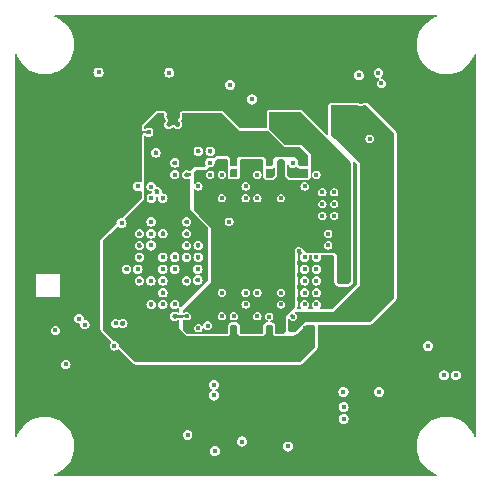
<source format=gbr>
G04 #@! TF.GenerationSoftware,KiCad,Pcbnew,8.0.4*
G04 #@! TF.CreationDate,2025-09-28T15:06:51-07:00*
G04 #@! TF.ProjectId,GMAX3412_breakout,474d4158-3334-4313-925f-627265616b6f,rev?*
G04 #@! TF.SameCoordinates,Original*
G04 #@! TF.FileFunction,Copper,L3,Inr*
G04 #@! TF.FilePolarity,Positive*
%FSLAX46Y46*%
G04 Gerber Fmt 4.6, Leading zero omitted, Abs format (unit mm)*
G04 Created by KiCad (PCBNEW 8.0.4) date 2025-09-28 15:06:51*
%MOMM*%
%LPD*%
G01*
G04 APERTURE LIST*
G04 #@! TA.AperFunction,ViaPad*
%ADD10C,0.400000*%
G04 #@! TD*
G04 #@! TA.AperFunction,ViaPad*
%ADD11C,0.450000*%
G04 #@! TD*
G04 #@! TA.AperFunction,Conductor*
%ADD12C,0.600000*%
G04 #@! TD*
G04 APERTURE END LIST*
D10*
G04 #@! TO.N,VDDIO*
X11520000Y-15500000D03*
X13500000Y-13500000D03*
X3400000Y-26700000D03*
X4280000Y-29580000D03*
G04 #@! TO.N,GND*
X18710000Y-3900000D03*
X30750000Y-7350000D03*
X19500000Y-23500000D03*
X21300000Y-35400000D03*
D11*
X35550000Y-20000000D03*
D10*
X22500000Y-15500000D03*
X23125000Y-33300000D03*
X30000000Y-7350000D03*
X10520000Y-19500000D03*
X26000000Y-16000000D03*
X20500000Y-23500000D03*
D11*
X35550000Y-27500000D03*
D10*
X7050000Y-2750000D03*
X17400000Y-31700000D03*
X2100000Y-24100000D03*
X4700000Y-28000000D03*
X6800000Y-8550000D03*
X10520000Y-18500000D03*
X29250000Y-7350000D03*
X3200000Y-29800000D03*
X37100000Y-8300000D03*
X3600000Y-21100000D03*
X20050000Y-3450000D03*
X19500000Y-15500000D03*
X1000000Y-27800000D03*
X24000000Y-22000000D03*
X20800000Y-8600000D03*
X16200000Y-30800000D03*
X13500000Y-12500000D03*
X31100000Y-38200000D03*
X30000000Y-3650000D03*
X26500000Y-19500000D03*
X21500000Y-13500000D03*
X2100000Y-21700000D03*
D11*
X33300000Y-29000000D03*
D10*
X8000000Y-5300000D03*
X28750000Y-13550000D03*
X20800000Y-9300000D03*
X20050000Y-9300000D03*
X22500000Y-24500000D03*
D11*
X26800000Y-33200000D03*
D10*
X21000000Y-6700000D03*
X8000000Y-4400000D03*
X27900000Y-6500000D03*
X31100000Y-37000000D03*
X12500000Y-18500000D03*
X11500000Y-24500000D03*
X17500000Y-25500000D03*
X17500000Y-37200000D03*
X6400000Y-26700000D03*
X13750000Y-9250000D03*
X14520000Y-25500000D03*
X9100000Y-26100000D03*
X14500000Y-18500000D03*
X12500000Y-15500000D03*
X20500000Y-25500000D03*
X30000000Y-10460000D03*
X26850000Y-3950000D03*
D11*
X31190000Y-28450000D03*
D10*
X30750000Y-6650000D03*
X11500000Y-17500000D03*
X12000000Y-14950000D03*
X27900000Y-5950000D03*
X13000000Y-8550000D03*
X37100000Y-16000000D03*
X16500000Y-11520000D03*
X9775000Y-12475000D03*
X13900000Y-35700000D03*
X10520000Y-22500000D03*
X36000000Y-8300000D03*
X20800000Y-2750000D03*
X9420000Y-21500000D03*
X16800000Y-35600000D03*
X12500000Y-22500000D03*
X8550000Y-11830000D03*
X6500000Y-37000000D03*
X24000000Y-20000000D03*
X9800000Y-33700000D03*
X11300000Y-9900000D03*
X3600000Y-24700000D03*
D11*
X35550000Y-24500000D03*
D10*
X6300000Y-3450000D03*
X23280000Y-30600000D03*
X15450000Y-22430000D03*
X13000000Y-2750000D03*
X20050000Y-8600000D03*
X26000000Y-15000000D03*
X21000000Y-7550000D03*
X8700000Y-13925000D03*
X7050000Y-3450000D03*
X27000000Y-16000000D03*
X11900000Y-11650000D03*
D11*
X35000000Y-29000000D03*
D10*
X4700000Y-27400000D03*
X20500000Y-13500000D03*
X3600000Y-21700000D03*
X13900000Y-32120000D03*
X27600000Y-3950000D03*
X15480000Y-20500000D03*
X2100000Y-24700000D03*
X20050000Y-2750000D03*
D11*
X34100000Y-29000000D03*
D10*
X14600000Y-34600000D03*
D11*
X35550000Y-23000000D03*
D10*
X12900000Y-35700000D03*
X13750000Y-8550000D03*
X12500000Y-23500000D03*
X9700000Y-14500000D03*
X22500000Y-23500000D03*
X23500000Y-25520000D03*
X19000000Y-35400000D03*
X21300000Y-31600000D03*
X14500000Y-17500000D03*
X17500000Y-15500000D03*
X27000000Y-17000000D03*
X14000000Y-4400000D03*
X11100000Y-38200000D03*
D11*
X26800000Y-34200000D03*
D10*
X10520000Y-20500000D03*
X6800000Y-9250000D03*
X36000000Y-9600000D03*
X20800000Y-3450000D03*
X33750000Y-11500000D03*
X21500000Y-25520000D03*
X14500000Y-13500000D03*
X30000000Y-6650000D03*
X20500000Y-15500000D03*
X13000000Y-9250000D03*
X14000000Y-5300000D03*
X25500000Y-38200000D03*
X21300000Y-36800000D03*
X3600000Y-24100000D03*
X23500000Y-13500000D03*
X18500000Y-13480000D03*
X37100000Y-9600000D03*
X36000000Y-14600000D03*
X8500000Y-28800000D03*
X2100000Y-21100000D03*
X26850000Y-4650000D03*
X24500000Y-13480000D03*
X18300000Y-33300000D03*
X3320000Y-30350000D03*
X25500000Y-13500000D03*
X6400000Y-25700000D03*
X17400000Y-30800000D03*
X37100000Y-14600000D03*
X13500000Y-25500000D03*
X12250000Y-3450000D03*
X26250000Y-21500000D03*
X19500000Y-24500000D03*
X19500000Y-14500000D03*
X17500000Y-23500000D03*
X9050000Y-9900000D03*
X29250000Y-6650000D03*
X24000000Y-24000000D03*
X13000000Y-3450000D03*
X36000000Y-16000000D03*
X1420000Y-30350000D03*
X7500000Y-16600000D03*
X32600000Y-11500000D03*
X23100000Y-37480000D03*
X24000000Y-21000000D03*
X10150000Y-9900000D03*
X12250000Y-2750000D03*
X15500000Y-11520000D03*
X14500000Y-22500000D03*
X26500000Y-18500000D03*
X16800000Y-34600000D03*
X28800000Y-2300000D03*
X1000000Y-28500000D03*
X24500000Y-14500000D03*
X17500000Y-13500000D03*
X26000000Y-17000000D03*
X26900000Y-5950000D03*
X25500000Y-37000000D03*
X8200000Y-29700000D03*
D11*
X35550000Y-26000000D03*
D10*
X7550000Y-8550000D03*
X12900000Y-35100000D03*
X18500000Y-25500000D03*
X15480000Y-19500000D03*
X26900000Y-6500000D03*
X18900000Y-31800000D03*
X3320000Y-31350000D03*
X27600000Y-4650000D03*
D11*
X36800000Y-21500000D03*
D10*
X6500000Y-38200000D03*
X21300000Y-33500000D03*
X6300000Y-2750000D03*
X4900000Y-26700000D03*
D11*
X35550000Y-21500000D03*
D10*
X15500000Y-14500000D03*
D11*
X36800000Y-24500000D03*
D10*
X24000000Y-23000000D03*
X26250000Y-22500000D03*
X27000000Y-15000000D03*
X19000000Y-36800000D03*
X4900000Y-25100000D03*
G04 #@! TO.N,Net-(U1-VBGR)*
X13500000Y-24500000D03*
G04 #@! TO.N,Net-(U1-VRS)*
X16500000Y-13500000D03*
D11*
G04 #@! TO.N,Net-(U1-VRF)*
X16500000Y-12480000D03*
G04 #@! TO.N,Net-(U1-VREF)*
X16300000Y-26300000D03*
D10*
G04 #@! TO.N,Net-(U1-VBIASP)*
X15500000Y-26500000D03*
G04 #@! TO.N,VDDA*
X18500000Y-26500000D03*
X15350000Y-8550000D03*
X15350000Y-9200000D03*
X14500000Y-12500000D03*
X11480000Y-20500000D03*
X24500000Y-12520000D03*
X14650000Y-8550000D03*
X13520000Y-18500000D03*
X24500000Y-26500000D03*
X14650000Y-9200000D03*
X21500000Y-26500000D03*
X15500000Y-12480000D03*
X18500000Y-12520000D03*
X11520000Y-23500000D03*
X15500000Y-27480000D03*
X13480000Y-22500000D03*
X13500000Y-26500000D03*
X21500000Y-12520000D03*
X13520000Y-17500000D03*
G04 #@! TO.N,Net-(U1-VCPNO)*
X11480000Y-22500000D03*
G04 #@! TO.N,Net-(U1-VCPNI)*
X10380000Y-21500000D03*
G04 #@! TO.N,Net-(U1-VTX2L)*
X13500000Y-20480000D03*
G04 #@! TO.N,Net-(U1-VTX2H)*
X12500000Y-21500000D03*
G04 #@! TO.N,Net-(U1-VGRSTL)*
X14500000Y-20500000D03*
G04 #@! TO.N,Net-(U1-VGRSTH)*
X15450000Y-21500000D03*
G04 #@! TO.N,Net-(U1-VTX1H)*
X13520000Y-21500000D03*
G04 #@! TO.N,Net-(U1-VTX1L)*
X12500000Y-20500000D03*
D11*
G04 #@! TO.N,Net-(U1-VCPPO)*
X11500000Y-18500000D03*
G04 #@! TO.N,Net-(U1-VCPPI)*
X11500000Y-19500000D03*
D10*
G04 #@! TO.N,Net-(U1-VGRSTL2)*
X14500000Y-19500000D03*
D11*
G04 #@! TO.N,Net-(U1-SYS_RST_N)*
X9000000Y-17600000D03*
G04 #@! TO.N,Net-(U5-SS_CTRL)*
X29100000Y-5100000D03*
D10*
X31000000Y-5787500D03*
D11*
G04 #@! TO.N,SCL_3V3*
X19200000Y-36100000D03*
D10*
X5900000Y-26200000D03*
D11*
G04 #@! TO.N,+3V3*
X36300000Y-30500000D03*
X23100000Y-36520000D03*
X27800000Y-33200000D03*
X37300000Y-30500000D03*
X30810000Y-31900000D03*
X27790000Y-31900000D03*
X27800000Y-34200000D03*
G04 #@! TO.N,SDA_3V3*
X16900000Y-36900000D03*
D10*
X5400000Y-25700000D03*
D11*
G04 #@! TO.N,CAM_EN*
X13050000Y-4862500D03*
D10*
X30750000Y-4900000D03*
D11*
X20050000Y-7137500D03*
X34950000Y-28000000D03*
X7050000Y-4850000D03*
D10*
G04 #@! TO.N,CLOCK*
X11500000Y-14510000D03*
G04 #@! TO.N,Net-(U1-RES_EXT_NODE_P)*
X12500000Y-24500000D03*
D11*
G04 #@! TO.N,Net-(U1-SDO_TDIG)*
X18100000Y-17500000D03*
D10*
G04 #@! TO.N,CAM_D1_N*
X25500000Y-21500000D03*
G04 #@! TO.N,VDDD*
X27500000Y-22500000D03*
X22500000Y-13500000D03*
X27500000Y-21500000D03*
X19500000Y-26500000D03*
X22500000Y-12500000D03*
X22500000Y-9200000D03*
X21800000Y-8600000D03*
X22500000Y-26500000D03*
D11*
X18200000Y-5900000D03*
D10*
X27500000Y-19500000D03*
X22500000Y-25500000D03*
X20500000Y-12500000D03*
X15500000Y-13500000D03*
X14500000Y-26500000D03*
X25500000Y-12520000D03*
X17500000Y-12520000D03*
X21800000Y-9200000D03*
X22500000Y-22000000D03*
X27500000Y-18500000D03*
X17500000Y-24423000D03*
X17500000Y-26500000D03*
X17500000Y-14500000D03*
X19500000Y-25500000D03*
X20500000Y-24500000D03*
X20500000Y-14500000D03*
X19500000Y-12500000D03*
X19500000Y-13500000D03*
X22500000Y-8600000D03*
X20500000Y-26500000D03*
G04 #@! TO.N,CAM_D0_P*
X24500000Y-20500000D03*
G04 #@! TO.N,CAM_D2_N*
X25500000Y-23500000D03*
G04 #@! TO.N,CAM_D1_P*
X24500000Y-21500000D03*
G04 #@! TO.N,VDDPIX*
X27000000Y-7850000D03*
X29000000Y-9470000D03*
X27850000Y-7850000D03*
X23500000Y-26500000D03*
X27000000Y-8400000D03*
X27850000Y-8450000D03*
X23500000Y-12520000D03*
G04 #@! TO.N,CAM_D0_N*
X25500000Y-20500000D03*
G04 #@! TO.N,CAM_D2_P*
X24500000Y-23500000D03*
G04 #@! TO.N,TEXP1*
X8500000Y-26100000D03*
D11*
X16800000Y-31300000D03*
D10*
G04 #@! TO.N,CAM_D3_N*
X25500000Y-24500000D03*
G04 #@! TO.N,CAM_CLK_P*
X24500000Y-22500000D03*
D11*
G04 #@! TO.N,TEXP2*
X16800000Y-32200000D03*
D10*
X8400000Y-28000000D03*
G04 #@! TO.N,CAM_D3_P*
X24500000Y-24500000D03*
G04 #@! TO.N,CAM_CLK_N*
X25500000Y-22500000D03*
G04 #@! TO.N,CLOCK2*
X14600000Y-35549999D03*
D11*
X10400000Y-14500000D03*
G04 #@! TD*
D12*
G04 #@! TO.N,VDDA*
X13520000Y-18500000D02*
X13500000Y-18500000D01*
G04 #@! TD*
G04 #@! TA.AperFunction,Conductor*
G04 #@! TO.N,GND*
G36*
X9149433Y-25910398D02*
G01*
X9171446Y-25917550D01*
X9205607Y-25934956D01*
X9224333Y-25948561D01*
X9251436Y-25975664D01*
X9265044Y-25994394D01*
X9282445Y-26028545D01*
X9289600Y-26050565D01*
X9295596Y-26088423D01*
X9295596Y-26111575D01*
X9289600Y-26149432D01*
X9282446Y-26171451D01*
X9265045Y-26205603D01*
X9251436Y-26224334D01*
X9224334Y-26251436D01*
X9205603Y-26265045D01*
X9171451Y-26282446D01*
X9149432Y-26289600D01*
X9111575Y-26295596D01*
X9088423Y-26295596D01*
X9050566Y-26289600D01*
X9028546Y-26282445D01*
X8959216Y-26247119D01*
X8951700Y-26242714D01*
X8928860Y-26227453D01*
X8897394Y-26180361D01*
X8896883Y-26154353D01*
X8905492Y-26100000D01*
X8896883Y-26045649D01*
X8910104Y-25990580D01*
X8928858Y-25972548D01*
X8951696Y-25957287D01*
X8959208Y-25952883D01*
X9028550Y-25917551D01*
X9050566Y-25910397D01*
X9088425Y-25904402D01*
X9111573Y-25904402D01*
X9149433Y-25910398D01*
G37*
G04 #@! TD.AperFunction*
G04 #@! TA.AperFunction,Conductor*
G36*
X13549433Y-25310398D02*
G01*
X13571446Y-25317550D01*
X13605609Y-25334957D01*
X13624331Y-25348559D01*
X13628364Y-25352592D01*
X13695033Y-25397139D01*
X13695034Y-25397139D01*
X13695035Y-25397140D01*
X13704912Y-25401231D01*
X13747359Y-25418813D01*
X13792486Y-25429113D01*
X13825125Y-25452273D01*
X13836613Y-25436084D01*
X13863581Y-25425789D01*
X13904641Y-25418813D01*
X13956967Y-25397139D01*
X14015261Y-25360511D01*
X14015261Y-25360510D01*
X14018052Y-25358757D01*
X14073889Y-25349270D01*
X14105480Y-25365145D01*
X14117670Y-25375556D01*
X14176768Y-25410866D01*
X14267253Y-25424160D01*
X14323716Y-25419717D01*
X14400890Y-25397952D01*
X14464193Y-25365697D01*
X14486206Y-25358544D01*
X14508426Y-25355025D01*
X14531572Y-25355025D01*
X14553789Y-25358543D01*
X14575806Y-25365698D01*
X14595850Y-25375911D01*
X14614581Y-25389519D01*
X14630479Y-25405417D01*
X14644088Y-25424149D01*
X14654300Y-25444192D01*
X14661454Y-25466207D01*
X14664973Y-25488420D01*
X14664973Y-25511578D01*
X14661454Y-25533791D01*
X14654300Y-25555806D01*
X14644088Y-25575849D01*
X14630479Y-25594581D01*
X14614581Y-25610479D01*
X14595849Y-25624088D01*
X14575806Y-25634300D01*
X14553791Y-25641454D01*
X14531578Y-25644973D01*
X14508421Y-25644973D01*
X14486206Y-25641454D01*
X14464189Y-25634300D01*
X14433705Y-25618768D01*
X14400890Y-25602048D01*
X14400885Y-25602046D01*
X14400883Y-25602045D01*
X14355577Y-25585330D01*
X14321981Y-25577264D01*
X14321961Y-25577260D01*
X14285522Y-25571906D01*
X14195360Y-25587226D01*
X14195359Y-25587226D01*
X14143036Y-25608899D01*
X14143033Y-25608900D01*
X14090733Y-25641762D01*
X14034896Y-25651248D01*
X14008542Y-25639455D01*
X14007575Y-25638769D01*
X13987230Y-25624333D01*
X13956967Y-25602860D01*
X13904640Y-25581186D01*
X13859514Y-25570886D01*
X13826874Y-25547725D01*
X13815387Y-25563915D01*
X13788413Y-25574211D01*
X13747360Y-25581186D01*
X13747359Y-25581186D01*
X13695033Y-25602860D01*
X13628365Y-25647407D01*
X13628358Y-25647412D01*
X13624332Y-25651439D01*
X13605605Y-25665044D01*
X13571451Y-25682446D01*
X13549432Y-25689600D01*
X13511575Y-25695596D01*
X13488423Y-25695596D01*
X13450565Y-25689600D01*
X13428545Y-25682445D01*
X13394394Y-25665044D01*
X13375664Y-25651436D01*
X13348561Y-25624333D01*
X13334956Y-25605607D01*
X13317550Y-25571446D01*
X13310398Y-25549433D01*
X13304402Y-25511572D01*
X13304402Y-25488425D01*
X13306586Y-25474633D01*
X13310398Y-25450564D01*
X13317549Y-25428554D01*
X13334958Y-25394386D01*
X13348559Y-25375666D01*
X13375666Y-25348559D01*
X13394386Y-25334958D01*
X13428554Y-25317549D01*
X13450564Y-25310398D01*
X13488425Y-25304402D01*
X13511573Y-25304402D01*
X13549433Y-25310398D01*
G37*
G04 #@! TD.AperFunction*
G04 #@! TA.AperFunction,Conductor*
G36*
X21533789Y-25378543D02*
G01*
X21555806Y-25385698D01*
X21575850Y-25395911D01*
X21594581Y-25409519D01*
X21610479Y-25425417D01*
X21624087Y-25444147D01*
X21634299Y-25464189D01*
X21641454Y-25486207D01*
X21644973Y-25508421D01*
X21644973Y-25531578D01*
X21641454Y-25553791D01*
X21634300Y-25575806D01*
X21624088Y-25595849D01*
X21610479Y-25614581D01*
X21594580Y-25630480D01*
X21575849Y-25644088D01*
X21533594Y-25665618D01*
X21477132Y-25670062D01*
X21466404Y-25665619D01*
X21444380Y-25654397D01*
X21444379Y-25654397D01*
X21436576Y-25650421D01*
X21436571Y-25650417D01*
X21424150Y-25644089D01*
X21405418Y-25630480D01*
X21389518Y-25614580D01*
X21375910Y-25595850D01*
X21365698Y-25575808D01*
X21358543Y-25553788D01*
X21358283Y-25552149D01*
X21355025Y-25531572D01*
X21355025Y-25508423D01*
X21358544Y-25486206D01*
X21365698Y-25464191D01*
X21375911Y-25444147D01*
X21389518Y-25425418D01*
X21405419Y-25409516D01*
X21424147Y-25395911D01*
X21444191Y-25385698D01*
X21466206Y-25378544D01*
X21488426Y-25375025D01*
X21511572Y-25375025D01*
X21533789Y-25378543D01*
G37*
G04 #@! TD.AperFunction*
G04 #@! TA.AperFunction,Conductor*
G36*
X23502559Y-25292711D02*
G01*
X23513328Y-25306372D01*
X23530692Y-25334709D01*
X23530692Y-25334708D01*
X23543742Y-25356005D01*
X23551119Y-25361301D01*
X23559159Y-25374097D01*
X23559161Y-25374099D01*
X23610479Y-25425418D01*
X23624087Y-25444147D01*
X23634299Y-25464189D01*
X23641454Y-25486207D01*
X23644973Y-25508421D01*
X23644973Y-25531578D01*
X23641454Y-25553791D01*
X23634300Y-25575806D01*
X23624088Y-25595849D01*
X23610479Y-25614581D01*
X23594581Y-25630479D01*
X23575849Y-25644088D01*
X23555806Y-25654300D01*
X23533791Y-25661454D01*
X23511578Y-25664973D01*
X23488422Y-25664973D01*
X23483602Y-25664209D01*
X23466207Y-25661454D01*
X23444189Y-25654299D01*
X23424147Y-25644087D01*
X23405418Y-25630480D01*
X23389518Y-25614580D01*
X23371636Y-25596698D01*
X23370365Y-25595849D01*
X23304964Y-25552149D01*
X23289553Y-25545766D01*
X23249504Y-25505718D01*
X23249504Y-25449081D01*
X23265542Y-25425076D01*
X23397908Y-25292710D01*
X23450233Y-25271037D01*
X23502559Y-25292711D01*
G37*
G04 #@! TD.AperFunction*
G04 #@! TA.AperFunction,Conductor*
G36*
X28726184Y-12417311D02*
G01*
X28731580Y-12422200D01*
X28922826Y-12613446D01*
X28944500Y-12665772D01*
X28944500Y-22734228D01*
X28922826Y-22786554D01*
X26836554Y-24872826D01*
X26784228Y-24894500D01*
X25850544Y-24894500D01*
X25798218Y-24872826D01*
X25776544Y-24820500D01*
X25798218Y-24768174D01*
X25828050Y-24738342D01*
X25885646Y-24625304D01*
X25905492Y-24500000D01*
X25885646Y-24374696D01*
X25828050Y-24261658D01*
X25738342Y-24171950D01*
X25625304Y-24114354D01*
X25625302Y-24114353D01*
X25625301Y-24114353D01*
X25500000Y-24094508D01*
X25374698Y-24114353D01*
X25261656Y-24171951D01*
X25171951Y-24261656D01*
X25114353Y-24374698D01*
X25094508Y-24500000D01*
X25114353Y-24625301D01*
X25114353Y-24625302D01*
X25114354Y-24625304D01*
X25171950Y-24738342D01*
X25171951Y-24738343D01*
X25201782Y-24768174D01*
X25223456Y-24820500D01*
X25201782Y-24872826D01*
X25149456Y-24894500D01*
X24850544Y-24894500D01*
X24798218Y-24872826D01*
X24776544Y-24820500D01*
X24798218Y-24768174D01*
X24828050Y-24738342D01*
X24885646Y-24625304D01*
X24905492Y-24500000D01*
X24885646Y-24374696D01*
X24828050Y-24261658D01*
X24738342Y-24171950D01*
X24625304Y-24114354D01*
X24625302Y-24114353D01*
X24625301Y-24114353D01*
X24500000Y-24094508D01*
X24374698Y-24114353D01*
X24261656Y-24171951D01*
X24171951Y-24261656D01*
X24114353Y-24374698D01*
X24094508Y-24500000D01*
X24114353Y-24625301D01*
X24114353Y-24625302D01*
X24114354Y-24625304D01*
X24171950Y-24738342D01*
X24171951Y-24738343D01*
X24201782Y-24768174D01*
X24223456Y-24820500D01*
X24201782Y-24872826D01*
X24149456Y-24894500D01*
X23939919Y-24894500D01*
X23887593Y-24872826D01*
X23865919Y-24820500D01*
X23871552Y-24792182D01*
X23889855Y-24747993D01*
X23889857Y-24747989D01*
X23905500Y-24669348D01*
X23905500Y-24201025D01*
X23899823Y-24153054D01*
X23891758Y-24119459D01*
X23890843Y-24116980D01*
X23885381Y-24102175D01*
X23885663Y-24094987D01*
X23865698Y-24055806D01*
X23858543Y-24033786D01*
X23855025Y-24011574D01*
X23855025Y-23988424D01*
X23858543Y-23966207D01*
X23865699Y-23944189D01*
X23875032Y-23925873D01*
X23875032Y-23925872D01*
X23875036Y-23925865D01*
X23891758Y-23880539D01*
X23899823Y-23846944D01*
X23905500Y-23798973D01*
X23905500Y-23500000D01*
X24094508Y-23500000D01*
X24114353Y-23625301D01*
X24114353Y-23625302D01*
X24114354Y-23625304D01*
X24171950Y-23738342D01*
X24261658Y-23828050D01*
X24374696Y-23885646D01*
X24500000Y-23905492D01*
X24625304Y-23885646D01*
X24738342Y-23828050D01*
X24828050Y-23738342D01*
X24885646Y-23625304D01*
X24905492Y-23500000D01*
X25094508Y-23500000D01*
X25114353Y-23625301D01*
X25114353Y-23625302D01*
X25114354Y-23625304D01*
X25171950Y-23738342D01*
X25261658Y-23828050D01*
X25374696Y-23885646D01*
X25500000Y-23905492D01*
X25625304Y-23885646D01*
X25738342Y-23828050D01*
X25828050Y-23738342D01*
X25885646Y-23625304D01*
X25905492Y-23500000D01*
X25885646Y-23374696D01*
X25828050Y-23261658D01*
X25738342Y-23171950D01*
X25625304Y-23114354D01*
X25625302Y-23114353D01*
X25625301Y-23114353D01*
X25500000Y-23094508D01*
X25374698Y-23114353D01*
X25261656Y-23171951D01*
X25171951Y-23261656D01*
X25114353Y-23374698D01*
X25094508Y-23500000D01*
X24905492Y-23500000D01*
X24885646Y-23374696D01*
X24828050Y-23261658D01*
X24738342Y-23171950D01*
X24625304Y-23114354D01*
X24625302Y-23114353D01*
X24625301Y-23114353D01*
X24500000Y-23094508D01*
X24374698Y-23114353D01*
X24261656Y-23171951D01*
X24171951Y-23261656D01*
X24114353Y-23374698D01*
X24094508Y-23500000D01*
X23905500Y-23500000D01*
X23905500Y-23201025D01*
X23899823Y-23153054D01*
X23891758Y-23119459D01*
X23885381Y-23102174D01*
X23885663Y-23094987D01*
X23865698Y-23055806D01*
X23858543Y-23033786D01*
X23855025Y-23011574D01*
X23855025Y-22988424D01*
X23858543Y-22966207D01*
X23865699Y-22944189D01*
X23875032Y-22925873D01*
X23875032Y-22925872D01*
X23875036Y-22925865D01*
X23891758Y-22880539D01*
X23899823Y-22846944D01*
X23905500Y-22798973D01*
X23905500Y-22500000D01*
X24094508Y-22500000D01*
X24114353Y-22625301D01*
X24114353Y-22625302D01*
X24114354Y-22625304D01*
X24171950Y-22738342D01*
X24261658Y-22828050D01*
X24374696Y-22885646D01*
X24500000Y-22905492D01*
X24625304Y-22885646D01*
X24738342Y-22828050D01*
X24828050Y-22738342D01*
X24885646Y-22625304D01*
X24905492Y-22500000D01*
X25094508Y-22500000D01*
X25114353Y-22625301D01*
X25114353Y-22625302D01*
X25114354Y-22625304D01*
X25171950Y-22738342D01*
X25261658Y-22828050D01*
X25374696Y-22885646D01*
X25500000Y-22905492D01*
X25625304Y-22885646D01*
X25738342Y-22828050D01*
X25828050Y-22738342D01*
X25885646Y-22625304D01*
X25905492Y-22500000D01*
X25885646Y-22374696D01*
X25828050Y-22261658D01*
X25738342Y-22171950D01*
X25625304Y-22114354D01*
X25625302Y-22114353D01*
X25625301Y-22114353D01*
X25500000Y-22094508D01*
X25374698Y-22114353D01*
X25261656Y-22171951D01*
X25171951Y-22261656D01*
X25114353Y-22374698D01*
X25094508Y-22500000D01*
X24905492Y-22500000D01*
X24885646Y-22374696D01*
X24828050Y-22261658D01*
X24738342Y-22171950D01*
X24625304Y-22114354D01*
X24625302Y-22114353D01*
X24625301Y-22114353D01*
X24500000Y-22094508D01*
X24374698Y-22114353D01*
X24261656Y-22171951D01*
X24171951Y-22261656D01*
X24114353Y-22374698D01*
X24094508Y-22500000D01*
X23905500Y-22500000D01*
X23905500Y-22201025D01*
X23899823Y-22153054D01*
X23891758Y-22119459D01*
X23889874Y-22114353D01*
X23875039Y-22074139D01*
X23875038Y-22074137D01*
X23875037Y-22074134D01*
X23870925Y-22066065D01*
X23865697Y-22055802D01*
X23858543Y-22033785D01*
X23855025Y-22011571D01*
X23855025Y-21988424D01*
X23858543Y-21966207D01*
X23865699Y-21944189D01*
X23875032Y-21925873D01*
X23875032Y-21925872D01*
X23875036Y-21925865D01*
X23891758Y-21880539D01*
X23899823Y-21846944D01*
X23905500Y-21798973D01*
X23905500Y-21500000D01*
X24094508Y-21500000D01*
X24114353Y-21625301D01*
X24114353Y-21625302D01*
X24114354Y-21625304D01*
X24171950Y-21738342D01*
X24261658Y-21828050D01*
X24374696Y-21885646D01*
X24500000Y-21905492D01*
X24625304Y-21885646D01*
X24738342Y-21828050D01*
X24828050Y-21738342D01*
X24885646Y-21625304D01*
X24905492Y-21500000D01*
X25094508Y-21500000D01*
X25114353Y-21625301D01*
X25114353Y-21625302D01*
X25114354Y-21625304D01*
X25171950Y-21738342D01*
X25261658Y-21828050D01*
X25374696Y-21885646D01*
X25500000Y-21905492D01*
X25625304Y-21885646D01*
X25738342Y-21828050D01*
X25828050Y-21738342D01*
X25885646Y-21625304D01*
X25905492Y-21500000D01*
X25885646Y-21374696D01*
X25828050Y-21261658D01*
X25738342Y-21171950D01*
X25625304Y-21114354D01*
X25625302Y-21114353D01*
X25625301Y-21114353D01*
X25500000Y-21094508D01*
X25374698Y-21114353D01*
X25261656Y-21171951D01*
X25171951Y-21261656D01*
X25114353Y-21374698D01*
X25094508Y-21500000D01*
X24905492Y-21500000D01*
X24885646Y-21374696D01*
X24828050Y-21261658D01*
X24738342Y-21171950D01*
X24625304Y-21114354D01*
X24625302Y-21114353D01*
X24625301Y-21114353D01*
X24500000Y-21094508D01*
X24374698Y-21114353D01*
X24261656Y-21171951D01*
X24171951Y-21261656D01*
X24114353Y-21374698D01*
X24094508Y-21500000D01*
X23905500Y-21500000D01*
X23905500Y-21201025D01*
X23899823Y-21153054D01*
X23891758Y-21119459D01*
X23889874Y-21114353D01*
X23875039Y-21074139D01*
X23875038Y-21074137D01*
X23875037Y-21074134D01*
X23870925Y-21066065D01*
X23865697Y-21055802D01*
X23858543Y-21033785D01*
X23855025Y-21011571D01*
X23855025Y-20988424D01*
X23858543Y-20966207D01*
X23865699Y-20944189D01*
X23875032Y-20925873D01*
X23875032Y-20925872D01*
X23875036Y-20925865D01*
X23891758Y-20880539D01*
X23899823Y-20846944D01*
X23905500Y-20798973D01*
X23905500Y-20201025D01*
X23899823Y-20153054D01*
X23891758Y-20119459D01*
X23889246Y-20112651D01*
X23875039Y-20074139D01*
X23875038Y-20074137D01*
X23875037Y-20074134D01*
X23868001Y-20060325D01*
X23865697Y-20055802D01*
X23858543Y-20033785D01*
X23855025Y-20011571D01*
X23855025Y-19988424D01*
X23858544Y-19966206D01*
X23865697Y-19944193D01*
X23875910Y-19924148D01*
X23889516Y-19905419D01*
X23905419Y-19889516D01*
X23924148Y-19875910D01*
X23925862Y-19875037D01*
X23944193Y-19865697D01*
X23966206Y-19858544D01*
X23988425Y-19855025D01*
X24011570Y-19855025D01*
X24033794Y-19858545D01*
X24055808Y-19865698D01*
X24074137Y-19875037D01*
X24075182Y-19875422D01*
X24075535Y-19875648D01*
X24076129Y-19875908D01*
X24076087Y-19876002D01*
X24101906Y-19892526D01*
X24269705Y-20060325D01*
X24291379Y-20112651D01*
X24269705Y-20164977D01*
X24262345Y-20171262D01*
X24171951Y-20261656D01*
X24114353Y-20374698D01*
X24094508Y-20500000D01*
X24114353Y-20625301D01*
X24114353Y-20625302D01*
X24114354Y-20625304D01*
X24171950Y-20738342D01*
X24261658Y-20828050D01*
X24374696Y-20885646D01*
X24500000Y-20905492D01*
X24625304Y-20885646D01*
X24738342Y-20828050D01*
X24828050Y-20738342D01*
X24885646Y-20625304D01*
X24905492Y-20500000D01*
X24888240Y-20391075D01*
X24901462Y-20336004D01*
X24949753Y-20306411D01*
X24961329Y-20305500D01*
X25038671Y-20305500D01*
X25090997Y-20327174D01*
X25112671Y-20379500D01*
X25111760Y-20391072D01*
X25102337Y-20450568D01*
X25094508Y-20500000D01*
X25114353Y-20625301D01*
X25114353Y-20625302D01*
X25114354Y-20625304D01*
X25171950Y-20738342D01*
X25261658Y-20828050D01*
X25374696Y-20885646D01*
X25500000Y-20905492D01*
X25625304Y-20885646D01*
X25738342Y-20828050D01*
X25828050Y-20738342D01*
X25885646Y-20625304D01*
X25905492Y-20500000D01*
X25888240Y-20391075D01*
X25901462Y-20336004D01*
X25949753Y-20306411D01*
X25961329Y-20305500D01*
X26884228Y-20305500D01*
X26936554Y-20327174D01*
X26972826Y-20363446D01*
X26994500Y-20415772D01*
X26994500Y-22569348D01*
X26994919Y-22571452D01*
X27010141Y-22647983D01*
X27010144Y-22647993D01*
X27031815Y-22700312D01*
X27057226Y-22738343D01*
X27076364Y-22766984D01*
X27233016Y-22923636D01*
X27299685Y-22968183D01*
X27352011Y-22989857D01*
X27430652Y-23005500D01*
X27430654Y-23005500D01*
X28169346Y-23005500D01*
X28169348Y-23005500D01*
X28247989Y-22989857D01*
X28300315Y-22968183D01*
X28366984Y-22923636D01*
X28523636Y-22766984D01*
X28568183Y-22700315D01*
X28589857Y-22647989D01*
X28605500Y-22569348D01*
X28605500Y-13586565D01*
X28604867Y-13570443D01*
X28603956Y-13558867D01*
X28603937Y-13558706D01*
X28603937Y-13558623D01*
X28603842Y-13557416D01*
X28603937Y-13557408D01*
X28603937Y-13542592D01*
X28603842Y-13542585D01*
X28603937Y-13541364D01*
X28603938Y-13541281D01*
X28603956Y-13541132D01*
X28604867Y-13529556D01*
X28605500Y-13513434D01*
X28605500Y-12480652D01*
X28605500Y-12477017D01*
X28607061Y-12477017D01*
X28622039Y-12427596D01*
X28671981Y-12400884D01*
X28726184Y-12417311D01*
G37*
G04 #@! TD.AperFunction*
G04 #@! TA.AperFunction,Conductor*
G36*
X11549433Y-24310398D02*
G01*
X11571446Y-24317550D01*
X11605607Y-24334956D01*
X11624333Y-24348561D01*
X11651436Y-24375664D01*
X11665045Y-24394395D01*
X11682446Y-24428547D01*
X11689600Y-24450566D01*
X11695596Y-24488423D01*
X11695596Y-24511575D01*
X11689600Y-24549432D01*
X11682446Y-24571451D01*
X11665045Y-24605603D01*
X11651436Y-24624334D01*
X11624334Y-24651436D01*
X11605603Y-24665045D01*
X11571451Y-24682446D01*
X11549432Y-24689600D01*
X11511575Y-24695596D01*
X11488423Y-24695596D01*
X11450565Y-24689600D01*
X11428545Y-24682445D01*
X11394394Y-24665044D01*
X11375664Y-24651436D01*
X11348561Y-24624333D01*
X11334956Y-24605607D01*
X11317550Y-24571446D01*
X11310398Y-24549432D01*
X11304402Y-24511572D01*
X11304402Y-24488425D01*
X11304402Y-24488423D01*
X11310398Y-24450564D01*
X11317549Y-24428554D01*
X11334958Y-24394386D01*
X11348559Y-24375666D01*
X11375666Y-24348559D01*
X11394386Y-24334958D01*
X11428554Y-24317549D01*
X11450564Y-24310398D01*
X11488425Y-24304402D01*
X11511573Y-24304402D01*
X11549433Y-24310398D01*
G37*
G04 #@! TD.AperFunction*
G04 #@! TA.AperFunction,Conductor*
G36*
X12549433Y-23310398D02*
G01*
X12571446Y-23317550D01*
X12605607Y-23334956D01*
X12624333Y-23348561D01*
X12651436Y-23375664D01*
X12665044Y-23394394D01*
X12682445Y-23428545D01*
X12689600Y-23450565D01*
X12695596Y-23488423D01*
X12695596Y-23511575D01*
X12689600Y-23549432D01*
X12682446Y-23571451D01*
X12665045Y-23605603D01*
X12651436Y-23624334D01*
X12624334Y-23651436D01*
X12605603Y-23665045D01*
X12571451Y-23682446D01*
X12549432Y-23689600D01*
X12511575Y-23695596D01*
X12488423Y-23695596D01*
X12450565Y-23689600D01*
X12428545Y-23682445D01*
X12394394Y-23665044D01*
X12375664Y-23651436D01*
X12348561Y-23624333D01*
X12334956Y-23605607D01*
X12317550Y-23571446D01*
X12310398Y-23549432D01*
X12304402Y-23511572D01*
X12304402Y-23488425D01*
X12304402Y-23488423D01*
X12310398Y-23450564D01*
X12317549Y-23428554D01*
X12334958Y-23394386D01*
X12348559Y-23375666D01*
X12375666Y-23348559D01*
X12394386Y-23334958D01*
X12428554Y-23317549D01*
X12450564Y-23310398D01*
X12488425Y-23304402D01*
X12511573Y-23304402D01*
X12549433Y-23310398D01*
G37*
G04 #@! TD.AperFunction*
G04 #@! TA.AperFunction,Conductor*
G36*
X10569433Y-22310398D02*
G01*
X10591446Y-22317550D01*
X10625607Y-22334956D01*
X10644333Y-22348561D01*
X10671436Y-22375664D01*
X10685045Y-22394395D01*
X10702446Y-22428547D01*
X10709600Y-22450566D01*
X10715596Y-22488423D01*
X10715596Y-22511575D01*
X10709600Y-22549432D01*
X10702446Y-22571451D01*
X10685045Y-22605603D01*
X10671436Y-22624334D01*
X10644334Y-22651436D01*
X10625603Y-22665045D01*
X10591451Y-22682446D01*
X10569432Y-22689600D01*
X10531575Y-22695596D01*
X10508423Y-22695596D01*
X10470565Y-22689600D01*
X10448545Y-22682445D01*
X10414394Y-22665044D01*
X10395664Y-22651436D01*
X10368561Y-22624333D01*
X10354956Y-22605607D01*
X10337550Y-22571446D01*
X10330398Y-22549432D01*
X10324402Y-22511572D01*
X10324402Y-22488425D01*
X10325826Y-22479432D01*
X10330398Y-22450564D01*
X10337549Y-22428554D01*
X10354958Y-22394386D01*
X10368559Y-22375666D01*
X10395666Y-22348559D01*
X10414386Y-22334958D01*
X10448554Y-22317549D01*
X10470564Y-22310398D01*
X10508425Y-22304402D01*
X10531573Y-22304402D01*
X10569433Y-22310398D01*
G37*
G04 #@! TD.AperFunction*
G04 #@! TA.AperFunction,Conductor*
G36*
X12549433Y-22310398D02*
G01*
X12571446Y-22317550D01*
X12605607Y-22334956D01*
X12624333Y-22348561D01*
X12651436Y-22375664D01*
X12665045Y-22394395D01*
X12682446Y-22428547D01*
X12689600Y-22450566D01*
X12695596Y-22488423D01*
X12695596Y-22511575D01*
X12689600Y-22549432D01*
X12682446Y-22571451D01*
X12665045Y-22605603D01*
X12651436Y-22624334D01*
X12624334Y-22651436D01*
X12605603Y-22665045D01*
X12571451Y-22682446D01*
X12549432Y-22689600D01*
X12511575Y-22695596D01*
X12488423Y-22695596D01*
X12450565Y-22689600D01*
X12428545Y-22682445D01*
X12394394Y-22665044D01*
X12375664Y-22651436D01*
X12348561Y-22624333D01*
X12334956Y-22605607D01*
X12317550Y-22571446D01*
X12310398Y-22549432D01*
X12304402Y-22511572D01*
X12304402Y-22488425D01*
X12305826Y-22479432D01*
X12310398Y-22450564D01*
X12317549Y-22428554D01*
X12334958Y-22394386D01*
X12348559Y-22375666D01*
X12375666Y-22348559D01*
X12394386Y-22334958D01*
X12428554Y-22317549D01*
X12450564Y-22310398D01*
X12488425Y-22304402D01*
X12511573Y-22304402D01*
X12549433Y-22310398D01*
G37*
G04 #@! TD.AperFunction*
G04 #@! TA.AperFunction,Conductor*
G36*
X14549433Y-22310398D02*
G01*
X14571446Y-22317550D01*
X14605607Y-22334956D01*
X14624333Y-22348561D01*
X14651436Y-22375664D01*
X14665044Y-22394394D01*
X14682445Y-22428545D01*
X14689600Y-22450565D01*
X14695596Y-22488423D01*
X14695596Y-22511575D01*
X14689600Y-22549432D01*
X14682446Y-22571451D01*
X14665045Y-22605603D01*
X14651436Y-22624334D01*
X14624334Y-22651436D01*
X14605603Y-22665045D01*
X14571451Y-22682446D01*
X14549432Y-22689600D01*
X14511575Y-22695596D01*
X14488423Y-22695596D01*
X14450565Y-22689600D01*
X14428545Y-22682445D01*
X14394394Y-22665044D01*
X14375664Y-22651436D01*
X14348561Y-22624333D01*
X14334956Y-22605607D01*
X14317550Y-22571446D01*
X14310398Y-22549432D01*
X14304402Y-22511572D01*
X14304402Y-22488425D01*
X14305826Y-22479432D01*
X14310398Y-22450564D01*
X14317549Y-22428554D01*
X14334958Y-22394386D01*
X14348559Y-22375666D01*
X14375666Y-22348559D01*
X14394386Y-22334958D01*
X14428554Y-22317549D01*
X14450564Y-22310398D01*
X14488425Y-22304402D01*
X14511573Y-22304402D01*
X14549433Y-22310398D01*
G37*
G04 #@! TD.AperFunction*
G04 #@! TA.AperFunction,Conductor*
G36*
X15479711Y-22232245D02*
G01*
X15503597Y-22241058D01*
X15503616Y-22241061D01*
X15506286Y-22241758D01*
X15521205Y-22247426D01*
X15555609Y-22264956D01*
X15574334Y-22278562D01*
X15601436Y-22305664D01*
X15615044Y-22324394D01*
X15632445Y-22358545D01*
X15639600Y-22380565D01*
X15645596Y-22418423D01*
X15645596Y-22441575D01*
X15639600Y-22479432D01*
X15632446Y-22501451D01*
X15615045Y-22535603D01*
X15601436Y-22554334D01*
X15574334Y-22581436D01*
X15555603Y-22595045D01*
X15521451Y-22612446D01*
X15499432Y-22619600D01*
X15461575Y-22625596D01*
X15438423Y-22625596D01*
X15400565Y-22619600D01*
X15378545Y-22612445D01*
X15344394Y-22595044D01*
X15325664Y-22581436D01*
X15298561Y-22554333D01*
X15284956Y-22535607D01*
X15267550Y-22501446D01*
X15260398Y-22479432D01*
X15254402Y-22441572D01*
X15254402Y-22418425D01*
X15254402Y-22418423D01*
X15260398Y-22380564D01*
X15267549Y-22358554D01*
X15284958Y-22324386D01*
X15298559Y-22305666D01*
X15325665Y-22278560D01*
X15344387Y-22264957D01*
X15378971Y-22247336D01*
X15394347Y-22241837D01*
X15394295Y-22241652D01*
X15396391Y-22241060D01*
X15396396Y-22241060D01*
X15434016Y-22230450D01*
X15479711Y-22232245D01*
G37*
G04 #@! TD.AperFunction*
G04 #@! TA.AperFunction,Conductor*
G36*
X9469433Y-21310398D02*
G01*
X9491446Y-21317550D01*
X9525607Y-21334956D01*
X9544333Y-21348561D01*
X9571436Y-21375664D01*
X9585045Y-21394395D01*
X9602446Y-21428547D01*
X9609600Y-21450566D01*
X9615596Y-21488423D01*
X9615596Y-21511575D01*
X9609600Y-21549432D01*
X9602446Y-21571451D01*
X9585045Y-21605603D01*
X9571436Y-21624334D01*
X9544334Y-21651436D01*
X9525603Y-21665045D01*
X9491451Y-21682446D01*
X9469432Y-21689600D01*
X9431575Y-21695596D01*
X9408423Y-21695596D01*
X9370565Y-21689600D01*
X9348545Y-21682445D01*
X9314394Y-21665044D01*
X9295664Y-21651436D01*
X9268561Y-21624333D01*
X9254956Y-21605607D01*
X9237550Y-21571446D01*
X9230398Y-21549432D01*
X9224402Y-21511572D01*
X9224402Y-21488425D01*
X9224402Y-21488423D01*
X9230398Y-21450564D01*
X9237549Y-21428554D01*
X9254958Y-21394386D01*
X9268559Y-21375666D01*
X9295666Y-21348559D01*
X9314386Y-21334958D01*
X9348554Y-21317549D01*
X9370564Y-21310398D01*
X9408425Y-21304402D01*
X9431573Y-21304402D01*
X9469433Y-21310398D01*
G37*
G04 #@! TD.AperFunction*
G04 #@! TA.AperFunction,Conductor*
G36*
X10569433Y-20310398D02*
G01*
X10591446Y-20317550D01*
X10625607Y-20334956D01*
X10644333Y-20348561D01*
X10671436Y-20375664D01*
X10685045Y-20394395D01*
X10702446Y-20428547D01*
X10709600Y-20450566D01*
X10715596Y-20488423D01*
X10715596Y-20511575D01*
X10709600Y-20549432D01*
X10702446Y-20571451D01*
X10685045Y-20605603D01*
X10671436Y-20624334D01*
X10644334Y-20651436D01*
X10625603Y-20665045D01*
X10591451Y-20682446D01*
X10569432Y-20689600D01*
X10531575Y-20695596D01*
X10508423Y-20695596D01*
X10470565Y-20689600D01*
X10448545Y-20682445D01*
X10414394Y-20665044D01*
X10395664Y-20651436D01*
X10368561Y-20624333D01*
X10354956Y-20605607D01*
X10337550Y-20571446D01*
X10330398Y-20549432D01*
X10324402Y-20511572D01*
X10324402Y-20488425D01*
X10324402Y-20488423D01*
X10330398Y-20450564D01*
X10337549Y-20428554D01*
X10354958Y-20394386D01*
X10368559Y-20375666D01*
X10395666Y-20348559D01*
X10414386Y-20334958D01*
X10448554Y-20317549D01*
X10470564Y-20310398D01*
X10508425Y-20304402D01*
X10531573Y-20304402D01*
X10569433Y-20310398D01*
G37*
G04 #@! TD.AperFunction*
G04 #@! TA.AperFunction,Conductor*
G36*
X15529433Y-20310398D02*
G01*
X15551446Y-20317550D01*
X15585607Y-20334956D01*
X15604333Y-20348561D01*
X15631436Y-20375664D01*
X15645044Y-20394394D01*
X15662445Y-20428545D01*
X15669600Y-20450565D01*
X15675596Y-20488423D01*
X15675596Y-20511575D01*
X15669600Y-20549432D01*
X15662446Y-20571451D01*
X15645045Y-20605603D01*
X15631436Y-20624334D01*
X15604334Y-20651436D01*
X15585603Y-20665045D01*
X15551451Y-20682446D01*
X15529432Y-20689600D01*
X15491575Y-20695596D01*
X15468423Y-20695596D01*
X15430565Y-20689600D01*
X15408545Y-20682445D01*
X15374394Y-20665044D01*
X15355664Y-20651436D01*
X15328561Y-20624333D01*
X15314956Y-20605607D01*
X15297550Y-20571446D01*
X15290398Y-20549432D01*
X15284402Y-20511572D01*
X15284402Y-20488425D01*
X15284402Y-20488423D01*
X15290398Y-20450564D01*
X15297549Y-20428554D01*
X15314958Y-20394386D01*
X15328559Y-20375666D01*
X15355666Y-20348559D01*
X15374386Y-20334958D01*
X15408554Y-20317549D01*
X15430564Y-20310398D01*
X15468425Y-20304402D01*
X15491573Y-20304402D01*
X15529433Y-20310398D01*
G37*
G04 #@! TD.AperFunction*
G04 #@! TA.AperFunction,Conductor*
G36*
X10569433Y-19310398D02*
G01*
X10591446Y-19317550D01*
X10625607Y-19334956D01*
X10644333Y-19348561D01*
X10671436Y-19375664D01*
X10685044Y-19394394D01*
X10702445Y-19428545D01*
X10709600Y-19450565D01*
X10715596Y-19488423D01*
X10715596Y-19511575D01*
X10709600Y-19549433D01*
X10702445Y-19571453D01*
X10685044Y-19605604D01*
X10671436Y-19624334D01*
X10644334Y-19651436D01*
X10625603Y-19665045D01*
X10591451Y-19682446D01*
X10569432Y-19689600D01*
X10531575Y-19695596D01*
X10508423Y-19695596D01*
X10470565Y-19689600D01*
X10448545Y-19682445D01*
X10414394Y-19665044D01*
X10395664Y-19651436D01*
X10368561Y-19624333D01*
X10354954Y-19605604D01*
X10337550Y-19571446D01*
X10330398Y-19549432D01*
X10324402Y-19511572D01*
X10324402Y-19488425D01*
X10324402Y-19488423D01*
X10330398Y-19450564D01*
X10337549Y-19428554D01*
X10354958Y-19394386D01*
X10368559Y-19375666D01*
X10395666Y-19348559D01*
X10414386Y-19334958D01*
X10448554Y-19317549D01*
X10470564Y-19310398D01*
X10508425Y-19304402D01*
X10531573Y-19304402D01*
X10569433Y-19310398D01*
G37*
G04 #@! TD.AperFunction*
G04 #@! TA.AperFunction,Conductor*
G36*
X15529433Y-19310398D02*
G01*
X15551446Y-19317550D01*
X15585607Y-19334956D01*
X15604333Y-19348561D01*
X15631436Y-19375664D01*
X15645044Y-19394394D01*
X15662445Y-19428545D01*
X15669600Y-19450565D01*
X15675596Y-19488423D01*
X15675596Y-19511575D01*
X15669600Y-19549432D01*
X15662446Y-19571451D01*
X15645045Y-19605603D01*
X15631436Y-19624334D01*
X15604334Y-19651436D01*
X15585603Y-19665045D01*
X15551451Y-19682446D01*
X15529432Y-19689600D01*
X15491575Y-19695596D01*
X15468423Y-19695596D01*
X15430565Y-19689600D01*
X15408545Y-19682445D01*
X15374394Y-19665044D01*
X15355664Y-19651436D01*
X15328561Y-19624333D01*
X15314954Y-19605604D01*
X15297550Y-19571446D01*
X15290398Y-19549432D01*
X15284402Y-19511572D01*
X15284402Y-19488425D01*
X15284402Y-19488423D01*
X15290398Y-19450564D01*
X15297549Y-19428554D01*
X15314958Y-19394386D01*
X15328559Y-19375666D01*
X15355666Y-19348559D01*
X15374386Y-19334958D01*
X15408554Y-19317549D01*
X15430564Y-19310398D01*
X15468425Y-19304402D01*
X15491573Y-19304402D01*
X15529433Y-19310398D01*
G37*
G04 #@! TD.AperFunction*
G04 #@! TA.AperFunction,Conductor*
G36*
X10569433Y-18310398D02*
G01*
X10591446Y-18317550D01*
X10625607Y-18334956D01*
X10644333Y-18348561D01*
X10671436Y-18375664D01*
X10685044Y-18394394D01*
X10702445Y-18428545D01*
X10709600Y-18450565D01*
X10715596Y-18488423D01*
X10715596Y-18511575D01*
X10709600Y-18549433D01*
X10702445Y-18571453D01*
X10685044Y-18605604D01*
X10671436Y-18624334D01*
X10644334Y-18651436D01*
X10625603Y-18665045D01*
X10591451Y-18682446D01*
X10569432Y-18689600D01*
X10531575Y-18695596D01*
X10508423Y-18695596D01*
X10470565Y-18689600D01*
X10448545Y-18682445D01*
X10414394Y-18665044D01*
X10395664Y-18651436D01*
X10368561Y-18624333D01*
X10354954Y-18605604D01*
X10337550Y-18571446D01*
X10330398Y-18549432D01*
X10324402Y-18511572D01*
X10324402Y-18488425D01*
X10324402Y-18488423D01*
X10330398Y-18450564D01*
X10337549Y-18428554D01*
X10354958Y-18394386D01*
X10368559Y-18375666D01*
X10395666Y-18348559D01*
X10414386Y-18334958D01*
X10448554Y-18317549D01*
X10470564Y-18310398D01*
X10508425Y-18304402D01*
X10531573Y-18304402D01*
X10569433Y-18310398D01*
G37*
G04 #@! TD.AperFunction*
G04 #@! TA.AperFunction,Conductor*
G36*
X12549433Y-18310398D02*
G01*
X12571446Y-18317550D01*
X12605607Y-18334956D01*
X12624333Y-18348561D01*
X12651436Y-18375664D01*
X12665045Y-18394395D01*
X12682446Y-18428547D01*
X12689600Y-18450566D01*
X12695596Y-18488423D01*
X12695596Y-18511575D01*
X12689600Y-18549432D01*
X12682446Y-18571451D01*
X12665045Y-18605603D01*
X12651436Y-18624334D01*
X12624334Y-18651436D01*
X12605603Y-18665045D01*
X12571451Y-18682446D01*
X12549432Y-18689600D01*
X12511575Y-18695596D01*
X12488423Y-18695596D01*
X12450565Y-18689600D01*
X12428545Y-18682445D01*
X12394394Y-18665044D01*
X12375664Y-18651436D01*
X12348561Y-18624333D01*
X12334954Y-18605604D01*
X12317550Y-18571446D01*
X12310398Y-18549432D01*
X12304402Y-18511572D01*
X12304402Y-18488425D01*
X12304402Y-18488423D01*
X12310398Y-18450564D01*
X12317549Y-18428554D01*
X12334958Y-18394386D01*
X12348559Y-18375666D01*
X12375666Y-18348559D01*
X12394386Y-18334958D01*
X12428554Y-18317549D01*
X12450564Y-18310398D01*
X12488425Y-18304402D01*
X12511573Y-18304402D01*
X12549433Y-18310398D01*
G37*
G04 #@! TD.AperFunction*
G04 #@! TA.AperFunction,Conductor*
G36*
X14549433Y-18310398D02*
G01*
X14571446Y-18317550D01*
X14605607Y-18334956D01*
X14624333Y-18348561D01*
X14651436Y-18375664D01*
X14665044Y-18394394D01*
X14682445Y-18428545D01*
X14689600Y-18450565D01*
X14695596Y-18488423D01*
X14695596Y-18511575D01*
X14689600Y-18549432D01*
X14682446Y-18571451D01*
X14665045Y-18605603D01*
X14651436Y-18624334D01*
X14624334Y-18651436D01*
X14605603Y-18665045D01*
X14571451Y-18682446D01*
X14549432Y-18689600D01*
X14511575Y-18695596D01*
X14488423Y-18695596D01*
X14450565Y-18689600D01*
X14428545Y-18682445D01*
X14394394Y-18665044D01*
X14375664Y-18651436D01*
X14348561Y-18624333D01*
X14334954Y-18605604D01*
X14317550Y-18571446D01*
X14310398Y-18549432D01*
X14304402Y-18511572D01*
X14304402Y-18488425D01*
X14304402Y-18488423D01*
X14310398Y-18450564D01*
X14317549Y-18428554D01*
X14334958Y-18394386D01*
X14348559Y-18375666D01*
X14375666Y-18348559D01*
X14394386Y-18334958D01*
X14428554Y-18317549D01*
X14450564Y-18310398D01*
X14488425Y-18304402D01*
X14511573Y-18304402D01*
X14549433Y-18310398D01*
G37*
G04 #@! TD.AperFunction*
G04 #@! TA.AperFunction,Conductor*
G36*
X11549433Y-17310398D02*
G01*
X11571446Y-17317550D01*
X11605607Y-17334956D01*
X11624333Y-17348561D01*
X11651436Y-17375664D01*
X11665045Y-17394395D01*
X11682446Y-17428547D01*
X11689600Y-17450566D01*
X11695596Y-17488423D01*
X11695596Y-17511575D01*
X11689600Y-17549432D01*
X11682446Y-17571451D01*
X11665045Y-17605603D01*
X11651436Y-17624334D01*
X11624334Y-17651436D01*
X11605603Y-17665045D01*
X11571451Y-17682446D01*
X11549432Y-17689600D01*
X11511575Y-17695596D01*
X11488423Y-17695596D01*
X11450565Y-17689600D01*
X11428545Y-17682445D01*
X11394394Y-17665044D01*
X11375664Y-17651436D01*
X11348561Y-17624333D01*
X11334956Y-17605607D01*
X11317550Y-17571446D01*
X11310398Y-17549432D01*
X11304402Y-17511572D01*
X11304402Y-17488425D01*
X11307815Y-17466873D01*
X11310398Y-17450564D01*
X11317549Y-17428554D01*
X11334958Y-17394386D01*
X11348559Y-17375666D01*
X11375666Y-17348559D01*
X11394386Y-17334958D01*
X11428554Y-17317549D01*
X11450564Y-17310398D01*
X11488425Y-17304402D01*
X11511573Y-17304402D01*
X11549433Y-17310398D01*
G37*
G04 #@! TD.AperFunction*
G04 #@! TA.AperFunction,Conductor*
G36*
X14549433Y-17310398D02*
G01*
X14571446Y-17317550D01*
X14605607Y-17334956D01*
X14624333Y-17348561D01*
X14651436Y-17375664D01*
X14665044Y-17394394D01*
X14682445Y-17428545D01*
X14689600Y-17450565D01*
X14695596Y-17488423D01*
X14695596Y-17511575D01*
X14689600Y-17549432D01*
X14682446Y-17571451D01*
X14665045Y-17605603D01*
X14651436Y-17624334D01*
X14624334Y-17651436D01*
X14605603Y-17665045D01*
X14571451Y-17682446D01*
X14549432Y-17689600D01*
X14511575Y-17695596D01*
X14488423Y-17695596D01*
X14450565Y-17689600D01*
X14428545Y-17682445D01*
X14394394Y-17665044D01*
X14375664Y-17651436D01*
X14348561Y-17624333D01*
X14334956Y-17605607D01*
X14317550Y-17571446D01*
X14310398Y-17549432D01*
X14304402Y-17511572D01*
X14304402Y-17488425D01*
X14307815Y-17466873D01*
X14310398Y-17450564D01*
X14317549Y-17428554D01*
X14334958Y-17394386D01*
X14348559Y-17375666D01*
X14375666Y-17348559D01*
X14394386Y-17334958D01*
X14428554Y-17317549D01*
X14450564Y-17310398D01*
X14488425Y-17304402D01*
X14511573Y-17304402D01*
X14549433Y-17310398D01*
G37*
G04 #@! TD.AperFunction*
G04 #@! TA.AperFunction,Conductor*
G36*
X12432200Y-15297467D02*
G01*
X12475186Y-15299157D01*
X12483835Y-15300009D01*
X12549435Y-15310398D01*
X12571446Y-15317550D01*
X12605607Y-15334956D01*
X12624333Y-15348561D01*
X12651436Y-15375664D01*
X12665044Y-15394394D01*
X12682445Y-15428545D01*
X12689600Y-15450565D01*
X12695596Y-15488423D01*
X12695596Y-15511575D01*
X12689600Y-15549432D01*
X12682446Y-15571451D01*
X12665045Y-15605603D01*
X12651436Y-15624334D01*
X12624334Y-15651436D01*
X12605603Y-15665045D01*
X12571451Y-15682446D01*
X12549432Y-15689600D01*
X12511575Y-15695596D01*
X12488423Y-15695596D01*
X12450565Y-15689600D01*
X12428545Y-15682445D01*
X12394394Y-15665044D01*
X12375664Y-15651436D01*
X12348561Y-15624333D01*
X12334956Y-15605607D01*
X12317550Y-15571446D01*
X12310398Y-15549435D01*
X12304402Y-15511572D01*
X12304402Y-15488426D01*
X12307453Y-15469165D01*
X12309983Y-15437018D01*
X12309983Y-15413866D01*
X12308936Y-15393149D01*
X12305748Y-15383699D01*
X12309558Y-15327191D01*
X12352209Y-15289927D01*
X12393142Y-15288089D01*
X12432200Y-15297467D01*
G37*
G04 #@! TD.AperFunction*
G04 #@! TA.AperFunction,Conductor*
G36*
X11891160Y-14735205D02*
G01*
X11938243Y-14746510D01*
X11965153Y-14747568D01*
X11973802Y-14748420D01*
X12049434Y-14760398D01*
X12071446Y-14767550D01*
X12105607Y-14784956D01*
X12124333Y-14798561D01*
X12151436Y-14825664D01*
X12165043Y-14844392D01*
X12173188Y-14860377D01*
X12182446Y-14878547D01*
X12189600Y-14900564D01*
X12195597Y-14938426D01*
X12195597Y-14961573D01*
X12192546Y-14980833D01*
X12192545Y-14980845D01*
X12190016Y-15012986D01*
X12190016Y-15036138D01*
X12191061Y-15056832D01*
X12194257Y-15066305D01*
X12190443Y-15122814D01*
X12147789Y-15160075D01*
X12106863Y-15161911D01*
X12067794Y-15152531D01*
X11987670Y-15149382D01*
X11984038Y-15149597D01*
X11984036Y-15149572D01*
X11978473Y-15150009D01*
X11978476Y-15150055D01*
X11978470Y-15150055D01*
X11978471Y-15150079D01*
X11977534Y-15150102D01*
X11956826Y-15151148D01*
X11892758Y-15172763D01*
X11836249Y-15168953D01*
X11798986Y-15126301D01*
X11797148Y-15085370D01*
X11803790Y-15057706D01*
X11806938Y-14977585D01*
X11801409Y-14942676D01*
X11801408Y-14942676D01*
X11799370Y-14929806D01*
X11790729Y-14918050D01*
X11773654Y-14867443D01*
X11773653Y-14867441D01*
X11772325Y-14863505D01*
X11774680Y-14862710D01*
X11772467Y-14813799D01*
X11789716Y-14786675D01*
X11821559Y-14754832D01*
X11873884Y-14733160D01*
X11891160Y-14735205D01*
G37*
G04 #@! TD.AperFunction*
G04 #@! TA.AperFunction,Conductor*
G36*
X15533789Y-14358543D02*
G01*
X15555806Y-14365698D01*
X15575850Y-14375911D01*
X15594581Y-14389519D01*
X15610479Y-14405417D01*
X15624088Y-14424149D01*
X15634300Y-14444192D01*
X15641454Y-14466207D01*
X15644973Y-14488420D01*
X15644973Y-14511578D01*
X15641454Y-14533791D01*
X15634300Y-14555806D01*
X15624088Y-14575849D01*
X15610479Y-14594581D01*
X15594581Y-14610479D01*
X15575849Y-14624088D01*
X15555806Y-14634300D01*
X15533791Y-14641454D01*
X15511578Y-14644973D01*
X15488422Y-14644973D01*
X15483602Y-14644209D01*
X15466207Y-14641454D01*
X15444189Y-14634299D01*
X15424147Y-14624087D01*
X15405418Y-14610480D01*
X15389519Y-14594581D01*
X15371636Y-14576698D01*
X15370365Y-14575849D01*
X15348934Y-14561529D01*
X15317468Y-14514436D01*
X15328517Y-14458888D01*
X15348934Y-14438471D01*
X15371638Y-14423301D01*
X15405420Y-14389517D01*
X15424146Y-14375911D01*
X15444194Y-14365696D01*
X15466206Y-14358544D01*
X15488426Y-14355025D01*
X15511572Y-14355025D01*
X15533789Y-14358543D01*
G37*
G04 #@! TD.AperFunction*
G04 #@! TA.AperFunction,Conductor*
G36*
X23131826Y-12687571D02*
G01*
X23145432Y-12706298D01*
X23171950Y-12758342D01*
X23261658Y-12848050D01*
X23374696Y-12905646D01*
X23500000Y-12925492D01*
X23625304Y-12905646D01*
X23738342Y-12848050D01*
X23745559Y-12840832D01*
X23797883Y-12819157D01*
X23850208Y-12840828D01*
X23933016Y-12923636D01*
X23999685Y-12968183D01*
X24052011Y-12989857D01*
X24130652Y-13005500D01*
X24130654Y-13005500D01*
X24669345Y-13005500D01*
X24669348Y-13005500D01*
X24706064Y-12998196D01*
X24761611Y-13009245D01*
X24793078Y-13056336D01*
X24794500Y-13070774D01*
X24794500Y-13476061D01*
X24796654Y-13489666D01*
X24796143Y-13515669D01*
X24794500Y-13523932D01*
X24794500Y-13684228D01*
X24772826Y-13736554D01*
X24736554Y-13772826D01*
X24684228Y-13794500D01*
X24523936Y-13794500D01*
X24510335Y-13796654D01*
X24484323Y-13796143D01*
X24480340Y-13795350D01*
X24476063Y-13794500D01*
X24476062Y-13794500D01*
X23315772Y-13794500D01*
X23263446Y-13772826D01*
X23027174Y-13536554D01*
X23005500Y-13484228D01*
X23005500Y-12739897D01*
X23027174Y-12687571D01*
X23079500Y-12665897D01*
X23131826Y-12687571D01*
G37*
G04 #@! TD.AperFunction*
G04 #@! TA.AperFunction,Conductor*
G36*
X21972826Y-12922445D02*
G01*
X21994500Y-12974771D01*
X21994500Y-13484228D01*
X21972826Y-13536554D01*
X21736554Y-13772826D01*
X21684228Y-13794500D01*
X21315772Y-13794500D01*
X21263446Y-13772826D01*
X21227174Y-13736554D01*
X21205500Y-13684228D01*
X21205500Y-13523933D01*
X21203346Y-13510339D01*
X21203856Y-13484320D01*
X21205500Y-13476062D01*
X21205500Y-13070774D01*
X21227174Y-13018448D01*
X21279500Y-12996774D01*
X21293928Y-12998195D01*
X21330652Y-13005500D01*
X21330655Y-13005500D01*
X21669346Y-13005500D01*
X21669348Y-13005500D01*
X21747989Y-12989857D01*
X21800315Y-12968183D01*
X21866984Y-12923636D01*
X21868175Y-12922444D01*
X21868699Y-12922227D01*
X21869789Y-12921333D01*
X21870060Y-12921663D01*
X21920500Y-12900771D01*
X21972826Y-12922445D01*
G37*
G04 #@! TD.AperFunction*
G04 #@! TA.AperFunction,Conductor*
G36*
X14549431Y-13310397D02*
G01*
X14571450Y-13317552D01*
X14641396Y-13353192D01*
X14645047Y-13355052D01*
X14661336Y-13363352D01*
X14661965Y-13363980D01*
X14663315Y-13363980D01*
X14689823Y-13372593D01*
X14692904Y-13373669D01*
X14693651Y-13373949D01*
X14695744Y-13374732D01*
X14698919Y-13375548D01*
X14719150Y-13382122D01*
X14719168Y-13382127D01*
X14760034Y-13389779D01*
X14771141Y-13391860D01*
X14771141Y-13391859D01*
X14771142Y-13391860D01*
X14808104Y-13385580D01*
X14863321Y-13398182D01*
X14893454Y-13446138D01*
X14894500Y-13458534D01*
X14894500Y-13580243D01*
X14872826Y-13632569D01*
X14820500Y-13654243D01*
X14809744Y-13653457D01*
X14732746Y-13642145D01*
X14732745Y-13642145D01*
X14676289Y-13646587D01*
X14676286Y-13646587D01*
X14676284Y-13646588D01*
X14599107Y-13668355D01*
X14571448Y-13682447D01*
X14549432Y-13689600D01*
X14511576Y-13695596D01*
X14488423Y-13695596D01*
X14450565Y-13689600D01*
X14428545Y-13682445D01*
X14394394Y-13665044D01*
X14375664Y-13651436D01*
X14348561Y-13624333D01*
X14334956Y-13605607D01*
X14317550Y-13571446D01*
X14310398Y-13549433D01*
X14304402Y-13511572D01*
X14304402Y-13488425D01*
X14306360Y-13476061D01*
X14310398Y-13450564D01*
X14317549Y-13428554D01*
X14334958Y-13394386D01*
X14348559Y-13375666D01*
X14375666Y-13348559D01*
X14394386Y-13334958D01*
X14428554Y-13317549D01*
X14450564Y-13310398D01*
X14488425Y-13304402D01*
X14511573Y-13304402D01*
X14549431Y-13310397D01*
G37*
G04 #@! TD.AperFunction*
G04 #@! TA.AperFunction,Conductor*
G36*
X18293928Y-12998195D02*
G01*
X18330652Y-13005500D01*
X18330655Y-13005500D01*
X18669345Y-13005500D01*
X18669348Y-13005500D01*
X18706064Y-12998196D01*
X18761611Y-13009245D01*
X18793078Y-13056336D01*
X18794500Y-13070774D01*
X18794500Y-13620500D01*
X18772826Y-13672826D01*
X18720500Y-13694500D01*
X18279500Y-13694500D01*
X18227174Y-13672826D01*
X18205500Y-13620500D01*
X18205500Y-13523933D01*
X18203346Y-13510339D01*
X18203856Y-13484320D01*
X18205500Y-13476062D01*
X18205500Y-13070774D01*
X18227174Y-13018448D01*
X18279500Y-12996774D01*
X18293928Y-12998195D01*
G37*
G04 #@! TD.AperFunction*
G04 #@! TA.AperFunction,Conductor*
G36*
X13549433Y-12310398D02*
G01*
X13571446Y-12317550D01*
X13605607Y-12334956D01*
X13624333Y-12348561D01*
X13651436Y-12375664D01*
X13665044Y-12394394D01*
X13682445Y-12428545D01*
X13689600Y-12450565D01*
X13695596Y-12488423D01*
X13695596Y-12511575D01*
X13689600Y-12549432D01*
X13682446Y-12571451D01*
X13665045Y-12605603D01*
X13651436Y-12624334D01*
X13624334Y-12651436D01*
X13605603Y-12665045D01*
X13571451Y-12682446D01*
X13549432Y-12689600D01*
X13511575Y-12695596D01*
X13488423Y-12695596D01*
X13450565Y-12689600D01*
X13428545Y-12682445D01*
X13394394Y-12665044D01*
X13375664Y-12651436D01*
X13348561Y-12624333D01*
X13334956Y-12605607D01*
X13317550Y-12571446D01*
X13310398Y-12549432D01*
X13304402Y-12511572D01*
X13304402Y-12488425D01*
X13306209Y-12477017D01*
X13310398Y-12450564D01*
X13317549Y-12428554D01*
X13334958Y-12394386D01*
X13348559Y-12375666D01*
X13375666Y-12348559D01*
X13394386Y-12334958D01*
X13428554Y-12317549D01*
X13450564Y-12310398D01*
X13488425Y-12304402D01*
X13511573Y-12304402D01*
X13549433Y-12310398D01*
G37*
G04 #@! TD.AperFunction*
G04 #@! TA.AperFunction,Conductor*
G36*
X11949433Y-11460398D02*
G01*
X11971446Y-11467550D01*
X12005607Y-11484956D01*
X12024333Y-11498561D01*
X12051434Y-11525662D01*
X12065043Y-11544393D01*
X12082446Y-11578549D01*
X12089600Y-11600567D01*
X12095596Y-11638423D01*
X12095596Y-11661577D01*
X12089600Y-11699433D01*
X12082446Y-11721451D01*
X12065045Y-11755603D01*
X12051436Y-11774334D01*
X12024334Y-11801436D01*
X12005603Y-11815045D01*
X11971451Y-11832446D01*
X11949432Y-11839600D01*
X11911575Y-11845596D01*
X11888423Y-11845596D01*
X11850565Y-11839600D01*
X11828545Y-11832445D01*
X11794394Y-11815044D01*
X11775664Y-11801436D01*
X11748561Y-11774333D01*
X11734956Y-11755607D01*
X11717550Y-11721446D01*
X11710398Y-11699433D01*
X11704402Y-11661572D01*
X11704402Y-11638425D01*
X11704778Y-11636048D01*
X11710398Y-11600564D01*
X11717549Y-11578554D01*
X11734958Y-11544386D01*
X11748559Y-11525666D01*
X11775666Y-11498559D01*
X11794386Y-11484958D01*
X11828554Y-11467549D01*
X11850564Y-11460398D01*
X11888425Y-11454402D01*
X11911573Y-11454402D01*
X11949433Y-11460398D01*
G37*
G04 #@! TD.AperFunction*
G04 #@! TA.AperFunction,Conductor*
G36*
X16549433Y-11330398D02*
G01*
X16571446Y-11337550D01*
X16605607Y-11354956D01*
X16624333Y-11368561D01*
X16651436Y-11395664D01*
X16665044Y-11414394D01*
X16682445Y-11448545D01*
X16689600Y-11470565D01*
X16695596Y-11508423D01*
X16695596Y-11531575D01*
X16689600Y-11569432D01*
X16682446Y-11591451D01*
X16665045Y-11625603D01*
X16651436Y-11644334D01*
X16624334Y-11671436D01*
X16605603Y-11685045D01*
X16571451Y-11702446D01*
X16549438Y-11709599D01*
X16538809Y-11711283D01*
X16538794Y-11711286D01*
X16517960Y-11717161D01*
X16472264Y-11715363D01*
X16461228Y-11711291D01*
X16461205Y-11711285D01*
X16450554Y-11709597D01*
X16428545Y-11702445D01*
X16411043Y-11693527D01*
X16394393Y-11685043D01*
X16375664Y-11671436D01*
X16348561Y-11644333D01*
X16334956Y-11625607D01*
X16317550Y-11591446D01*
X16310398Y-11569432D01*
X16304402Y-11531572D01*
X16304402Y-11508425D01*
X16308119Y-11484953D01*
X16310398Y-11470564D01*
X16317549Y-11448554D01*
X16334958Y-11414386D01*
X16348559Y-11395666D01*
X16375666Y-11368559D01*
X16394386Y-11354958D01*
X16428554Y-11337549D01*
X16450564Y-11330398D01*
X16488425Y-11324402D01*
X16511573Y-11324402D01*
X16549433Y-11330398D01*
G37*
G04 #@! TD.AperFunction*
G04 #@! TA.AperFunction,Conductor*
G36*
X15549433Y-11330398D02*
G01*
X15571446Y-11337550D01*
X15605607Y-11354956D01*
X15624333Y-11368561D01*
X15651436Y-11395664D01*
X15665045Y-11414395D01*
X15682446Y-11448547D01*
X15689600Y-11470566D01*
X15695596Y-11508423D01*
X15695596Y-11531575D01*
X15689600Y-11569432D01*
X15682446Y-11591451D01*
X15665045Y-11625603D01*
X15651436Y-11644334D01*
X15624334Y-11671436D01*
X15605603Y-11685045D01*
X15571451Y-11702446D01*
X15549432Y-11709600D01*
X15511575Y-11715596D01*
X15488423Y-11715596D01*
X15450565Y-11709600D01*
X15428545Y-11702445D01*
X15394394Y-11685044D01*
X15375664Y-11671436D01*
X15348561Y-11644333D01*
X15334956Y-11625607D01*
X15317550Y-11591446D01*
X15310398Y-11569432D01*
X15304402Y-11531572D01*
X15304402Y-11508425D01*
X15308119Y-11484953D01*
X15310398Y-11470564D01*
X15317549Y-11448554D01*
X15334958Y-11414386D01*
X15348559Y-11395666D01*
X15375666Y-11368559D01*
X15394386Y-11354958D01*
X15428554Y-11337549D01*
X15450564Y-11330398D01*
X15488425Y-11324402D01*
X15511573Y-11324402D01*
X15549433Y-11330398D01*
G37*
G04 #@! TD.AperFunction*
G04 #@! TA.AperFunction,Conductor*
G36*
X35690511Y-21674D02*
G01*
X35712185Y-74000D01*
X35690511Y-126326D01*
X35662626Y-143847D01*
X35541592Y-186198D01*
X35288559Y-308052D01*
X35050751Y-457477D01*
X34831175Y-632583D01*
X34632583Y-831175D01*
X34457477Y-1050751D01*
X34308052Y-1288559D01*
X34186198Y-1541592D01*
X34093442Y-1806674D01*
X34093437Y-1806690D01*
X34030945Y-2080486D01*
X34030945Y-2080487D01*
X33999500Y-2359578D01*
X33999500Y-2640421D01*
X34030945Y-2919512D01*
X34030945Y-2919513D01*
X34093437Y-3193309D01*
X34093442Y-3193325D01*
X34186198Y-3458407D01*
X34308052Y-3711440D01*
X34308054Y-3711444D01*
X34308055Y-3711445D01*
X34457477Y-3949248D01*
X34632584Y-4168825D01*
X34831175Y-4367416D01*
X35050752Y-4542523D01*
X35288555Y-4691945D01*
X35288558Y-4691946D01*
X35288559Y-4691947D01*
X35340321Y-4716874D01*
X35541592Y-4813801D01*
X35806682Y-4906560D01*
X35806687Y-4906561D01*
X35806690Y-4906562D01*
X36080486Y-4969054D01*
X36080487Y-4969054D01*
X36080491Y-4969055D01*
X36359575Y-5000500D01*
X36359579Y-5000500D01*
X36640421Y-5000500D01*
X36640425Y-5000500D01*
X36919509Y-4969055D01*
X37193318Y-4906560D01*
X37458408Y-4813801D01*
X37711445Y-4691945D01*
X37949248Y-4542523D01*
X38168825Y-4367416D01*
X38367416Y-4168825D01*
X38542523Y-3949248D01*
X38691945Y-3711445D01*
X38813801Y-3458408D01*
X38856153Y-3337374D01*
X38893892Y-3295142D01*
X38950440Y-3291967D01*
X38992672Y-3329706D01*
X39000000Y-3361814D01*
X39000000Y-35638185D01*
X38978326Y-35690511D01*
X38926000Y-35712185D01*
X38873674Y-35690511D01*
X38856153Y-35662626D01*
X38813801Y-35541592D01*
X38691947Y-35288559D01*
X38691946Y-35288558D01*
X38691945Y-35288555D01*
X38542523Y-35050752D01*
X38367416Y-34831175D01*
X38168825Y-34632584D01*
X37949248Y-34457477D01*
X37711445Y-34308055D01*
X37711444Y-34308054D01*
X37711440Y-34308052D01*
X37458407Y-34186198D01*
X37193325Y-34093442D01*
X37193309Y-34093437D01*
X36919513Y-34030945D01*
X36779967Y-34015222D01*
X36640425Y-33999500D01*
X36359575Y-33999500D01*
X36220033Y-34015222D01*
X36080487Y-34030945D01*
X36080486Y-34030945D01*
X35806690Y-34093437D01*
X35806674Y-34093442D01*
X35541592Y-34186198D01*
X35288559Y-34308052D01*
X35050751Y-34457477D01*
X34831175Y-34632583D01*
X34632583Y-34831175D01*
X34457477Y-35050751D01*
X34308052Y-35288559D01*
X34186198Y-35541592D01*
X34093442Y-35806674D01*
X34093437Y-35806690D01*
X34030945Y-36080486D01*
X34030945Y-36080487D01*
X33999500Y-36359578D01*
X33999500Y-36640421D01*
X34030945Y-36919512D01*
X34030945Y-36919513D01*
X34093437Y-37193309D01*
X34093442Y-37193325D01*
X34186198Y-37458407D01*
X34308052Y-37711440D01*
X34308054Y-37711444D01*
X34308055Y-37711445D01*
X34457477Y-37949248D01*
X34632584Y-38168825D01*
X34831175Y-38367416D01*
X35050752Y-38542523D01*
X35288555Y-38691945D01*
X35288558Y-38691946D01*
X35288559Y-38691947D01*
X35541592Y-38813801D01*
X35662626Y-38856153D01*
X35704857Y-38893893D01*
X35708032Y-38950441D01*
X35670292Y-38992672D01*
X35638185Y-39000000D01*
X3361815Y-39000000D01*
X3309489Y-38978326D01*
X3287815Y-38926000D01*
X3309489Y-38873674D01*
X3337374Y-38856153D01*
X3399821Y-38834301D01*
X3458408Y-38813801D01*
X3711445Y-38691945D01*
X3949248Y-38542523D01*
X4168825Y-38367416D01*
X4367416Y-38168825D01*
X4542523Y-37949248D01*
X4691945Y-37711445D01*
X4813801Y-37458408D01*
X4906560Y-37193318D01*
X4969055Y-36919509D01*
X4971253Y-36900000D01*
X16469196Y-36900000D01*
X16490280Y-37033126D01*
X16551471Y-37153219D01*
X16551472Y-37153220D01*
X16646780Y-37248528D01*
X16766873Y-37309718D01*
X16766873Y-37309719D01*
X16785075Y-37312601D01*
X16900000Y-37330804D01*
X17033126Y-37309719D01*
X17153220Y-37248528D01*
X17248528Y-37153220D01*
X17309719Y-37033126D01*
X17330804Y-36900000D01*
X17309719Y-36766874D01*
X17309719Y-36766873D01*
X17248528Y-36646780D01*
X17153219Y-36551471D01*
X17033126Y-36490281D01*
X17033126Y-36490280D01*
X16900000Y-36469196D01*
X16766873Y-36490280D01*
X16766873Y-36490281D01*
X16646780Y-36551471D01*
X16551471Y-36646780D01*
X16490281Y-36766873D01*
X16490280Y-36766873D01*
X16469196Y-36900000D01*
X4971253Y-36900000D01*
X5000500Y-36640425D01*
X5000500Y-36359575D01*
X4971253Y-36100000D01*
X18769196Y-36100000D01*
X18790280Y-36233126D01*
X18851471Y-36353219D01*
X18851472Y-36353220D01*
X18946780Y-36448528D01*
X19066873Y-36509718D01*
X19066873Y-36509719D01*
X19085075Y-36512601D01*
X19200000Y-36530804D01*
X19268214Y-36520000D01*
X22669196Y-36520000D01*
X22690280Y-36653126D01*
X22751471Y-36773219D01*
X22751472Y-36773220D01*
X22846780Y-36868528D01*
X22966873Y-36929718D01*
X22966873Y-36929719D01*
X22985075Y-36932601D01*
X23100000Y-36950804D01*
X23233126Y-36929719D01*
X23353220Y-36868528D01*
X23448528Y-36773220D01*
X23509719Y-36653126D01*
X23530804Y-36520000D01*
X23509719Y-36386874D01*
X23509719Y-36386873D01*
X23448528Y-36266780D01*
X23353219Y-36171471D01*
X23233126Y-36110281D01*
X23233126Y-36110280D01*
X23100000Y-36089196D01*
X22966873Y-36110280D01*
X22966873Y-36110281D01*
X22846780Y-36171471D01*
X22751471Y-36266780D01*
X22690281Y-36386873D01*
X22690280Y-36386873D01*
X22669196Y-36520000D01*
X19268214Y-36520000D01*
X19333126Y-36509719D01*
X19453220Y-36448528D01*
X19548528Y-36353220D01*
X19609719Y-36233126D01*
X19630804Y-36100000D01*
X19609719Y-35966874D01*
X19609719Y-35966873D01*
X19548528Y-35846780D01*
X19453219Y-35751471D01*
X19333126Y-35690281D01*
X19333126Y-35690280D01*
X19200000Y-35669196D01*
X19066873Y-35690280D01*
X19066873Y-35690281D01*
X18946780Y-35751471D01*
X18851471Y-35846780D01*
X18790281Y-35966873D01*
X18790280Y-35966873D01*
X18769196Y-36100000D01*
X4971253Y-36100000D01*
X4969055Y-36080491D01*
X4943123Y-35966874D01*
X4906562Y-35806690D01*
X4906557Y-35806674D01*
X4900142Y-35788342D01*
X4816743Y-35549999D01*
X14194508Y-35549999D01*
X14214353Y-35675300D01*
X14214353Y-35675301D01*
X14214354Y-35675303D01*
X14271950Y-35788341D01*
X14361658Y-35878049D01*
X14474696Y-35935645D01*
X14600000Y-35955491D01*
X14725304Y-35935645D01*
X14838342Y-35878049D01*
X14928050Y-35788341D01*
X14985646Y-35675303D01*
X15005492Y-35549999D01*
X14985646Y-35424695D01*
X14928050Y-35311657D01*
X14838342Y-35221949D01*
X14725304Y-35164353D01*
X14725302Y-35164352D01*
X14725301Y-35164352D01*
X14600000Y-35144507D01*
X14474698Y-35164352D01*
X14361656Y-35221950D01*
X14271951Y-35311655D01*
X14214353Y-35424697D01*
X14194508Y-35549999D01*
X4816743Y-35549999D01*
X4813801Y-35541592D01*
X4691945Y-35288555D01*
X4542523Y-35050752D01*
X4367416Y-34831175D01*
X4168825Y-34632584D01*
X3949248Y-34457477D01*
X3711445Y-34308055D01*
X3711444Y-34308054D01*
X3711440Y-34308052D01*
X3487067Y-34200000D01*
X27369196Y-34200000D01*
X27390280Y-34333126D01*
X27451471Y-34453219D01*
X27451472Y-34453220D01*
X27546780Y-34548528D01*
X27666873Y-34609718D01*
X27666873Y-34609719D01*
X27685075Y-34612601D01*
X27800000Y-34630804D01*
X27933126Y-34609719D01*
X28053220Y-34548528D01*
X28148528Y-34453220D01*
X28209719Y-34333126D01*
X28230804Y-34200000D01*
X28209719Y-34066874D01*
X28209719Y-34066873D01*
X28148528Y-33946780D01*
X28053219Y-33851471D01*
X27933126Y-33790281D01*
X27933126Y-33790280D01*
X27833073Y-33774434D01*
X27824578Y-33773088D01*
X27804752Y-33760938D01*
X27775420Y-33773089D01*
X27666874Y-33790280D01*
X27666873Y-33790281D01*
X27546780Y-33851471D01*
X27451471Y-33946780D01*
X27390281Y-34066873D01*
X27390280Y-34066873D01*
X27369196Y-34200000D01*
X3487067Y-34200000D01*
X3458407Y-34186198D01*
X3193325Y-34093442D01*
X3193309Y-34093437D01*
X2919513Y-34030945D01*
X2779967Y-34015222D01*
X2640425Y-33999500D01*
X2359575Y-33999500D01*
X2220033Y-34015222D01*
X2080487Y-34030945D01*
X2080486Y-34030945D01*
X1806690Y-34093437D01*
X1806674Y-34093442D01*
X1541592Y-34186198D01*
X1288559Y-34308052D01*
X1050751Y-34457477D01*
X831175Y-34632583D01*
X632583Y-34831175D01*
X457477Y-35050751D01*
X308052Y-35288559D01*
X186198Y-35541592D01*
X143847Y-35662626D01*
X106107Y-35704857D01*
X49559Y-35708032D01*
X7328Y-35670292D01*
X0Y-35638185D01*
X0Y-33200000D01*
X27369196Y-33200000D01*
X27390280Y-33333126D01*
X27451471Y-33453219D01*
X27451472Y-33453220D01*
X27546780Y-33548528D01*
X27666874Y-33609719D01*
X27775420Y-33626911D01*
X27795246Y-33639061D01*
X27824578Y-33626911D01*
X27933126Y-33609719D01*
X28053220Y-33548528D01*
X28148528Y-33453220D01*
X28209719Y-33333126D01*
X28230804Y-33200000D01*
X28209719Y-33066874D01*
X28209719Y-33066873D01*
X28148528Y-32946780D01*
X28053219Y-32851471D01*
X27933126Y-32790281D01*
X27933126Y-32790280D01*
X27800000Y-32769196D01*
X27666873Y-32790280D01*
X27666873Y-32790281D01*
X27546780Y-32851471D01*
X27451471Y-32946780D01*
X27390281Y-33066873D01*
X27390280Y-33066873D01*
X27369196Y-33200000D01*
X0Y-33200000D01*
X0Y-31300000D01*
X16369196Y-31300000D01*
X16390280Y-31433126D01*
X16451471Y-31553219D01*
X16546780Y-31648528D01*
X16616527Y-31684066D01*
X16653310Y-31727133D01*
X16648866Y-31783595D01*
X16616527Y-31815934D01*
X16546780Y-31851471D01*
X16451471Y-31946780D01*
X16390281Y-32066873D01*
X16390280Y-32066873D01*
X16369196Y-32200000D01*
X16390280Y-32333126D01*
X16451471Y-32453219D01*
X16451472Y-32453220D01*
X16546780Y-32548528D01*
X16666873Y-32609718D01*
X16666873Y-32609719D01*
X16685075Y-32612601D01*
X16800000Y-32630804D01*
X16933126Y-32609719D01*
X17053220Y-32548528D01*
X17148528Y-32453220D01*
X17209719Y-32333126D01*
X17230804Y-32200000D01*
X17209719Y-32066874D01*
X17209719Y-32066873D01*
X17148528Y-31946780D01*
X17101748Y-31900000D01*
X27359196Y-31900000D01*
X27380280Y-32033126D01*
X27397476Y-32066874D01*
X27441472Y-32153220D01*
X27536780Y-32248528D01*
X27656873Y-32309718D01*
X27656873Y-32309719D01*
X27675075Y-32312601D01*
X27790000Y-32330804D01*
X27923126Y-32309719D01*
X28043220Y-32248528D01*
X28138528Y-32153220D01*
X28199719Y-32033126D01*
X28220804Y-31900000D01*
X30379196Y-31900000D01*
X30400280Y-32033126D01*
X30417476Y-32066874D01*
X30461472Y-32153220D01*
X30556780Y-32248528D01*
X30676873Y-32309718D01*
X30676873Y-32309719D01*
X30695075Y-32312601D01*
X30810000Y-32330804D01*
X30943126Y-32309719D01*
X31063220Y-32248528D01*
X31158528Y-32153220D01*
X31219719Y-32033126D01*
X31240804Y-31900000D01*
X31219719Y-31766874D01*
X31219719Y-31766873D01*
X31158528Y-31646780D01*
X31063219Y-31551471D01*
X30943126Y-31490281D01*
X30943126Y-31490280D01*
X30810000Y-31469196D01*
X30676873Y-31490280D01*
X30676873Y-31490281D01*
X30556780Y-31551471D01*
X30461471Y-31646780D01*
X30400281Y-31766873D01*
X30400280Y-31766873D01*
X30379196Y-31900000D01*
X28220804Y-31900000D01*
X28199719Y-31766874D01*
X28199719Y-31766873D01*
X28138528Y-31646780D01*
X28043219Y-31551471D01*
X27923126Y-31490281D01*
X27923126Y-31490280D01*
X27790000Y-31469196D01*
X27656873Y-31490280D01*
X27656873Y-31490281D01*
X27536780Y-31551471D01*
X27441471Y-31646780D01*
X27380281Y-31766873D01*
X27380280Y-31766873D01*
X27359196Y-31900000D01*
X17101748Y-31900000D01*
X17053222Y-31851474D01*
X17053220Y-31851472D01*
X16983469Y-31815932D01*
X16946689Y-31772867D01*
X16951132Y-31716405D01*
X16983469Y-31684067D01*
X17053220Y-31648528D01*
X17148528Y-31553220D01*
X17209719Y-31433126D01*
X17230804Y-31300000D01*
X17209719Y-31166874D01*
X17209719Y-31166873D01*
X17148528Y-31046780D01*
X17053219Y-30951471D01*
X16933126Y-30890281D01*
X16933126Y-30890280D01*
X16800000Y-30869196D01*
X16666873Y-30890280D01*
X16666873Y-30890281D01*
X16546780Y-30951471D01*
X16451471Y-31046780D01*
X16390281Y-31166873D01*
X16390280Y-31166873D01*
X16369196Y-31300000D01*
X0Y-31300000D01*
X0Y-30500000D01*
X35869196Y-30500000D01*
X35890280Y-30633126D01*
X35951471Y-30753219D01*
X35951472Y-30753220D01*
X36046780Y-30848528D01*
X36166873Y-30909718D01*
X36166873Y-30909719D01*
X36185075Y-30912601D01*
X36300000Y-30930804D01*
X36433126Y-30909719D01*
X36553220Y-30848528D01*
X36648528Y-30753220D01*
X36709719Y-30633126D01*
X36726911Y-30524578D01*
X36739061Y-30504752D01*
X36735123Y-30495246D01*
X36860938Y-30495246D01*
X36873088Y-30524578D01*
X36890281Y-30633126D01*
X36951472Y-30753220D01*
X37046780Y-30848528D01*
X37166873Y-30909718D01*
X37166873Y-30909719D01*
X37185075Y-30912601D01*
X37300000Y-30930804D01*
X37433126Y-30909719D01*
X37553220Y-30848528D01*
X37648528Y-30753220D01*
X37709719Y-30633126D01*
X37730804Y-30500000D01*
X37709719Y-30366874D01*
X37709719Y-30366873D01*
X37648528Y-30246780D01*
X37553219Y-30151471D01*
X37433126Y-30090281D01*
X37433126Y-30090280D01*
X37300000Y-30069196D01*
X37166873Y-30090280D01*
X37166873Y-30090281D01*
X37046780Y-30151471D01*
X36951471Y-30246780D01*
X36890281Y-30366873D01*
X36890280Y-30366874D01*
X36873089Y-30475420D01*
X36860938Y-30495246D01*
X36735123Y-30495246D01*
X36726911Y-30475420D01*
X36709719Y-30366874D01*
X36709718Y-30366873D01*
X36648528Y-30246780D01*
X36553219Y-30151471D01*
X36433126Y-30090281D01*
X36433126Y-30090280D01*
X36300000Y-30069196D01*
X36166873Y-30090280D01*
X36166873Y-30090281D01*
X36046780Y-30151471D01*
X35951471Y-30246780D01*
X35890281Y-30366873D01*
X35890280Y-30366873D01*
X35869196Y-30500000D01*
X0Y-30500000D01*
X0Y-29580000D01*
X3874508Y-29580000D01*
X3894353Y-29705301D01*
X3894353Y-29705302D01*
X3894354Y-29705304D01*
X3951950Y-29818342D01*
X4041658Y-29908050D01*
X4154696Y-29965646D01*
X4280000Y-29985492D01*
X4405304Y-29965646D01*
X4518342Y-29908050D01*
X4608050Y-29818342D01*
X4665646Y-29705304D01*
X4685492Y-29580000D01*
X4665646Y-29454696D01*
X4608050Y-29341658D01*
X4518342Y-29251950D01*
X4405304Y-29194354D01*
X4405302Y-29194353D01*
X4405301Y-29194353D01*
X4280000Y-29174508D01*
X4154698Y-29194353D01*
X4041656Y-29251951D01*
X3951951Y-29341656D01*
X3894353Y-29454698D01*
X3874508Y-29580000D01*
X0Y-29580000D01*
X0Y-26700000D01*
X2994508Y-26700000D01*
X3014353Y-26825301D01*
X3014353Y-26825302D01*
X3014354Y-26825304D01*
X3071950Y-26938342D01*
X3161658Y-27028050D01*
X3274696Y-27085646D01*
X3400000Y-27105492D01*
X3525304Y-27085646D01*
X3638342Y-27028050D01*
X3728050Y-26938342D01*
X3785646Y-26825304D01*
X3805492Y-26700000D01*
X3785646Y-26574696D01*
X3728050Y-26461658D01*
X3638342Y-26371950D01*
X3525304Y-26314354D01*
X3525302Y-26314353D01*
X3525301Y-26314353D01*
X3400000Y-26294508D01*
X3274698Y-26314353D01*
X3161656Y-26371951D01*
X3071951Y-26461656D01*
X3014353Y-26574698D01*
X2994508Y-26700000D01*
X0Y-26700000D01*
X0Y-25700000D01*
X4994508Y-25700000D01*
X5014353Y-25825301D01*
X5014353Y-25825302D01*
X5014354Y-25825304D01*
X5071950Y-25938342D01*
X5161658Y-26028050D01*
X5274696Y-26085646D01*
X5400000Y-26105492D01*
X5411694Y-26103639D01*
X5466765Y-26116859D01*
X5496360Y-26165149D01*
X5496360Y-26188302D01*
X5496114Y-26189857D01*
X5494508Y-26200000D01*
X5495604Y-26206922D01*
X5514353Y-26325301D01*
X5514353Y-26325302D01*
X5514354Y-26325304D01*
X5571950Y-26438342D01*
X5661658Y-26528050D01*
X5774696Y-26585646D01*
X5900000Y-26605492D01*
X6025304Y-26585646D01*
X6138342Y-26528050D01*
X6228050Y-26438342D01*
X6285646Y-26325304D01*
X6305492Y-26200000D01*
X6285646Y-26074696D01*
X6228050Y-25961658D01*
X6138342Y-25871950D01*
X6025304Y-25814354D01*
X6025302Y-25814353D01*
X6025301Y-25814353D01*
X5900000Y-25794508D01*
X5899997Y-25794508D01*
X5888302Y-25796360D01*
X5833230Y-25783137D01*
X5803639Y-25734845D01*
X5803639Y-25711699D01*
X5805492Y-25700000D01*
X5785646Y-25574696D01*
X5728050Y-25461658D01*
X5638342Y-25371950D01*
X5525304Y-25314354D01*
X5525302Y-25314353D01*
X5525301Y-25314353D01*
X5400000Y-25294508D01*
X5274698Y-25314353D01*
X5161656Y-25371951D01*
X5071951Y-25461656D01*
X5014353Y-25574698D01*
X4994508Y-25700000D01*
X0Y-25700000D01*
X0Y-23850000D01*
X1725000Y-23850000D01*
X3815000Y-23850000D01*
X3815000Y-21950000D01*
X1725000Y-21950000D01*
X1725000Y-23850000D01*
X0Y-23850000D01*
X0Y-19130651D01*
X7194500Y-19130651D01*
X7194500Y-19499999D01*
X7194500Y-20499999D01*
X7194500Y-21499999D01*
X7194500Y-22499999D01*
X7194500Y-23499999D01*
X7194500Y-24499999D01*
X7194500Y-26099999D01*
X7194500Y-26569348D01*
X7197742Y-26585646D01*
X7210141Y-26647983D01*
X7210144Y-26647993D01*
X7231815Y-26700312D01*
X7231816Y-26700314D01*
X7231817Y-26700315D01*
X7276364Y-26766984D01*
X8119168Y-27609788D01*
X8140842Y-27662113D01*
X8119168Y-27714438D01*
X8071952Y-27761654D01*
X8014353Y-27874698D01*
X7994508Y-28000000D01*
X8014353Y-28125301D01*
X8014353Y-28125302D01*
X8014354Y-28125304D01*
X8071950Y-28238342D01*
X8161658Y-28328050D01*
X8274696Y-28385646D01*
X8400000Y-28405492D01*
X8525304Y-28385646D01*
X8638342Y-28328050D01*
X8685560Y-28280832D01*
X8737885Y-28259157D01*
X8790211Y-28280831D01*
X10033016Y-29523636D01*
X10099685Y-29568183D01*
X10152011Y-29589857D01*
X10230652Y-29605500D01*
X10230654Y-29605500D01*
X24069346Y-29605500D01*
X24069348Y-29605500D01*
X24147989Y-29589857D01*
X24200315Y-29568183D01*
X24266984Y-29523636D01*
X25523636Y-28266984D01*
X25568183Y-28200315D01*
X25589857Y-28147989D01*
X25605500Y-28069348D01*
X25605500Y-28000000D01*
X34519196Y-28000000D01*
X34540280Y-28133126D01*
X34601471Y-28253219D01*
X34601472Y-28253220D01*
X34696780Y-28348528D01*
X34816873Y-28409718D01*
X34816873Y-28409719D01*
X34835075Y-28412601D01*
X34950000Y-28430804D01*
X35083126Y-28409719D01*
X35203220Y-28348528D01*
X35298528Y-28253220D01*
X35359719Y-28133126D01*
X35380804Y-28000000D01*
X35359719Y-27866874D01*
X35359719Y-27866873D01*
X35298528Y-27746780D01*
X35203219Y-27651471D01*
X35083126Y-27590281D01*
X35083126Y-27590280D01*
X34950000Y-27569196D01*
X34816873Y-27590280D01*
X34816873Y-27590281D01*
X34696780Y-27651471D01*
X34601471Y-27746780D01*
X34540281Y-27866873D01*
X34540280Y-27866873D01*
X34519196Y-28000000D01*
X25605500Y-28000000D01*
X25605500Y-26330652D01*
X25598527Y-26295596D01*
X25598197Y-26293936D01*
X25609247Y-26238387D01*
X25656339Y-26206922D01*
X25670775Y-26205500D01*
X30019346Y-26205500D01*
X30019348Y-26205500D01*
X30097989Y-26189857D01*
X30150315Y-26168183D01*
X30216984Y-26123636D01*
X32223636Y-24116984D01*
X32268183Y-24050315D01*
X32289857Y-23997989D01*
X32305500Y-23919348D01*
X32305500Y-10030652D01*
X32289857Y-9952011D01*
X32273108Y-9911575D01*
X32268184Y-9899687D01*
X32223638Y-9833019D01*
X32223636Y-9833016D01*
X29916984Y-7526364D01*
X29905135Y-7518447D01*
X29850312Y-7481815D01*
X29797993Y-7460144D01*
X29797983Y-7460141D01*
X29745322Y-7449666D01*
X29719348Y-7444500D01*
X29451025Y-7444500D01*
X29403062Y-7450175D01*
X29403058Y-7450176D01*
X29369464Y-7458240D01*
X29369460Y-7458241D01*
X29324141Y-7474959D01*
X29324124Y-7474967D01*
X29305807Y-7484300D01*
X29283789Y-7491454D01*
X29261576Y-7494972D01*
X29238425Y-7494972D01*
X29216211Y-7491454D01*
X29194192Y-7484300D01*
X29175864Y-7474962D01*
X29130536Y-7458241D01*
X29130530Y-7458239D01*
X29130525Y-7458238D01*
X29096941Y-7450176D01*
X29060327Y-7445843D01*
X29048975Y-7444500D01*
X26774000Y-7444500D01*
X26751707Y-7448934D01*
X26695364Y-7460141D01*
X26695354Y-7460144D01*
X26643037Y-7481814D01*
X26584739Y-7518445D01*
X26584737Y-7518447D01*
X26531816Y-7593033D01*
X26510144Y-7645354D01*
X26510141Y-7645364D01*
X26494500Y-7724001D01*
X26494500Y-10072983D01*
X26492946Y-10072983D01*
X26477943Y-10122424D01*
X26427991Y-10149117D01*
X26373794Y-10132671D01*
X26368419Y-10127799D01*
X25366281Y-9125661D01*
X24316984Y-8076364D01*
X24305135Y-8068447D01*
X24250312Y-8031815D01*
X24197993Y-8010144D01*
X24197983Y-8010141D01*
X24145322Y-7999666D01*
X24119348Y-7994500D01*
X21574000Y-7994500D01*
X21551707Y-7998934D01*
X21495364Y-8010141D01*
X21495354Y-8010144D01*
X21443037Y-8031814D01*
X21384739Y-8068445D01*
X21384737Y-8068447D01*
X21331816Y-8143033D01*
X21310144Y-8195354D01*
X21310141Y-8195364D01*
X21294500Y-8274001D01*
X21294500Y-9520500D01*
X21272826Y-9572826D01*
X21220500Y-9594500D01*
X19115772Y-9594500D01*
X19063446Y-9572826D01*
X18379097Y-8888477D01*
X17666984Y-8176364D01*
X17664348Y-8174603D01*
X17600312Y-8131815D01*
X17547993Y-8110144D01*
X17547983Y-8110141D01*
X17495322Y-8099666D01*
X17469348Y-8094500D01*
X14192867Y-8094500D01*
X14187191Y-8095171D01*
X14144897Y-8100176D01*
X14144887Y-8100178D01*
X14111309Y-8108239D01*
X14105672Y-8110141D01*
X14076391Y-8120020D01*
X14003009Y-8174603D01*
X14003007Y-8174605D01*
X14003006Y-8174606D01*
X13966226Y-8217668D01*
X13930918Y-8276762D01*
X13930917Y-8276765D01*
X13917622Y-8367251D01*
X13922063Y-8423712D01*
X13933114Y-8462896D01*
X13934981Y-8471404D01*
X13945596Y-8538422D01*
X13945596Y-8561575D01*
X13939600Y-8599432D01*
X13932445Y-8621452D01*
X13915043Y-8655605D01*
X13901437Y-8674333D01*
X13873409Y-8702362D01*
X13873407Y-8702364D01*
X13828859Y-8769035D01*
X13807188Y-8821355D01*
X13791867Y-8888479D01*
X13807186Y-8978639D01*
X13807186Y-8978640D01*
X13828859Y-9030964D01*
X13828860Y-9030966D01*
X13828861Y-9030967D01*
X13873408Y-9097636D01*
X13901433Y-9125661D01*
X13901436Y-9125664D01*
X13915043Y-9144393D01*
X13932445Y-9178545D01*
X13939600Y-9200565D01*
X13945596Y-9238423D01*
X13945596Y-9261575D01*
X13939600Y-9299432D01*
X13932446Y-9321451D01*
X13915045Y-9355603D01*
X13901436Y-9374334D01*
X13874334Y-9401436D01*
X13855603Y-9415045D01*
X13821451Y-9432446D01*
X13799432Y-9439600D01*
X13761575Y-9445596D01*
X13738423Y-9445596D01*
X13700565Y-9439600D01*
X13678545Y-9432445D01*
X13644393Y-9415043D01*
X13625664Y-9401435D01*
X13572639Y-9348411D01*
X13572636Y-9348408D01*
X13505967Y-9303861D01*
X13505966Y-9303860D01*
X13505964Y-9303859D01*
X13453644Y-9282188D01*
X13453642Y-9282187D01*
X13453641Y-9282187D01*
X13386523Y-9266867D01*
X13386521Y-9266867D01*
X13386520Y-9266867D01*
X13296360Y-9282186D01*
X13296359Y-9282186D01*
X13244035Y-9303859D01*
X13177364Y-9348407D01*
X13177357Y-9348413D01*
X13124336Y-9401434D01*
X13105607Y-9415042D01*
X13071452Y-9432445D01*
X13049432Y-9439600D01*
X13011575Y-9445596D01*
X12988423Y-9445596D01*
X12950565Y-9439600D01*
X12928545Y-9432445D01*
X12894394Y-9415044D01*
X12875664Y-9401436D01*
X12848561Y-9374333D01*
X12834956Y-9355607D01*
X12817550Y-9321446D01*
X12810398Y-9299432D01*
X12804402Y-9261572D01*
X12804402Y-9238424D01*
X12805258Y-9233019D01*
X12810397Y-9200568D01*
X12817551Y-9178550D01*
X12817554Y-9178545D01*
X12834955Y-9144391D01*
X12848566Y-9125661D01*
X12876587Y-9097642D01*
X12876587Y-9097641D01*
X12876591Y-9097638D01*
X12921139Y-9030967D01*
X12942813Y-8978641D01*
X12958133Y-8911523D01*
X12942813Y-8821359D01*
X12921139Y-8769033D01*
X12876592Y-8702364D01*
X12848563Y-8674335D01*
X12834953Y-8655600D01*
X12833578Y-8652901D01*
X12833578Y-8652902D01*
X12833577Y-8652900D01*
X12817550Y-8621447D01*
X12810397Y-8599429D01*
X12804402Y-8561574D01*
X12804402Y-8538424D01*
X12804402Y-8538422D01*
X12812349Y-8488243D01*
X12816009Y-8474217D01*
X12822890Y-8455567D01*
X12830955Y-8421975D01*
X12836310Y-8385523D01*
X12820990Y-8295359D01*
X12799316Y-8243033D01*
X12762688Y-8184739D01*
X12688100Y-8131817D01*
X12688099Y-8131816D01*
X12635778Y-8110144D01*
X12635768Y-8110141D01*
X12583107Y-8099666D01*
X12557133Y-8094500D01*
X12030652Y-8094500D01*
X12008359Y-8098934D01*
X11952016Y-8110141D01*
X11952006Y-8110144D01*
X11899687Y-8131815D01*
X11833019Y-8176361D01*
X10776361Y-9233019D01*
X10731815Y-9299687D01*
X10710144Y-9352006D01*
X10710141Y-9352016D01*
X10694500Y-9430653D01*
X10694500Y-9554954D01*
X10710141Y-9633591D01*
X10710144Y-9633601D01*
X10731814Y-9685918D01*
X10731816Y-9685922D01*
X10731817Y-9685923D01*
X10768445Y-9744217D01*
X10843033Y-9797139D01*
X10895359Y-9818813D01*
X10940486Y-9829113D01*
X10973125Y-9852273D01*
X10984613Y-9836084D01*
X11011581Y-9825789D01*
X11052641Y-9818813D01*
X11104967Y-9797139D01*
X11171638Y-9752590D01*
X11175661Y-9748566D01*
X11194394Y-9734955D01*
X11228549Y-9717552D01*
X11250568Y-9710397D01*
X11288425Y-9704402D01*
X11311573Y-9704402D01*
X11349433Y-9710398D01*
X11371446Y-9717550D01*
X11405607Y-9734956D01*
X11424333Y-9748561D01*
X11451436Y-9775664D01*
X11465044Y-9794394D01*
X11482445Y-9828545D01*
X11489600Y-9850565D01*
X11495596Y-9888423D01*
X11495596Y-9911575D01*
X11489600Y-9949432D01*
X11482446Y-9971451D01*
X11465045Y-10005603D01*
X11451436Y-10024334D01*
X11424334Y-10051436D01*
X11405603Y-10065045D01*
X11371451Y-10082446D01*
X11349432Y-10089600D01*
X11311575Y-10095596D01*
X11288423Y-10095596D01*
X11250565Y-10089600D01*
X11228545Y-10082445D01*
X11194392Y-10065043D01*
X11175665Y-10051437D01*
X11171636Y-10047408D01*
X11159787Y-10039491D01*
X11104964Y-10002859D01*
X11052640Y-9981186D01*
X11007514Y-9970886D01*
X10974874Y-9947725D01*
X10963387Y-9963915D01*
X10936413Y-9974211D01*
X10895360Y-9981186D01*
X10895359Y-9981186D01*
X10843037Y-10002858D01*
X10784739Y-10039489D01*
X10784737Y-10039491D01*
X10731816Y-10114077D01*
X10710144Y-10166398D01*
X10710141Y-10166408D01*
X10694500Y-10245045D01*
X10694500Y-14051748D01*
X10672826Y-14104074D01*
X10620500Y-14125748D01*
X10586905Y-14117683D01*
X10560196Y-14104074D01*
X10533126Y-14090281D01*
X10533124Y-14090280D01*
X10533123Y-14090280D01*
X10400000Y-14069196D01*
X10266873Y-14090280D01*
X10266873Y-14090281D01*
X10146780Y-14151471D01*
X10051471Y-14246780D01*
X9990281Y-14366873D01*
X9990280Y-14366873D01*
X9969196Y-14500000D01*
X9990280Y-14633126D01*
X10051471Y-14753219D01*
X10051472Y-14753220D01*
X10146780Y-14848528D01*
X10266873Y-14909718D01*
X10266873Y-14909719D01*
X10285075Y-14912601D01*
X10400000Y-14930804D01*
X10533126Y-14909719D01*
X10586905Y-14882316D01*
X10643367Y-14877873D01*
X10686434Y-14914655D01*
X10694500Y-14948251D01*
X10694500Y-15484227D01*
X10672826Y-15536553D01*
X9157888Y-17051491D01*
X9157886Y-17051492D01*
X9113342Y-17118158D01*
X9113336Y-17118168D01*
X9108846Y-17129008D01*
X9068795Y-17169054D01*
X9028905Y-17173774D01*
X9000000Y-17169196D01*
X8866873Y-17190280D01*
X8866873Y-17190281D01*
X8746780Y-17251471D01*
X8651471Y-17346780D01*
X8590281Y-17466873D01*
X8590280Y-17466873D01*
X8569196Y-17600000D01*
X8573774Y-17628907D01*
X8560552Y-17683979D01*
X8529004Y-17708848D01*
X8518163Y-17713339D01*
X8518158Y-17713342D01*
X8451492Y-17757886D01*
X8451491Y-17757888D01*
X7276364Y-18933015D01*
X7276362Y-18933016D01*
X7231814Y-18999687D01*
X7210143Y-19052006D01*
X7210141Y-19052014D01*
X7194500Y-19130651D01*
X0Y-19130651D01*
X0Y-7137500D01*
X19619196Y-7137500D01*
X19640280Y-7270626D01*
X19701471Y-7390719D01*
X19701472Y-7390720D01*
X19796780Y-7486028D01*
X19916873Y-7547218D01*
X19916873Y-7547219D01*
X19935075Y-7550101D01*
X20050000Y-7568304D01*
X20183126Y-7547219D01*
X20303220Y-7486028D01*
X20398528Y-7390720D01*
X20459719Y-7270626D01*
X20480804Y-7137500D01*
X20459719Y-7004374D01*
X20459719Y-7004373D01*
X20398528Y-6884280D01*
X20303219Y-6788971D01*
X20183126Y-6727781D01*
X20183126Y-6727780D01*
X20050000Y-6706696D01*
X19916873Y-6727780D01*
X19916873Y-6727781D01*
X19796780Y-6788971D01*
X19701471Y-6884280D01*
X19640281Y-7004373D01*
X19640280Y-7004373D01*
X19619196Y-7137500D01*
X0Y-7137500D01*
X0Y-5900000D01*
X17769196Y-5900000D01*
X17790280Y-6033126D01*
X17832278Y-6115550D01*
X17851472Y-6153220D01*
X17946780Y-6248528D01*
X18066873Y-6309718D01*
X18066873Y-6309719D01*
X18085075Y-6312601D01*
X18200000Y-6330804D01*
X18333126Y-6309719D01*
X18453220Y-6248528D01*
X18548528Y-6153220D01*
X18609719Y-6033126D01*
X18630804Y-5900000D01*
X18609719Y-5766874D01*
X18609719Y-5766873D01*
X18548528Y-5646780D01*
X18453219Y-5551471D01*
X18333126Y-5490281D01*
X18333126Y-5490280D01*
X18200000Y-5469196D01*
X18066873Y-5490280D01*
X18066873Y-5490281D01*
X17946780Y-5551471D01*
X17851471Y-5646780D01*
X17790281Y-5766873D01*
X17790280Y-5766873D01*
X17769196Y-5900000D01*
X0Y-5900000D01*
X0Y-3361814D01*
X21674Y-3309488D01*
X74000Y-3287814D01*
X126326Y-3309488D01*
X143847Y-3337374D01*
X186197Y-3458405D01*
X308052Y-3711440D01*
X308054Y-3711444D01*
X308055Y-3711445D01*
X457477Y-3949248D01*
X632584Y-4168825D01*
X831175Y-4367416D01*
X1050752Y-4542523D01*
X1288555Y-4691945D01*
X1288558Y-4691946D01*
X1288559Y-4691947D01*
X1340321Y-4716874D01*
X1541592Y-4813801D01*
X1806682Y-4906560D01*
X1806687Y-4906561D01*
X1806690Y-4906562D01*
X2080486Y-4969054D01*
X2080487Y-4969054D01*
X2080491Y-4969055D01*
X2359575Y-5000500D01*
X2359579Y-5000500D01*
X2640421Y-5000500D01*
X2640425Y-5000500D01*
X2919509Y-4969055D01*
X3193318Y-4906560D01*
X3354957Y-4850000D01*
X6619196Y-4850000D01*
X6640280Y-4983126D01*
X6699831Y-5100000D01*
X6701472Y-5103220D01*
X6796780Y-5198528D01*
X6916873Y-5259718D01*
X6916873Y-5259719D01*
X6935075Y-5262601D01*
X7050000Y-5280804D01*
X7183126Y-5259719D01*
X7303220Y-5198528D01*
X7398528Y-5103220D01*
X7459719Y-4983126D01*
X7478824Y-4862500D01*
X12619196Y-4862500D01*
X12640280Y-4995626D01*
X12701471Y-5115719D01*
X12701472Y-5115720D01*
X12796780Y-5211028D01*
X12916873Y-5272218D01*
X12916873Y-5272219D01*
X12935075Y-5275101D01*
X13050000Y-5293304D01*
X13183126Y-5272219D01*
X13303220Y-5211028D01*
X13398528Y-5115720D01*
X13406538Y-5100000D01*
X28669196Y-5100000D01*
X28690280Y-5233126D01*
X28751471Y-5353219D01*
X28751472Y-5353220D01*
X28846780Y-5448528D01*
X28966873Y-5509718D01*
X28966873Y-5509719D01*
X28985075Y-5512601D01*
X29100000Y-5530804D01*
X29233126Y-5509719D01*
X29353220Y-5448528D01*
X29448528Y-5353220D01*
X29509719Y-5233126D01*
X29530804Y-5100000D01*
X29512293Y-4983126D01*
X29509719Y-4966873D01*
X29475645Y-4900000D01*
X30344508Y-4900000D01*
X30364353Y-5025301D01*
X30364353Y-5025302D01*
X30364354Y-5025304D01*
X30421950Y-5138342D01*
X30511658Y-5228050D01*
X30624696Y-5285646D01*
X30750000Y-5305492D01*
X30755586Y-5305492D01*
X30807912Y-5327166D01*
X30829586Y-5379492D01*
X30807912Y-5431818D01*
X30789184Y-5445424D01*
X30762353Y-5459095D01*
X30761656Y-5459451D01*
X30671951Y-5549156D01*
X30614353Y-5662198D01*
X30594508Y-5787500D01*
X30614353Y-5912801D01*
X30614353Y-5912802D01*
X30614354Y-5912804D01*
X30671950Y-6025842D01*
X30761658Y-6115550D01*
X30874696Y-6173146D01*
X31000000Y-6192992D01*
X31125304Y-6173146D01*
X31238342Y-6115550D01*
X31328050Y-6025842D01*
X31385646Y-5912804D01*
X31405492Y-5787500D01*
X31385646Y-5662196D01*
X31328050Y-5549158D01*
X31238342Y-5459450D01*
X31125304Y-5401854D01*
X31125302Y-5401853D01*
X31125301Y-5401853D01*
X31000000Y-5382008D01*
X30994414Y-5382008D01*
X30942088Y-5360334D01*
X30920414Y-5308008D01*
X30942088Y-5255682D01*
X30960815Y-5242075D01*
X30988342Y-5228050D01*
X31078050Y-5138342D01*
X31135646Y-5025304D01*
X31155492Y-4900000D01*
X31135646Y-4774696D01*
X31078050Y-4661658D01*
X30988342Y-4571950D01*
X30875304Y-4514354D01*
X30875302Y-4514353D01*
X30875301Y-4514353D01*
X30750000Y-4494508D01*
X30624698Y-4514353D01*
X30511656Y-4571951D01*
X30421951Y-4661656D01*
X30364353Y-4774698D01*
X30344508Y-4900000D01*
X29475645Y-4900000D01*
X29448528Y-4846780D01*
X29353219Y-4751471D01*
X29233126Y-4690281D01*
X29233126Y-4690280D01*
X29100000Y-4669196D01*
X28966873Y-4690280D01*
X28966873Y-4690281D01*
X28846780Y-4751471D01*
X28751471Y-4846780D01*
X28690281Y-4966873D01*
X28690280Y-4966873D01*
X28669196Y-5100000D01*
X13406538Y-5100000D01*
X13459719Y-4995626D01*
X13480804Y-4862500D01*
X13459719Y-4729374D01*
X13459719Y-4729373D01*
X13398528Y-4609280D01*
X13303219Y-4513971D01*
X13183126Y-4452781D01*
X13183126Y-4452780D01*
X13050000Y-4431696D01*
X12916873Y-4452780D01*
X12916873Y-4452781D01*
X12796780Y-4513971D01*
X12701471Y-4609280D01*
X12640281Y-4729373D01*
X12640280Y-4729373D01*
X12619196Y-4862500D01*
X7478824Y-4862500D01*
X7480804Y-4850000D01*
X7459719Y-4716874D01*
X7459719Y-4716873D01*
X7398528Y-4596780D01*
X7303219Y-4501471D01*
X7183126Y-4440281D01*
X7183126Y-4440280D01*
X7050000Y-4419196D01*
X6916873Y-4440280D01*
X6916873Y-4440281D01*
X6796780Y-4501471D01*
X6701471Y-4596780D01*
X6640281Y-4716873D01*
X6640280Y-4716873D01*
X6619196Y-4850000D01*
X3354957Y-4850000D01*
X3458408Y-4813801D01*
X3711445Y-4691945D01*
X3949248Y-4542523D01*
X4168825Y-4367416D01*
X4367416Y-4168825D01*
X4542523Y-3949248D01*
X4691945Y-3711445D01*
X4813801Y-3458408D01*
X4906560Y-3193318D01*
X4969055Y-2919509D01*
X5000500Y-2640425D01*
X5000500Y-2359575D01*
X4969055Y-2080491D01*
X4906560Y-1806682D01*
X4813801Y-1541592D01*
X4691945Y-1288555D01*
X4542523Y-1050752D01*
X4367416Y-831175D01*
X4168825Y-632584D01*
X3949248Y-457477D01*
X3711445Y-308055D01*
X3711444Y-308054D01*
X3711440Y-308052D01*
X3458407Y-186198D01*
X3337374Y-143847D01*
X3295143Y-106107D01*
X3291968Y-49559D01*
X3329708Y-7328D01*
X3361815Y0D01*
X35638185Y0D01*
X35690511Y-21674D01*
G37*
G04 #@! TD.AperFunction*
G04 #@! TD*
G04 #@! TA.AperFunction,Conductor*
G04 #@! TO.N,VDDA*
G36*
X12609459Y-8321674D02*
G01*
X12631133Y-8374000D01*
X12623068Y-8407592D01*
X12614354Y-8424696D01*
X12614353Y-8424698D01*
X12594508Y-8550000D01*
X12614353Y-8675301D01*
X12614353Y-8675302D01*
X12614354Y-8675304D01*
X12650476Y-8746197D01*
X12671951Y-8788343D01*
X12731282Y-8847674D01*
X12752956Y-8900000D01*
X12731282Y-8952326D01*
X12671951Y-9011656D01*
X12614353Y-9124698D01*
X12594508Y-9250000D01*
X12614353Y-9375301D01*
X12614353Y-9375302D01*
X12614354Y-9375304D01*
X12671950Y-9488342D01*
X12761658Y-9578050D01*
X12874696Y-9635646D01*
X13000000Y-9655492D01*
X13125304Y-9635646D01*
X13238342Y-9578050D01*
X13322674Y-9493718D01*
X13375000Y-9472044D01*
X13427326Y-9493718D01*
X13511658Y-9578050D01*
X13624696Y-9635646D01*
X13750000Y-9655492D01*
X13875304Y-9635646D01*
X13988342Y-9578050D01*
X14078050Y-9488342D01*
X14135646Y-9375304D01*
X14155492Y-9250000D01*
X14135646Y-9124696D01*
X14078050Y-9011658D01*
X14018718Y-8952326D01*
X13997044Y-8900000D01*
X14018718Y-8847674D01*
X14028050Y-8838342D01*
X14078050Y-8788342D01*
X14135646Y-8675304D01*
X14155492Y-8550000D01*
X14135646Y-8424696D01*
X14126931Y-8407593D01*
X14122489Y-8351132D01*
X14159272Y-8308065D01*
X14192867Y-8300000D01*
X17469348Y-8300000D01*
X17521674Y-8321674D01*
X19000000Y-9800000D01*
X21369348Y-9800000D01*
X21421674Y-9821674D01*
X22800000Y-11200000D01*
X24069348Y-11200000D01*
X24121674Y-11221674D01*
X24778326Y-11878326D01*
X24800000Y-11930652D01*
X24800000Y-12669348D01*
X24778326Y-12721674D01*
X24721674Y-12778326D01*
X24669348Y-12800000D01*
X24130652Y-12800000D01*
X24078326Y-12778326D01*
X23921674Y-12621674D01*
X23900000Y-12569348D01*
X23900000Y-12560499D01*
X23900911Y-12548923D01*
X23905492Y-12519999D01*
X23900911Y-12491075D01*
X23900000Y-12479499D01*
X23900000Y-12300000D01*
X23600000Y-12000000D01*
X22000000Y-12000000D01*
X21800000Y-12200000D01*
X21800000Y-12669348D01*
X21778326Y-12721674D01*
X21721674Y-12778326D01*
X21669348Y-12800000D01*
X21330652Y-12800000D01*
X21278326Y-12778326D01*
X21221674Y-12721674D01*
X21200000Y-12669348D01*
X21200000Y-12200000D01*
X21000000Y-12000000D01*
X18900000Y-12000000D01*
X18800000Y-12100000D01*
X18800000Y-12669348D01*
X18778326Y-12721674D01*
X18721674Y-12778326D01*
X18669348Y-12800000D01*
X18330652Y-12800000D01*
X18278326Y-12778326D01*
X18221674Y-12721674D01*
X18200000Y-12669348D01*
X18200000Y-12100000D01*
X18000000Y-11900000D01*
X17000000Y-11900000D01*
X16801377Y-12098622D01*
X16749051Y-12120296D01*
X16715458Y-12112231D01*
X16633126Y-12070281D01*
X16633124Y-12070280D01*
X16633123Y-12070280D01*
X16570948Y-12060433D01*
X16522657Y-12030840D01*
X16509435Y-11975768D01*
X16539028Y-11927477D01*
X16570948Y-11914255D01*
X16625304Y-11905646D01*
X16738342Y-11848050D01*
X16828050Y-11758342D01*
X16885646Y-11645304D01*
X16905492Y-11520000D01*
X16885646Y-11394696D01*
X16828050Y-11281658D01*
X16738342Y-11191950D01*
X16625304Y-11134354D01*
X16625302Y-11134353D01*
X16625301Y-11134353D01*
X16500000Y-11114508D01*
X16374698Y-11134353D01*
X16261656Y-11191951D01*
X16171951Y-11281656D01*
X16114353Y-11394698D01*
X16094508Y-11520000D01*
X16114353Y-11645301D01*
X16114353Y-11645302D01*
X16114354Y-11645304D01*
X16171950Y-11758342D01*
X16261658Y-11848050D01*
X16374696Y-11905646D01*
X16415792Y-11912154D01*
X16429051Y-11914255D01*
X16477342Y-11943848D01*
X16490564Y-11998920D01*
X16460971Y-12047211D01*
X16429051Y-12060433D01*
X16366874Y-12070280D01*
X16366873Y-12070281D01*
X16246780Y-12131471D01*
X16151471Y-12226780D01*
X16090281Y-12346873D01*
X16090280Y-12346873D01*
X16069196Y-12480000D01*
X16090280Y-12613123D01*
X16090280Y-12613124D01*
X16090281Y-12613126D01*
X16132231Y-12695457D01*
X16136674Y-12751918D01*
X16118622Y-12781377D01*
X16021674Y-12878326D01*
X15969348Y-12900000D01*
X15100000Y-12900000D01*
X14834990Y-13165009D01*
X14782664Y-13186683D01*
X14743805Y-13174057D01*
X14743532Y-13174595D01*
X14740137Y-13172865D01*
X14739167Y-13172550D01*
X14738344Y-13171952D01*
X14738342Y-13171950D01*
X14625304Y-13114354D01*
X14625302Y-13114353D01*
X14625301Y-13114353D01*
X14500000Y-13094508D01*
X14374698Y-13114353D01*
X14261656Y-13171951D01*
X14171951Y-13261656D01*
X14114353Y-13374698D01*
X14094508Y-13500000D01*
X14114353Y-13625301D01*
X14114353Y-13625302D01*
X14114354Y-13625304D01*
X14171950Y-13738342D01*
X14261658Y-13828050D01*
X14374696Y-13885646D01*
X14500000Y-13905492D01*
X14625304Y-13885646D01*
X14692405Y-13851455D01*
X14748867Y-13847012D01*
X14791934Y-13883794D01*
X14800000Y-13917390D01*
X14800000Y-16500000D01*
X16278326Y-17978326D01*
X16300000Y-18030652D01*
X16300000Y-22369348D01*
X16278326Y-22421674D01*
X14011111Y-24688888D01*
X13958785Y-24710562D01*
X13906459Y-24688888D01*
X13884785Y-24636562D01*
X13885696Y-24624986D01*
X13897841Y-24548304D01*
X13905492Y-24500000D01*
X13885646Y-24374696D01*
X13828050Y-24261658D01*
X13738342Y-24171950D01*
X13625304Y-24114354D01*
X13625302Y-24114353D01*
X13625301Y-24114353D01*
X13500000Y-24094508D01*
X13374698Y-24114353D01*
X13261656Y-24171951D01*
X13171951Y-24261656D01*
X13114353Y-24374698D01*
X13094508Y-24500000D01*
X13114353Y-24625301D01*
X13114353Y-24625302D01*
X13114354Y-24625304D01*
X13171950Y-24738342D01*
X13261658Y-24828050D01*
X13374696Y-24885646D01*
X13500000Y-24905492D01*
X13625304Y-24885646D01*
X13738342Y-24828050D01*
X13773674Y-24792718D01*
X13826000Y-24771044D01*
X13878326Y-24792718D01*
X13900000Y-24845044D01*
X13900000Y-25154956D01*
X13878326Y-25207282D01*
X13826000Y-25228956D01*
X13773674Y-25207282D01*
X13738343Y-25171951D01*
X13738342Y-25171950D01*
X13625304Y-25114354D01*
X13625302Y-25114353D01*
X13625301Y-25114353D01*
X13500000Y-25094508D01*
X13374698Y-25114353D01*
X13261656Y-25171951D01*
X13171951Y-25261656D01*
X13114353Y-25374698D01*
X13094508Y-25500000D01*
X13114353Y-25625301D01*
X13114353Y-25625302D01*
X13114354Y-25625304D01*
X13171950Y-25738342D01*
X13261658Y-25828050D01*
X13374696Y-25885646D01*
X13500000Y-25905492D01*
X13625304Y-25885646D01*
X13738342Y-25828050D01*
X13773674Y-25792718D01*
X13826000Y-25771044D01*
X13878326Y-25792718D01*
X13900000Y-25845044D01*
X13900000Y-26600000D01*
X14500000Y-27200000D01*
X18000000Y-27200000D01*
X18200000Y-27000000D01*
X18200000Y-26330652D01*
X18221674Y-26278326D01*
X18278326Y-26221674D01*
X18330652Y-26200000D01*
X18669348Y-26200000D01*
X18721674Y-26221674D01*
X18778326Y-26278326D01*
X18800000Y-26330652D01*
X18800000Y-27000000D01*
X19000000Y-27200000D01*
X21000000Y-27200000D01*
X21200000Y-27000000D01*
X21200000Y-26330652D01*
X21221674Y-26278326D01*
X21278326Y-26221674D01*
X21330652Y-26200000D01*
X21669348Y-26200000D01*
X21721674Y-26221674D01*
X21778326Y-26278326D01*
X21800000Y-26330652D01*
X21800000Y-27000000D01*
X22000000Y-27200000D01*
X23499999Y-27200000D01*
X23500000Y-27200000D01*
X23623064Y-27076935D01*
X23665877Y-27056690D01*
X23665782Y-27056209D01*
X23667703Y-27055826D01*
X23668147Y-27055617D01*
X23669335Y-27055500D01*
X23669348Y-27055500D01*
X23747989Y-27039857D01*
X23800315Y-27018183D01*
X23866985Y-26973636D01*
X24302473Y-26538146D01*
X24323416Y-26513625D01*
X24337024Y-26494895D01*
X24353872Y-26467402D01*
X24375911Y-26424146D01*
X24389517Y-26405418D01*
X24405418Y-26389517D01*
X24424147Y-26375911D01*
X24431921Y-26371950D01*
X24467402Y-26353872D01*
X24494899Y-26337021D01*
X24513628Y-26323413D01*
X24538145Y-26302473D01*
X24613446Y-26227173D01*
X24665771Y-26205500D01*
X25274848Y-26205500D01*
X25327174Y-26227174D01*
X25378326Y-26278326D01*
X25400000Y-26330652D01*
X25400000Y-28069348D01*
X25378326Y-28121674D01*
X24121674Y-29378326D01*
X24069348Y-29400000D01*
X10230652Y-29400000D01*
X10178326Y-29378326D01*
X8823527Y-28023527D01*
X8802764Y-27982777D01*
X8785646Y-27874698D01*
X8785646Y-27874696D01*
X8728050Y-27761658D01*
X8638342Y-27671950D01*
X8525304Y-27614354D01*
X8525302Y-27614353D01*
X8525301Y-27614353D01*
X8443994Y-27601475D01*
X8417222Y-27597235D01*
X8376473Y-27576473D01*
X7421674Y-26621674D01*
X7400000Y-26569348D01*
X7400000Y-26100000D01*
X8094508Y-26100000D01*
X8114353Y-26225301D01*
X8114353Y-26225302D01*
X8114354Y-26225304D01*
X8171950Y-26338342D01*
X8261658Y-26428050D01*
X8374696Y-26485646D01*
X8500000Y-26505492D01*
X8625304Y-26485646D01*
X8738342Y-26428050D01*
X8747674Y-26418718D01*
X8800000Y-26397044D01*
X8852326Y-26418718D01*
X8861658Y-26428050D01*
X8974696Y-26485646D01*
X9100000Y-26505492D01*
X9225304Y-26485646D01*
X9338342Y-26428050D01*
X9428050Y-26338342D01*
X9485646Y-26225304D01*
X9505492Y-26100000D01*
X9485646Y-25974696D01*
X9428050Y-25861658D01*
X9338342Y-25771950D01*
X9225304Y-25714354D01*
X9225302Y-25714353D01*
X9225301Y-25714353D01*
X9100000Y-25694508D01*
X8974698Y-25714353D01*
X8861656Y-25771951D01*
X8852326Y-25781282D01*
X8800000Y-25802956D01*
X8747674Y-25781282D01*
X8738343Y-25771951D01*
X8738342Y-25771950D01*
X8625304Y-25714354D01*
X8625302Y-25714353D01*
X8625301Y-25714353D01*
X8500000Y-25694508D01*
X8374698Y-25714353D01*
X8261656Y-25771951D01*
X8171951Y-25861656D01*
X8114353Y-25974698D01*
X8094508Y-26100000D01*
X7400000Y-26100000D01*
X7400000Y-24500000D01*
X11094508Y-24500000D01*
X11114353Y-24625301D01*
X11114353Y-24625302D01*
X11114354Y-24625304D01*
X11171950Y-24738342D01*
X11261658Y-24828050D01*
X11374696Y-24885646D01*
X11500000Y-24905492D01*
X11625304Y-24885646D01*
X11738342Y-24828050D01*
X11828050Y-24738342D01*
X11885646Y-24625304D01*
X11905492Y-24500000D01*
X12094508Y-24500000D01*
X12114353Y-24625301D01*
X12114353Y-24625302D01*
X12114354Y-24625304D01*
X12171950Y-24738342D01*
X12261658Y-24828050D01*
X12374696Y-24885646D01*
X12500000Y-24905492D01*
X12625304Y-24885646D01*
X12738342Y-24828050D01*
X12828050Y-24738342D01*
X12885646Y-24625304D01*
X12905492Y-24500000D01*
X12885646Y-24374696D01*
X12828050Y-24261658D01*
X12738342Y-24171950D01*
X12625304Y-24114354D01*
X12625302Y-24114353D01*
X12625301Y-24114353D01*
X12500000Y-24094508D01*
X12374698Y-24114353D01*
X12261656Y-24171951D01*
X12171951Y-24261656D01*
X12114353Y-24374698D01*
X12094508Y-24500000D01*
X11905492Y-24500000D01*
X11885646Y-24374696D01*
X11828050Y-24261658D01*
X11738342Y-24171950D01*
X11625304Y-24114354D01*
X11625302Y-24114353D01*
X11625301Y-24114353D01*
X11500000Y-24094508D01*
X11374698Y-24114353D01*
X11261656Y-24171951D01*
X11171951Y-24261656D01*
X11114353Y-24374698D01*
X11094508Y-24500000D01*
X7400000Y-24500000D01*
X7400000Y-23500000D01*
X12094508Y-23500000D01*
X12114353Y-23625301D01*
X12114353Y-23625302D01*
X12114354Y-23625304D01*
X12171950Y-23738342D01*
X12261658Y-23828050D01*
X12374696Y-23885646D01*
X12500000Y-23905492D01*
X12625304Y-23885646D01*
X12738342Y-23828050D01*
X12828050Y-23738342D01*
X12885646Y-23625304D01*
X12905492Y-23500000D01*
X12885646Y-23374696D01*
X12828050Y-23261658D01*
X12738342Y-23171950D01*
X12625304Y-23114354D01*
X12625302Y-23114353D01*
X12625301Y-23114353D01*
X12500000Y-23094508D01*
X12374698Y-23114353D01*
X12261656Y-23171951D01*
X12171951Y-23261656D01*
X12114353Y-23374698D01*
X12094508Y-23500000D01*
X7400000Y-23500000D01*
X7400000Y-22500000D01*
X10114508Y-22500000D01*
X10134353Y-22625301D01*
X10134353Y-22625302D01*
X10134354Y-22625304D01*
X10191950Y-22738342D01*
X10281658Y-22828050D01*
X10394696Y-22885646D01*
X10520000Y-22905492D01*
X10645304Y-22885646D01*
X10758342Y-22828050D01*
X10848050Y-22738342D01*
X10905646Y-22625304D01*
X10925492Y-22500000D01*
X11074508Y-22500000D01*
X11094353Y-22625301D01*
X11094353Y-22625302D01*
X11094354Y-22625304D01*
X11151950Y-22738342D01*
X11241658Y-22828050D01*
X11354696Y-22885646D01*
X11480000Y-22905492D01*
X11605304Y-22885646D01*
X11718342Y-22828050D01*
X11808050Y-22738342D01*
X11865646Y-22625304D01*
X11885492Y-22500000D01*
X12094508Y-22500000D01*
X12114353Y-22625301D01*
X12114353Y-22625302D01*
X12114354Y-22625304D01*
X12171950Y-22738342D01*
X12261658Y-22828050D01*
X12374696Y-22885646D01*
X12500000Y-22905492D01*
X12625304Y-22885646D01*
X12738342Y-22828050D01*
X12828050Y-22738342D01*
X12885646Y-22625304D01*
X12905492Y-22500000D01*
X14094508Y-22500000D01*
X14114353Y-22625301D01*
X14114353Y-22625302D01*
X14114354Y-22625304D01*
X14171950Y-22738342D01*
X14261658Y-22828050D01*
X14374696Y-22885646D01*
X14500000Y-22905492D01*
X14625304Y-22885646D01*
X14738342Y-22828050D01*
X14828050Y-22738342D01*
X14885646Y-22625304D01*
X14905492Y-22500000D01*
X14885646Y-22374696D01*
X14828050Y-22261658D01*
X14738342Y-22171950D01*
X14625304Y-22114354D01*
X14625302Y-22114353D01*
X14625301Y-22114353D01*
X14500000Y-22094508D01*
X14374698Y-22114353D01*
X14261656Y-22171951D01*
X14171951Y-22261656D01*
X14114353Y-22374698D01*
X14094508Y-22500000D01*
X12905492Y-22500000D01*
X12885646Y-22374696D01*
X12828050Y-22261658D01*
X12738342Y-22171950D01*
X12625304Y-22114354D01*
X12625302Y-22114353D01*
X12625301Y-22114353D01*
X12500000Y-22094508D01*
X12374698Y-22114353D01*
X12261656Y-22171951D01*
X12171951Y-22261656D01*
X12114353Y-22374698D01*
X12094508Y-22500000D01*
X11885492Y-22500000D01*
X11865646Y-22374696D01*
X11808050Y-22261658D01*
X11718342Y-22171950D01*
X11605304Y-22114354D01*
X11605302Y-22114353D01*
X11605301Y-22114353D01*
X11480000Y-22094508D01*
X11354698Y-22114353D01*
X11241656Y-22171951D01*
X11151951Y-22261656D01*
X11094353Y-22374698D01*
X11074508Y-22500000D01*
X10925492Y-22500000D01*
X10905646Y-22374696D01*
X10848050Y-22261658D01*
X10758342Y-22171950D01*
X10645304Y-22114354D01*
X10645302Y-22114353D01*
X10645301Y-22114353D01*
X10520000Y-22094508D01*
X10394698Y-22114353D01*
X10281656Y-22171951D01*
X10191951Y-22261656D01*
X10134353Y-22374698D01*
X10114508Y-22500000D01*
X7400000Y-22500000D01*
X7400000Y-21500000D01*
X9014508Y-21500000D01*
X9034353Y-21625301D01*
X9034353Y-21625302D01*
X9034354Y-21625304D01*
X9091950Y-21738342D01*
X9181658Y-21828050D01*
X9294696Y-21885646D01*
X9420000Y-21905492D01*
X9545304Y-21885646D01*
X9658342Y-21828050D01*
X9748050Y-21738342D01*
X9805646Y-21625304D01*
X9825492Y-21500000D01*
X9974508Y-21500000D01*
X9994353Y-21625301D01*
X9994353Y-21625302D01*
X9994354Y-21625304D01*
X10051950Y-21738342D01*
X10141658Y-21828050D01*
X10254696Y-21885646D01*
X10380000Y-21905492D01*
X10505304Y-21885646D01*
X10618342Y-21828050D01*
X10708050Y-21738342D01*
X10765646Y-21625304D01*
X10785492Y-21500000D01*
X12094508Y-21500000D01*
X12114353Y-21625301D01*
X12114353Y-21625302D01*
X12114354Y-21625304D01*
X12171950Y-21738342D01*
X12261658Y-21828050D01*
X12374696Y-21885646D01*
X12500000Y-21905492D01*
X12625304Y-21885646D01*
X12738342Y-21828050D01*
X12828050Y-21738342D01*
X12885646Y-21625304D01*
X12905492Y-21500000D01*
X13114508Y-21500000D01*
X13134353Y-21625301D01*
X13134353Y-21625302D01*
X13134354Y-21625304D01*
X13191950Y-21738342D01*
X13281658Y-21828050D01*
X13394696Y-21885646D01*
X13520000Y-21905492D01*
X13645304Y-21885646D01*
X13758342Y-21828050D01*
X13848050Y-21738342D01*
X13905646Y-21625304D01*
X13925492Y-21500000D01*
X15044508Y-21500000D01*
X15064353Y-21625301D01*
X15064353Y-21625302D01*
X15064354Y-21625304D01*
X15121950Y-21738342D01*
X15211658Y-21828050D01*
X15324696Y-21885646D01*
X15363106Y-21891729D01*
X15364252Y-21891911D01*
X15412543Y-21921504D01*
X15425765Y-21976576D01*
X15396172Y-22024867D01*
X15364252Y-22038089D01*
X15324698Y-22044353D01*
X15211656Y-22101951D01*
X15121951Y-22191656D01*
X15064353Y-22304698D01*
X15044508Y-22430000D01*
X15064353Y-22555301D01*
X15064353Y-22555302D01*
X15064354Y-22555304D01*
X15121950Y-22668342D01*
X15211658Y-22758050D01*
X15324696Y-22815646D01*
X15450000Y-22835492D01*
X15575304Y-22815646D01*
X15688342Y-22758050D01*
X15778050Y-22668342D01*
X15835646Y-22555304D01*
X15855492Y-22430000D01*
X15835646Y-22304696D01*
X15778050Y-22191658D01*
X15688342Y-22101950D01*
X15575304Y-22044354D01*
X15575302Y-22044353D01*
X15575301Y-22044353D01*
X15544490Y-22039473D01*
X15535746Y-22038088D01*
X15487456Y-22008496D01*
X15474234Y-21953424D01*
X15503827Y-21905133D01*
X15535746Y-21891911D01*
X15575304Y-21885646D01*
X15688342Y-21828050D01*
X15778050Y-21738342D01*
X15835646Y-21625304D01*
X15855492Y-21500000D01*
X15835646Y-21374696D01*
X15778050Y-21261658D01*
X15688342Y-21171950D01*
X15575304Y-21114354D01*
X15575302Y-21114353D01*
X15575301Y-21114353D01*
X15450000Y-21094508D01*
X15324698Y-21114353D01*
X15211656Y-21171951D01*
X15121951Y-21261656D01*
X15064353Y-21374698D01*
X15044508Y-21500000D01*
X13925492Y-21500000D01*
X13905646Y-21374696D01*
X13848050Y-21261658D01*
X13758342Y-21171950D01*
X13645304Y-21114354D01*
X13645302Y-21114353D01*
X13645301Y-21114353D01*
X13520000Y-21094508D01*
X13394698Y-21114353D01*
X13281656Y-21171951D01*
X13191951Y-21261656D01*
X13134353Y-21374698D01*
X13114508Y-21500000D01*
X12905492Y-21500000D01*
X12885646Y-21374696D01*
X12828050Y-21261658D01*
X12738342Y-21171950D01*
X12625304Y-21114354D01*
X12625302Y-21114353D01*
X12625301Y-21114353D01*
X12500000Y-21094508D01*
X12374698Y-21114353D01*
X12261656Y-21171951D01*
X12171951Y-21261656D01*
X12114353Y-21374698D01*
X12094508Y-21500000D01*
X10785492Y-21500000D01*
X10765646Y-21374696D01*
X10708050Y-21261658D01*
X10618342Y-21171950D01*
X10505304Y-21114354D01*
X10505302Y-21114353D01*
X10505301Y-21114353D01*
X10380000Y-21094508D01*
X10254698Y-21114353D01*
X10141656Y-21171951D01*
X10051951Y-21261656D01*
X9994353Y-21374698D01*
X9974508Y-21500000D01*
X9825492Y-21500000D01*
X9805646Y-21374696D01*
X9748050Y-21261658D01*
X9658342Y-21171950D01*
X9545304Y-21114354D01*
X9545302Y-21114353D01*
X9545301Y-21114353D01*
X9420000Y-21094508D01*
X9294698Y-21114353D01*
X9181656Y-21171951D01*
X9091951Y-21261656D01*
X9034353Y-21374698D01*
X9014508Y-21500000D01*
X7400000Y-21500000D01*
X7400000Y-20500000D01*
X10114508Y-20500000D01*
X10134353Y-20625301D01*
X10134353Y-20625302D01*
X10134354Y-20625304D01*
X10191950Y-20738342D01*
X10281658Y-20828050D01*
X10394696Y-20885646D01*
X10520000Y-20905492D01*
X10645304Y-20885646D01*
X10758342Y-20828050D01*
X10848050Y-20738342D01*
X10905646Y-20625304D01*
X10925492Y-20500000D01*
X12094508Y-20500000D01*
X12114353Y-20625301D01*
X12114353Y-20625302D01*
X12114354Y-20625304D01*
X12171950Y-20738342D01*
X12261658Y-20828050D01*
X12374696Y-20885646D01*
X12500000Y-20905492D01*
X12625304Y-20885646D01*
X12738342Y-20828050D01*
X12828050Y-20738342D01*
X12885646Y-20625304D01*
X12905492Y-20500000D01*
X12902324Y-20480000D01*
X13094508Y-20480000D01*
X13114353Y-20605301D01*
X13114353Y-20605302D01*
X13114354Y-20605304D01*
X13171950Y-20718342D01*
X13261658Y-20808050D01*
X13374696Y-20865646D01*
X13500000Y-20885492D01*
X13625304Y-20865646D01*
X13738342Y-20808050D01*
X13828050Y-20718342D01*
X13885646Y-20605304D01*
X13902324Y-20500000D01*
X14094508Y-20500000D01*
X14114353Y-20625301D01*
X14114353Y-20625302D01*
X14114354Y-20625304D01*
X14171950Y-20738342D01*
X14261658Y-20828050D01*
X14374696Y-20885646D01*
X14500000Y-20905492D01*
X14625304Y-20885646D01*
X14738342Y-20828050D01*
X14828050Y-20738342D01*
X14885646Y-20625304D01*
X14905492Y-20500000D01*
X15074508Y-20500000D01*
X15094353Y-20625301D01*
X15094353Y-20625302D01*
X15094354Y-20625304D01*
X15151950Y-20738342D01*
X15241658Y-20828050D01*
X15354696Y-20885646D01*
X15480000Y-20905492D01*
X15605304Y-20885646D01*
X15718342Y-20828050D01*
X15808050Y-20738342D01*
X15865646Y-20625304D01*
X15885492Y-20500000D01*
X15865646Y-20374696D01*
X15808050Y-20261658D01*
X15718342Y-20171950D01*
X15605304Y-20114354D01*
X15605302Y-20114353D01*
X15605301Y-20114353D01*
X15480000Y-20094508D01*
X15354698Y-20114353D01*
X15241656Y-20171951D01*
X15151951Y-20261656D01*
X15094353Y-20374698D01*
X15074508Y-20500000D01*
X14905492Y-20500000D01*
X14885646Y-20374696D01*
X14828050Y-20261658D01*
X14738342Y-20171950D01*
X14625304Y-20114354D01*
X14625302Y-20114353D01*
X14625301Y-20114353D01*
X14500000Y-20094508D01*
X14374698Y-20114353D01*
X14261656Y-20171951D01*
X14171951Y-20261656D01*
X14114353Y-20374698D01*
X14094508Y-20500000D01*
X13902324Y-20500000D01*
X13905492Y-20480000D01*
X13885646Y-20354696D01*
X13828050Y-20241658D01*
X13738342Y-20151950D01*
X13625304Y-20094354D01*
X13625302Y-20094353D01*
X13625301Y-20094353D01*
X13500000Y-20074508D01*
X13374698Y-20094353D01*
X13261656Y-20151951D01*
X13171951Y-20241656D01*
X13114353Y-20354698D01*
X13094508Y-20480000D01*
X12902324Y-20480000D01*
X12885646Y-20374696D01*
X12828050Y-20261658D01*
X12738342Y-20171950D01*
X12625304Y-20114354D01*
X12625302Y-20114353D01*
X12625301Y-20114353D01*
X12500000Y-20094508D01*
X12374698Y-20114353D01*
X12261656Y-20171951D01*
X12171951Y-20261656D01*
X12114353Y-20374698D01*
X12094508Y-20500000D01*
X10925492Y-20500000D01*
X10905646Y-20374696D01*
X10848050Y-20261658D01*
X10758342Y-20171950D01*
X10645304Y-20114354D01*
X10645302Y-20114353D01*
X10645301Y-20114353D01*
X10520000Y-20094508D01*
X10394698Y-20114353D01*
X10281656Y-20171951D01*
X10191951Y-20261656D01*
X10134353Y-20374698D01*
X10114508Y-20500000D01*
X7400000Y-20500000D01*
X7400000Y-19500000D01*
X10114508Y-19500000D01*
X10134353Y-19625301D01*
X10134353Y-19625302D01*
X10134354Y-19625304D01*
X10191950Y-19738342D01*
X10281658Y-19828050D01*
X10394696Y-19885646D01*
X10520000Y-19905492D01*
X10645304Y-19885646D01*
X10758342Y-19828050D01*
X10848050Y-19738342D01*
X10905646Y-19625304D01*
X10924255Y-19507809D01*
X10928115Y-19501509D01*
X10926864Y-19498489D01*
X11066572Y-19498489D01*
X11070433Y-19507810D01*
X11090280Y-19633126D01*
X11151471Y-19753219D01*
X11151472Y-19753220D01*
X11246780Y-19848528D01*
X11366873Y-19909718D01*
X11366873Y-19909719D01*
X11385075Y-19912601D01*
X11500000Y-19930804D01*
X11633126Y-19909719D01*
X11753220Y-19848528D01*
X11848528Y-19753220D01*
X11909719Y-19633126D01*
X11930804Y-19500000D01*
X14094508Y-19500000D01*
X14114353Y-19625301D01*
X14114353Y-19625302D01*
X14114354Y-19625304D01*
X14171950Y-19738342D01*
X14261658Y-19828050D01*
X14374696Y-19885646D01*
X14500000Y-19905492D01*
X14625304Y-19885646D01*
X14738342Y-19828050D01*
X14828050Y-19738342D01*
X14885646Y-19625304D01*
X14905492Y-19500000D01*
X15074508Y-19500000D01*
X15094353Y-19625301D01*
X15094353Y-19625302D01*
X15094354Y-19625304D01*
X15151950Y-19738342D01*
X15241658Y-19828050D01*
X15354696Y-19885646D01*
X15480000Y-19905492D01*
X15605304Y-19885646D01*
X15718342Y-19828050D01*
X15808050Y-19738342D01*
X15865646Y-19625304D01*
X15885492Y-19500000D01*
X15865646Y-19374696D01*
X15808050Y-19261658D01*
X15718342Y-19171950D01*
X15605304Y-19114354D01*
X15605302Y-19114353D01*
X15605301Y-19114353D01*
X15480000Y-19094508D01*
X15354698Y-19114353D01*
X15241656Y-19171951D01*
X15151951Y-19261656D01*
X15094353Y-19374698D01*
X15074508Y-19500000D01*
X14905492Y-19500000D01*
X14885646Y-19374696D01*
X14828050Y-19261658D01*
X14738342Y-19171950D01*
X14625304Y-19114354D01*
X14625302Y-19114353D01*
X14625301Y-19114353D01*
X14500000Y-19094508D01*
X14374698Y-19114353D01*
X14261656Y-19171951D01*
X14171951Y-19261656D01*
X14114353Y-19374698D01*
X14094508Y-19500000D01*
X11930804Y-19500000D01*
X11909719Y-19366874D01*
X11909719Y-19366873D01*
X11848528Y-19246780D01*
X11753219Y-19151471D01*
X11633126Y-19090281D01*
X11633126Y-19090280D01*
X11533073Y-19074434D01*
X11524578Y-19073088D01*
X11504752Y-19060938D01*
X11475420Y-19073089D01*
X11366874Y-19090280D01*
X11366873Y-19090281D01*
X11246780Y-19151471D01*
X11151471Y-19246780D01*
X11090281Y-19366873D01*
X11090280Y-19366874D01*
X11070433Y-19492189D01*
X11066572Y-19498489D01*
X10926864Y-19498489D01*
X10924255Y-19492189D01*
X10905646Y-19374698D01*
X10905646Y-19374696D01*
X10848050Y-19261658D01*
X10758342Y-19171950D01*
X10645304Y-19114354D01*
X10645302Y-19114353D01*
X10645301Y-19114353D01*
X10520000Y-19094508D01*
X10394698Y-19114353D01*
X10281656Y-19171951D01*
X10191951Y-19261656D01*
X10134353Y-19374698D01*
X10114508Y-19500000D01*
X7400000Y-19500000D01*
X7400000Y-19130651D01*
X7421673Y-19078326D01*
X7999999Y-18500000D01*
X10114508Y-18500000D01*
X10134353Y-18625301D01*
X10134353Y-18625302D01*
X10134354Y-18625304D01*
X10191950Y-18738342D01*
X10281658Y-18828050D01*
X10394696Y-18885646D01*
X10520000Y-18905492D01*
X10645304Y-18885646D01*
X10758342Y-18828050D01*
X10848050Y-18738342D01*
X10905646Y-18625304D01*
X10924255Y-18507809D01*
X10928115Y-18501509D01*
X10926864Y-18498489D01*
X11066572Y-18498489D01*
X11070433Y-18507810D01*
X11090280Y-18633126D01*
X11151471Y-18753219D01*
X11151472Y-18753220D01*
X11246780Y-18848528D01*
X11366874Y-18909719D01*
X11475420Y-18926911D01*
X11495246Y-18939061D01*
X11524578Y-18926911D01*
X11633126Y-18909719D01*
X11753220Y-18848528D01*
X11848528Y-18753220D01*
X11909719Y-18633126D01*
X11930804Y-18500000D01*
X12094508Y-18500000D01*
X12114353Y-18625301D01*
X12114353Y-18625302D01*
X12114354Y-18625304D01*
X12171950Y-18738342D01*
X12261658Y-18828050D01*
X12374696Y-18885646D01*
X12500000Y-18905492D01*
X12625304Y-18885646D01*
X12738342Y-18828050D01*
X12828050Y-18738342D01*
X12885646Y-18625304D01*
X12905492Y-18500000D01*
X14094508Y-18500000D01*
X14114353Y-18625301D01*
X14114353Y-18625302D01*
X14114354Y-18625304D01*
X14171950Y-18738342D01*
X14261658Y-18828050D01*
X14374696Y-18885646D01*
X14500000Y-18905492D01*
X14625304Y-18885646D01*
X14738342Y-18828050D01*
X14828050Y-18738342D01*
X14885646Y-18625304D01*
X14905492Y-18500000D01*
X14885646Y-18374696D01*
X14828050Y-18261658D01*
X14738342Y-18171950D01*
X14625304Y-18114354D01*
X14625302Y-18114353D01*
X14625301Y-18114353D01*
X14500000Y-18094508D01*
X14374698Y-18114353D01*
X14261656Y-18171951D01*
X14171951Y-18261656D01*
X14114353Y-18374698D01*
X14094508Y-18500000D01*
X12905492Y-18500000D01*
X12885646Y-18374696D01*
X12828050Y-18261658D01*
X12738342Y-18171950D01*
X12625304Y-18114354D01*
X12625302Y-18114353D01*
X12625301Y-18114353D01*
X12500000Y-18094508D01*
X12374698Y-18114353D01*
X12261656Y-18171951D01*
X12171951Y-18261656D01*
X12114353Y-18374698D01*
X12094508Y-18500000D01*
X11930804Y-18500000D01*
X11909719Y-18366874D01*
X11909719Y-18366873D01*
X11848528Y-18246780D01*
X11753219Y-18151471D01*
X11633126Y-18090281D01*
X11633126Y-18090280D01*
X11500000Y-18069196D01*
X11366873Y-18090280D01*
X11366873Y-18090281D01*
X11246780Y-18151471D01*
X11151471Y-18246780D01*
X11090281Y-18366873D01*
X11090280Y-18366874D01*
X11070433Y-18492189D01*
X11066572Y-18498489D01*
X10926864Y-18498489D01*
X10924255Y-18492189D01*
X10905646Y-18374698D01*
X10905646Y-18374696D01*
X10848050Y-18261658D01*
X10758342Y-18171950D01*
X10645304Y-18114354D01*
X10645302Y-18114353D01*
X10645301Y-18114353D01*
X10520000Y-18094508D01*
X10394698Y-18114353D01*
X10281656Y-18171951D01*
X10191951Y-18261656D01*
X10134353Y-18374698D01*
X10114508Y-18500000D01*
X7999999Y-18500000D01*
X8596802Y-17903197D01*
X8649125Y-17881525D01*
X8701451Y-17903199D01*
X8746780Y-17948528D01*
X8866873Y-18009718D01*
X8866873Y-18009719D01*
X8885075Y-18012601D01*
X9000000Y-18030804D01*
X9133126Y-18009719D01*
X9253220Y-17948528D01*
X9348528Y-17853220D01*
X9409719Y-17733126D01*
X9430804Y-17600000D01*
X9414966Y-17500000D01*
X11094508Y-17500000D01*
X11114353Y-17625301D01*
X11114353Y-17625302D01*
X11114354Y-17625304D01*
X11171950Y-17738342D01*
X11261658Y-17828050D01*
X11374696Y-17885646D01*
X11500000Y-17905492D01*
X11625304Y-17885646D01*
X11738342Y-17828050D01*
X11828050Y-17738342D01*
X11885646Y-17625304D01*
X11905492Y-17500000D01*
X14094508Y-17500000D01*
X14114353Y-17625301D01*
X14114353Y-17625302D01*
X14114354Y-17625304D01*
X14171950Y-17738342D01*
X14261658Y-17828050D01*
X14374696Y-17885646D01*
X14500000Y-17905492D01*
X14625304Y-17885646D01*
X14738342Y-17828050D01*
X14828050Y-17738342D01*
X14885646Y-17625304D01*
X14905492Y-17500000D01*
X14885646Y-17374696D01*
X14828050Y-17261658D01*
X14738342Y-17171950D01*
X14625304Y-17114354D01*
X14625302Y-17114353D01*
X14625301Y-17114353D01*
X14500000Y-17094508D01*
X14374698Y-17114353D01*
X14261656Y-17171951D01*
X14171951Y-17261656D01*
X14114353Y-17374698D01*
X14094508Y-17500000D01*
X11905492Y-17500000D01*
X11885646Y-17374696D01*
X11828050Y-17261658D01*
X11738342Y-17171950D01*
X11625304Y-17114354D01*
X11625302Y-17114353D01*
X11625301Y-17114353D01*
X11500000Y-17094508D01*
X11374698Y-17114353D01*
X11261656Y-17171951D01*
X11171951Y-17261656D01*
X11114353Y-17374698D01*
X11094508Y-17500000D01*
X9414966Y-17500000D01*
X9409719Y-17466874D01*
X9409719Y-17466873D01*
X9348528Y-17346780D01*
X9303199Y-17301451D01*
X9281525Y-17249125D01*
X9303197Y-17196802D01*
X10900000Y-15600000D01*
X10900000Y-14510000D01*
X11094508Y-14510000D01*
X11114353Y-14635301D01*
X11114353Y-14635302D01*
X11114354Y-14635304D01*
X11171950Y-14748342D01*
X11261658Y-14838050D01*
X11374696Y-14895646D01*
X11500000Y-14915492D01*
X11513773Y-14913310D01*
X11568845Y-14926531D01*
X11598439Y-14974821D01*
X11598439Y-14974823D01*
X11603968Y-15009732D01*
X11590746Y-15064804D01*
X11542455Y-15094397D01*
X11525824Y-15094397D01*
X11525824Y-15094508D01*
X11520000Y-15094508D01*
X11394698Y-15114353D01*
X11281656Y-15171951D01*
X11191951Y-15261656D01*
X11134353Y-15374698D01*
X11114508Y-15500000D01*
X11134353Y-15625301D01*
X11134353Y-15625302D01*
X11134354Y-15625304D01*
X11191950Y-15738342D01*
X11281658Y-15828050D01*
X11394696Y-15885646D01*
X11520000Y-15905492D01*
X11645304Y-15885646D01*
X11758342Y-15828050D01*
X11848050Y-15738342D01*
X11905646Y-15625304D01*
X11925492Y-15500000D01*
X11916031Y-15440266D01*
X11929253Y-15385195D01*
X11977544Y-15355602D01*
X11994176Y-15355602D01*
X11994176Y-15355492D01*
X12000000Y-15355492D01*
X12019818Y-15352353D01*
X12074890Y-15365575D01*
X12104483Y-15413866D01*
X12104483Y-15437018D01*
X12094508Y-15499999D01*
X12114353Y-15625301D01*
X12114353Y-15625302D01*
X12114354Y-15625304D01*
X12171950Y-15738342D01*
X12261658Y-15828050D01*
X12374696Y-15885646D01*
X12500000Y-15905492D01*
X12625304Y-15885646D01*
X12738342Y-15828050D01*
X12828050Y-15738342D01*
X12885646Y-15625304D01*
X12905492Y-15500000D01*
X12885646Y-15374696D01*
X12828050Y-15261658D01*
X12738342Y-15171950D01*
X12625304Y-15114354D01*
X12625302Y-15114353D01*
X12625301Y-15114353D01*
X12500000Y-15094508D01*
X12499996Y-15094508D01*
X12480178Y-15097646D01*
X12425106Y-15084423D01*
X12395516Y-15036130D01*
X12395516Y-15012986D01*
X12405492Y-14950000D01*
X12385646Y-14824696D01*
X12328050Y-14711658D01*
X12238342Y-14621950D01*
X12125304Y-14564354D01*
X12125302Y-14564353D01*
X12125301Y-14564353D01*
X12000000Y-14544508D01*
X11999996Y-14544508D01*
X11986222Y-14546689D01*
X11931151Y-14533466D01*
X11901560Y-14485176D01*
X11885646Y-14384698D01*
X11885646Y-14384696D01*
X11828050Y-14271658D01*
X11738342Y-14181950D01*
X11625304Y-14124354D01*
X11625302Y-14124353D01*
X11625301Y-14124353D01*
X11500000Y-14104508D01*
X11374698Y-14124353D01*
X11261656Y-14181951D01*
X11171951Y-14271656D01*
X11114353Y-14384698D01*
X11094508Y-14510000D01*
X10900000Y-14510000D01*
X10900000Y-13500000D01*
X13094508Y-13500000D01*
X13114353Y-13625301D01*
X13114353Y-13625302D01*
X13114354Y-13625304D01*
X13171950Y-13738342D01*
X13261658Y-13828050D01*
X13374696Y-13885646D01*
X13500000Y-13905492D01*
X13625304Y-13885646D01*
X13738342Y-13828050D01*
X13828050Y-13738342D01*
X13885646Y-13625304D01*
X13905492Y-13500000D01*
X13885646Y-13374696D01*
X13828050Y-13261658D01*
X13738342Y-13171950D01*
X13625304Y-13114354D01*
X13625302Y-13114353D01*
X13625301Y-13114353D01*
X13500000Y-13094508D01*
X13374698Y-13114353D01*
X13261656Y-13171951D01*
X13171951Y-13261656D01*
X13114353Y-13374698D01*
X13094508Y-13500000D01*
X10900000Y-13500000D01*
X10900000Y-12500000D01*
X13094508Y-12500000D01*
X13114353Y-12625301D01*
X13114353Y-12625302D01*
X13114354Y-12625304D01*
X13171950Y-12738342D01*
X13261658Y-12828050D01*
X13374696Y-12885646D01*
X13500000Y-12905492D01*
X13625304Y-12885646D01*
X13738342Y-12828050D01*
X13828050Y-12738342D01*
X13885646Y-12625304D01*
X13905492Y-12500000D01*
X13885646Y-12374696D01*
X13828050Y-12261658D01*
X13738342Y-12171950D01*
X13625304Y-12114354D01*
X13625302Y-12114353D01*
X13625301Y-12114353D01*
X13500000Y-12094508D01*
X13374698Y-12114353D01*
X13261656Y-12171951D01*
X13171951Y-12261656D01*
X13114353Y-12374698D01*
X13094508Y-12500000D01*
X10900000Y-12500000D01*
X10900000Y-11650000D01*
X11494508Y-11650000D01*
X11514353Y-11775301D01*
X11514353Y-11775302D01*
X11514354Y-11775304D01*
X11571950Y-11888342D01*
X11661658Y-11978050D01*
X11774696Y-12035646D01*
X11900000Y-12055492D01*
X12025304Y-12035646D01*
X12138342Y-11978050D01*
X12228050Y-11888342D01*
X12285646Y-11775304D01*
X12305492Y-11650000D01*
X12285646Y-11524696D01*
X12283253Y-11520000D01*
X15094508Y-11520000D01*
X15114353Y-11645301D01*
X15114353Y-11645302D01*
X15114354Y-11645304D01*
X15171950Y-11758342D01*
X15261658Y-11848050D01*
X15374696Y-11905646D01*
X15500000Y-11925492D01*
X15625304Y-11905646D01*
X15738342Y-11848050D01*
X15828050Y-11758342D01*
X15885646Y-11645304D01*
X15905492Y-11520000D01*
X15885646Y-11394696D01*
X15828050Y-11281658D01*
X15738342Y-11191950D01*
X15625304Y-11134354D01*
X15625302Y-11134353D01*
X15625301Y-11134353D01*
X15500000Y-11114508D01*
X15374698Y-11134353D01*
X15261656Y-11191951D01*
X15171951Y-11281656D01*
X15114353Y-11394698D01*
X15094508Y-11520000D01*
X12283253Y-11520000D01*
X12228050Y-11411658D01*
X12138342Y-11321950D01*
X12025304Y-11264354D01*
X12025302Y-11264353D01*
X12025301Y-11264353D01*
X11900000Y-11244508D01*
X11774698Y-11264353D01*
X11661656Y-11321951D01*
X11571951Y-11411656D01*
X11514353Y-11524698D01*
X11494508Y-11650000D01*
X10900000Y-11650000D01*
X10900000Y-10245044D01*
X10921674Y-10192718D01*
X10974000Y-10171044D01*
X11026326Y-10192718D01*
X11061658Y-10228050D01*
X11174696Y-10285646D01*
X11300000Y-10305492D01*
X11425304Y-10285646D01*
X11538342Y-10228050D01*
X11628050Y-10138342D01*
X11685646Y-10025304D01*
X11705492Y-9900000D01*
X11685646Y-9774696D01*
X11628050Y-9661658D01*
X11538342Y-9571950D01*
X11425304Y-9514354D01*
X11425302Y-9514353D01*
X11425301Y-9514353D01*
X11300000Y-9494508D01*
X11174698Y-9514353D01*
X11061656Y-9571951D01*
X11026326Y-9607282D01*
X10974000Y-9628956D01*
X10921674Y-9607282D01*
X10900000Y-9554956D01*
X10900000Y-9430652D01*
X10921674Y-9378326D01*
X11978326Y-8321674D01*
X12030652Y-8300000D01*
X12557133Y-8300000D01*
X12609459Y-8321674D01*
G37*
G04 #@! TD.AperFunction*
G04 #@! TD*
G04 #@! TA.AperFunction,Conductor*
G04 #@! TO.N,VDDPIX*
G36*
X29082568Y-7658064D02*
G01*
X29140339Y-7687500D01*
X29250000Y-7704869D01*
X29359661Y-7687500D01*
X29417431Y-7658064D01*
X29451025Y-7650000D01*
X29719348Y-7650000D01*
X29771674Y-7671674D01*
X32078326Y-9978326D01*
X32100000Y-10030652D01*
X32100000Y-23919348D01*
X32078326Y-23971674D01*
X30071674Y-25978326D01*
X30019348Y-26000000D01*
X24549998Y-26000000D01*
X24392835Y-26157162D01*
X24374106Y-26170770D01*
X24291412Y-26212905D01*
X24212905Y-26291412D01*
X24170770Y-26374106D01*
X24157162Y-26392836D01*
X23721674Y-26828326D01*
X23669348Y-26850000D01*
X23280652Y-26850000D01*
X23228326Y-26828326D01*
X23121674Y-26721674D01*
X23100000Y-26669348D01*
X23100000Y-25794334D01*
X23121674Y-25742008D01*
X23174000Y-25720334D01*
X23226326Y-25742008D01*
X23291413Y-25807095D01*
X23390339Y-25857500D01*
X23500000Y-25874869D01*
X23609661Y-25857500D01*
X23708587Y-25807095D01*
X23787095Y-25728587D01*
X23837500Y-25629661D01*
X23854869Y-25520000D01*
X23837500Y-25410339D01*
X23787095Y-25311413D01*
X23708587Y-25232905D01*
X23704469Y-25228787D01*
X23705913Y-25227342D01*
X23680319Y-25185573D01*
X23693542Y-25130502D01*
X23741835Y-25100911D01*
X23753408Y-25100000D01*
X26900000Y-25100000D01*
X29150000Y-22850000D01*
X29150000Y-12550000D01*
X27060000Y-10460000D01*
X29645131Y-10460000D01*
X29662499Y-10569660D01*
X29662500Y-10569661D01*
X29712905Y-10668587D01*
X29791413Y-10747095D01*
X29890339Y-10797500D01*
X30000000Y-10814869D01*
X30109661Y-10797500D01*
X30208587Y-10747095D01*
X30287095Y-10668587D01*
X30337500Y-10569661D01*
X30354869Y-10460000D01*
X30337500Y-10350339D01*
X30287095Y-10251413D01*
X30208587Y-10172905D01*
X30109660Y-10122499D01*
X30000000Y-10105131D01*
X29890339Y-10122499D01*
X29791412Y-10172905D01*
X29712905Y-10251412D01*
X29662499Y-10350339D01*
X29645131Y-10460000D01*
X27060000Y-10460000D01*
X26721674Y-10121674D01*
X26700000Y-10069348D01*
X26700000Y-7724000D01*
X26721674Y-7671674D01*
X26774000Y-7650000D01*
X29048975Y-7650000D01*
X29082568Y-7658064D01*
G37*
G04 #@! TD.AperFunction*
G04 #@! TD*
G04 #@! TA.AperFunction,Conductor*
G04 #@! TO.N,VDDD*
G36*
X24171674Y-8221674D02*
G01*
X28300000Y-12350000D01*
X28300000Y-12600000D01*
X25005500Y-12600000D01*
X25005500Y-11930652D01*
X25001422Y-11910150D01*
X25000000Y-11895714D01*
X25000000Y-11800000D01*
X24200000Y-11000000D01*
X24104286Y-11000000D01*
X24089850Y-10998578D01*
X24069348Y-10994500D01*
X22925152Y-10994500D01*
X22872826Y-10972826D01*
X21521674Y-9621674D01*
X21500000Y-9569348D01*
X21500000Y-8274000D01*
X21521674Y-8221674D01*
X21574000Y-8200000D01*
X24119348Y-8200000D01*
X24171674Y-8221674D01*
G37*
G04 #@! TD.AperFunction*
G04 #@! TD*
G04 #@! TA.AperFunction,Conductor*
G04 #@! TO.N,VDDD*
G36*
X28378326Y-12428326D02*
G01*
X28400000Y-12480652D01*
X28400000Y-13513434D01*
X28399089Y-13525010D01*
X28395131Y-13549999D01*
X28399089Y-13574989D01*
X28400000Y-13586565D01*
X28400000Y-22569348D01*
X28378326Y-22621674D01*
X28221674Y-22778326D01*
X28169348Y-22800000D01*
X27430652Y-22800000D01*
X27378326Y-22778326D01*
X27221674Y-22621674D01*
X27200000Y-22569348D01*
X27200000Y-20300000D01*
X27000000Y-20100000D01*
X24630652Y-20100000D01*
X24578326Y-20078326D01*
X24200000Y-19700000D01*
X24198587Y-19699414D01*
X24167431Y-19691935D01*
X24109661Y-19662500D01*
X24109658Y-19662499D01*
X24109657Y-19662499D01*
X24000000Y-19645131D01*
X23890339Y-19662499D01*
X23791412Y-19712905D01*
X23712905Y-19791412D01*
X23662499Y-19890339D01*
X23645131Y-20000000D01*
X23662499Y-20109657D01*
X23662499Y-20109658D01*
X23662499Y-20109659D01*
X23662500Y-20109661D01*
X23680573Y-20145131D01*
X23691935Y-20167430D01*
X23700000Y-20201025D01*
X23700000Y-20798973D01*
X23691935Y-20832568D01*
X23662499Y-20890338D01*
X23645131Y-21000000D01*
X23662499Y-21109657D01*
X23662499Y-21109658D01*
X23662499Y-21109659D01*
X23662500Y-21109661D01*
X23680573Y-21145131D01*
X23691935Y-21167430D01*
X23700000Y-21201025D01*
X23700000Y-21798973D01*
X23691935Y-21832568D01*
X23662499Y-21890338D01*
X23645131Y-22000000D01*
X23662499Y-22109657D01*
X23662499Y-22109658D01*
X23662499Y-22109659D01*
X23662500Y-22109661D01*
X23680573Y-22145131D01*
X23691935Y-22167430D01*
X23700000Y-22201025D01*
X23700000Y-22798973D01*
X23691935Y-22832568D01*
X23662499Y-22890338D01*
X23645131Y-23000000D01*
X23662499Y-23109657D01*
X23662499Y-23109658D01*
X23662499Y-23109659D01*
X23662500Y-23109661D01*
X23689423Y-23162500D01*
X23691935Y-23167430D01*
X23700000Y-23201025D01*
X23700000Y-23798973D01*
X23691935Y-23832568D01*
X23662499Y-23890338D01*
X23645131Y-24000000D01*
X23662499Y-24109657D01*
X23662499Y-24109658D01*
X23662499Y-24109659D01*
X23662500Y-24109661D01*
X23689423Y-24162500D01*
X23691935Y-24167430D01*
X23700000Y-24201025D01*
X23700000Y-24669348D01*
X23678326Y-24721674D01*
X22900000Y-25500000D01*
X22900000Y-26769348D01*
X22878326Y-26821674D01*
X22727174Y-26972826D01*
X22674848Y-26994500D01*
X22115772Y-26994500D01*
X22063446Y-26972826D01*
X22027174Y-26936554D01*
X22005500Y-26884228D01*
X22005500Y-26330653D01*
X21999231Y-26299139D01*
X21989857Y-26252011D01*
X21973659Y-26212905D01*
X21968184Y-26199687D01*
X21956711Y-26182517D01*
X21923636Y-26133016D01*
X21866984Y-26076364D01*
X21800315Y-26031817D01*
X21800314Y-26031816D01*
X21800312Y-26031815D01*
X21747993Y-26010144D01*
X21747983Y-26010141D01*
X21695322Y-25999666D01*
X21669348Y-25994500D01*
X21649016Y-25994500D01*
X21596690Y-25972826D01*
X21575016Y-25920500D01*
X21596690Y-25868174D01*
X21615421Y-25854565D01*
X21622253Y-25851084D01*
X21708587Y-25807095D01*
X21787095Y-25728587D01*
X21837500Y-25629661D01*
X21854869Y-25520000D01*
X21837500Y-25410339D01*
X21787095Y-25311413D01*
X21708587Y-25232905D01*
X21669335Y-25212905D01*
X21609660Y-25182499D01*
X21500000Y-25165131D01*
X21390339Y-25182499D01*
X21291412Y-25232905D01*
X21212905Y-25311412D01*
X21162499Y-25410339D01*
X21145131Y-25520000D01*
X21162499Y-25629660D01*
X21205512Y-25714077D01*
X21212905Y-25728587D01*
X21291413Y-25807095D01*
X21351085Y-25837499D01*
X21384579Y-25854565D01*
X21421362Y-25897633D01*
X21416919Y-25954095D01*
X21373851Y-25990878D01*
X21350984Y-25994500D01*
X21330652Y-25994500D01*
X21308359Y-25998934D01*
X21252016Y-26010141D01*
X21252006Y-26010144D01*
X21199687Y-26031815D01*
X21133019Y-26076361D01*
X21076361Y-26133019D01*
X21031815Y-26199687D01*
X21010144Y-26252006D01*
X21010141Y-26252016D01*
X20994500Y-26330653D01*
X20994500Y-26884228D01*
X20972826Y-26936554D01*
X20936554Y-26972826D01*
X20884228Y-26994500D01*
X19115772Y-26994500D01*
X19063446Y-26972826D01*
X19027174Y-26936554D01*
X19005500Y-26884228D01*
X19005500Y-26330653D01*
X18999231Y-26299139D01*
X18989857Y-26252011D01*
X18973659Y-26212905D01*
X18968184Y-26199687D01*
X18956711Y-26182517D01*
X18923636Y-26133016D01*
X18866984Y-26076364D01*
X18800315Y-26031817D01*
X18800314Y-26031816D01*
X18800312Y-26031815D01*
X18747993Y-26010144D01*
X18747983Y-26010141D01*
X18695322Y-25999666D01*
X18669348Y-25994500D01*
X18558663Y-25994500D01*
X18506337Y-25972826D01*
X18499527Y-25956387D01*
X18484833Y-25980367D01*
X18441337Y-25994500D01*
X18330652Y-25994500D01*
X18308359Y-25998934D01*
X18252016Y-26010141D01*
X18252006Y-26010144D01*
X18199687Y-26031815D01*
X18133019Y-26076361D01*
X18076361Y-26133019D01*
X18031815Y-26199687D01*
X18010144Y-26252006D01*
X18010141Y-26252016D01*
X17994500Y-26330653D01*
X17994500Y-26884228D01*
X17972826Y-26936554D01*
X17936554Y-26972826D01*
X17884228Y-26994500D01*
X15558663Y-26994500D01*
X15506337Y-26972826D01*
X15499527Y-26956387D01*
X15484833Y-26980367D01*
X15441337Y-26994500D01*
X14615772Y-26994500D01*
X14563446Y-26972826D01*
X14221674Y-26631054D01*
X14200000Y-26578728D01*
X14200000Y-26500000D01*
X15145131Y-26500000D01*
X15162499Y-26609660D01*
X15208690Y-26700315D01*
X15212905Y-26708587D01*
X15291413Y-26787095D01*
X15390339Y-26837500D01*
X15452913Y-26847411D01*
X15501204Y-26877004D01*
X15501745Y-26879259D01*
X15506337Y-26868174D01*
X15547087Y-26847411D01*
X15554585Y-26846223D01*
X15609661Y-26837500D01*
X15708587Y-26787095D01*
X15787095Y-26708587D01*
X15837500Y-26609661D01*
X15849026Y-26536890D01*
X15878617Y-26488600D01*
X15933689Y-26475378D01*
X15981981Y-26504970D01*
X15988047Y-26514869D01*
X15992427Y-26523465D01*
X16076535Y-26607573D01*
X16182518Y-26661574D01*
X16300000Y-26680181D01*
X16417482Y-26661574D01*
X16523465Y-26607573D01*
X16607573Y-26523465D01*
X16661574Y-26417482D01*
X16680181Y-26300000D01*
X16661574Y-26182518D01*
X16607573Y-26076535D01*
X16523465Y-25992427D01*
X16471484Y-25965941D01*
X16417483Y-25938426D01*
X16300000Y-25919819D01*
X16182517Y-25938426D01*
X16182516Y-25938426D01*
X16076533Y-25992428D01*
X15992428Y-26076533D01*
X15938426Y-26182516D01*
X15925010Y-26267220D01*
X15895417Y-26315511D01*
X15840344Y-26328732D01*
X15792053Y-26299139D01*
X15788526Y-26293382D01*
X15787096Y-26291414D01*
X15708587Y-26212905D01*
X15609660Y-26162499D01*
X15500000Y-26145131D01*
X15390339Y-26162499D01*
X15291412Y-26212905D01*
X15212905Y-26291412D01*
X15162499Y-26390339D01*
X15145131Y-26500000D01*
X14200000Y-26500000D01*
X14200000Y-25851084D01*
X14221674Y-25798758D01*
X14274000Y-25777084D01*
X14307595Y-25785150D01*
X14410336Y-25837499D01*
X14410337Y-25837499D01*
X14410339Y-25837500D01*
X14520000Y-25854869D01*
X14629661Y-25837500D01*
X14728587Y-25787095D01*
X14807095Y-25708587D01*
X14857500Y-25609661D01*
X14874869Y-25500000D01*
X17145131Y-25500000D01*
X17162499Y-25609660D01*
X17212905Y-25708587D01*
X17291413Y-25787095D01*
X17390339Y-25837500D01*
X17500000Y-25854869D01*
X17609661Y-25837500D01*
X17708587Y-25787095D01*
X17787095Y-25708587D01*
X17837500Y-25609661D01*
X17854869Y-25500000D01*
X18145131Y-25500000D01*
X18162499Y-25609660D01*
X18212905Y-25708587D01*
X18291413Y-25787095D01*
X18390337Y-25837499D01*
X18390339Y-25837500D01*
X18452913Y-25847411D01*
X18501204Y-25877004D01*
X18501745Y-25879259D01*
X18506337Y-25868174D01*
X18547087Y-25847411D01*
X18562031Y-25845044D01*
X18609661Y-25837500D01*
X18708587Y-25787095D01*
X18787095Y-25708587D01*
X18837500Y-25609661D01*
X18854869Y-25500000D01*
X20145131Y-25500000D01*
X20162499Y-25609660D01*
X20212905Y-25708587D01*
X20291413Y-25787095D01*
X20390339Y-25837500D01*
X20500000Y-25854869D01*
X20609661Y-25837500D01*
X20708587Y-25787095D01*
X20787095Y-25708587D01*
X20837500Y-25609661D01*
X20854869Y-25500000D01*
X20837500Y-25390339D01*
X20787095Y-25291413D01*
X20708587Y-25212905D01*
X20609660Y-25162499D01*
X20500000Y-25145131D01*
X20390339Y-25162499D01*
X20291412Y-25212905D01*
X20212905Y-25291412D01*
X20162499Y-25390339D01*
X20145131Y-25500000D01*
X18854869Y-25500000D01*
X18837500Y-25390339D01*
X18787095Y-25291413D01*
X18708587Y-25212905D01*
X18609660Y-25162499D01*
X18500000Y-25145131D01*
X18390339Y-25162499D01*
X18291412Y-25212905D01*
X18212905Y-25291412D01*
X18162499Y-25390339D01*
X18145131Y-25500000D01*
X17854869Y-25500000D01*
X17837500Y-25390339D01*
X17787095Y-25291413D01*
X17708587Y-25212905D01*
X17609660Y-25162499D01*
X17500000Y-25145131D01*
X17390339Y-25162499D01*
X17291412Y-25212905D01*
X17212905Y-25291412D01*
X17162499Y-25390339D01*
X17145131Y-25500000D01*
X14874869Y-25500000D01*
X14857500Y-25390339D01*
X14807095Y-25291413D01*
X14728587Y-25212905D01*
X14629660Y-25162499D01*
X14520000Y-25145131D01*
X14410339Y-25162499D01*
X14307595Y-25214850D01*
X14251132Y-25219293D01*
X14208065Y-25182510D01*
X14200000Y-25148915D01*
X14200000Y-25030652D01*
X14221674Y-24978326D01*
X14700000Y-24500000D01*
X19145131Y-24500000D01*
X19162499Y-24609660D01*
X19192912Y-24669348D01*
X19212905Y-24708587D01*
X19291413Y-24787095D01*
X19390339Y-24837500D01*
X19500000Y-24854869D01*
X19609661Y-24837500D01*
X19708587Y-24787095D01*
X19787095Y-24708587D01*
X19837500Y-24609661D01*
X19854869Y-24500000D01*
X22145131Y-24500000D01*
X22162499Y-24609660D01*
X22192912Y-24669348D01*
X22212905Y-24708587D01*
X22291413Y-24787095D01*
X22390339Y-24837500D01*
X22500000Y-24854869D01*
X22609661Y-24837500D01*
X22708587Y-24787095D01*
X22787095Y-24708587D01*
X22837500Y-24609661D01*
X22854869Y-24500000D01*
X22837500Y-24390339D01*
X22787095Y-24291413D01*
X22708587Y-24212905D01*
X22685271Y-24201025D01*
X22609660Y-24162499D01*
X22500000Y-24145131D01*
X22390339Y-24162499D01*
X22291412Y-24212905D01*
X22212905Y-24291412D01*
X22162499Y-24390339D01*
X22145131Y-24500000D01*
X19854869Y-24500000D01*
X19837500Y-24390339D01*
X19787095Y-24291413D01*
X19708587Y-24212905D01*
X19685271Y-24201025D01*
X19609660Y-24162499D01*
X19500000Y-24145131D01*
X19390339Y-24162499D01*
X19291412Y-24212905D01*
X19212905Y-24291412D01*
X19162499Y-24390339D01*
X19145131Y-24500000D01*
X14700000Y-24500000D01*
X15700000Y-23500000D01*
X17145131Y-23500000D01*
X17162499Y-23609660D01*
X17202297Y-23687767D01*
X17212905Y-23708587D01*
X17291413Y-23787095D01*
X17390339Y-23837500D01*
X17500000Y-23854869D01*
X17609661Y-23837500D01*
X17708587Y-23787095D01*
X17787095Y-23708587D01*
X17837500Y-23609661D01*
X17854869Y-23500000D01*
X19145131Y-23500000D01*
X19162499Y-23609660D01*
X19202297Y-23687767D01*
X19212905Y-23708587D01*
X19291413Y-23787095D01*
X19390339Y-23837500D01*
X19500000Y-23854869D01*
X19609661Y-23837500D01*
X19708587Y-23787095D01*
X19787095Y-23708587D01*
X19837500Y-23609661D01*
X19854869Y-23500000D01*
X20145131Y-23500000D01*
X20162499Y-23609660D01*
X20202297Y-23687767D01*
X20212905Y-23708587D01*
X20291413Y-23787095D01*
X20390339Y-23837500D01*
X20500000Y-23854869D01*
X20609661Y-23837500D01*
X20708587Y-23787095D01*
X20787095Y-23708587D01*
X20837500Y-23609661D01*
X20854869Y-23500000D01*
X22145131Y-23500000D01*
X22162499Y-23609660D01*
X22202297Y-23687767D01*
X22212905Y-23708587D01*
X22291413Y-23787095D01*
X22390339Y-23837500D01*
X22500000Y-23854869D01*
X22609661Y-23837500D01*
X22708587Y-23787095D01*
X22787095Y-23708587D01*
X22837500Y-23609661D01*
X22854869Y-23500000D01*
X22837500Y-23390339D01*
X22787095Y-23291413D01*
X22708587Y-23212905D01*
X22685271Y-23201025D01*
X22609660Y-23162499D01*
X22500000Y-23145131D01*
X22390339Y-23162499D01*
X22291412Y-23212905D01*
X22212905Y-23291412D01*
X22162499Y-23390339D01*
X22145131Y-23500000D01*
X20854869Y-23500000D01*
X20837500Y-23390339D01*
X20787095Y-23291413D01*
X20708587Y-23212905D01*
X20685271Y-23201025D01*
X20609660Y-23162499D01*
X20500000Y-23145131D01*
X20390339Y-23162499D01*
X20291412Y-23212905D01*
X20212905Y-23291412D01*
X20162499Y-23390339D01*
X20145131Y-23500000D01*
X19854869Y-23500000D01*
X19837500Y-23390339D01*
X19787095Y-23291413D01*
X19708587Y-23212905D01*
X19685271Y-23201025D01*
X19609660Y-23162499D01*
X19500000Y-23145131D01*
X19390339Y-23162499D01*
X19291412Y-23212905D01*
X19212905Y-23291412D01*
X19162499Y-23390339D01*
X19145131Y-23500000D01*
X17854869Y-23500000D01*
X17837500Y-23390339D01*
X17787095Y-23291413D01*
X17708587Y-23212905D01*
X17685271Y-23201025D01*
X17609660Y-23162499D01*
X17500000Y-23145131D01*
X17390339Y-23162499D01*
X17291412Y-23212905D01*
X17212905Y-23291412D01*
X17162499Y-23390339D01*
X17145131Y-23500000D01*
X15700000Y-23500000D01*
X16600000Y-22600000D01*
X16600000Y-19500000D01*
X26145131Y-19500000D01*
X26162499Y-19609660D01*
X26198442Y-19680201D01*
X26212905Y-19708587D01*
X26291413Y-19787095D01*
X26390339Y-19837500D01*
X26500000Y-19854869D01*
X26609661Y-19837500D01*
X26708587Y-19787095D01*
X26787095Y-19708587D01*
X26837500Y-19609661D01*
X26854869Y-19500000D01*
X26837500Y-19390339D01*
X26787095Y-19291413D01*
X26708587Y-19212905D01*
X26609660Y-19162499D01*
X26500000Y-19145131D01*
X26390339Y-19162499D01*
X26291412Y-19212905D01*
X26212905Y-19291412D01*
X26162499Y-19390339D01*
X26145131Y-19500000D01*
X16600000Y-19500000D01*
X16600000Y-18500000D01*
X26145131Y-18500000D01*
X26162499Y-18609660D01*
X26198442Y-18680201D01*
X26212905Y-18708587D01*
X26291413Y-18787095D01*
X26390339Y-18837500D01*
X26500000Y-18854869D01*
X26609661Y-18837500D01*
X26708587Y-18787095D01*
X26787095Y-18708587D01*
X26837500Y-18609661D01*
X26854869Y-18500000D01*
X26837500Y-18390339D01*
X26787095Y-18291413D01*
X26708587Y-18212905D01*
X26609660Y-18162499D01*
X26500000Y-18145131D01*
X26390339Y-18162499D01*
X26291412Y-18212905D01*
X26212905Y-18291412D01*
X26162499Y-18390339D01*
X26145131Y-18500000D01*
X16600000Y-18500000D01*
X16600000Y-18000000D01*
X16100000Y-17500000D01*
X17719819Y-17500000D01*
X17738426Y-17617482D01*
X17738426Y-17617483D01*
X17759949Y-17659723D01*
X17792427Y-17723465D01*
X17876535Y-17807573D01*
X17982518Y-17861574D01*
X18100000Y-17880181D01*
X18217482Y-17861574D01*
X18323465Y-17807573D01*
X18407573Y-17723465D01*
X18461574Y-17617482D01*
X18480181Y-17500000D01*
X18461574Y-17382518D01*
X18407573Y-17276535D01*
X18323465Y-17192427D01*
X18271484Y-17165941D01*
X18217483Y-17138426D01*
X18100000Y-17119819D01*
X17982517Y-17138426D01*
X17982516Y-17138426D01*
X17876533Y-17192428D01*
X17792428Y-17276533D01*
X17738426Y-17382516D01*
X17738426Y-17382517D01*
X17719819Y-17500000D01*
X16100000Y-17500000D01*
X15600000Y-17000000D01*
X25645131Y-17000000D01*
X25662499Y-17109660D01*
X25677156Y-17138426D01*
X25712905Y-17208587D01*
X25791413Y-17287095D01*
X25890339Y-17337500D01*
X26000000Y-17354869D01*
X26109661Y-17337500D01*
X26208587Y-17287095D01*
X26287095Y-17208587D01*
X26337500Y-17109661D01*
X26354869Y-17000000D01*
X26645131Y-17000000D01*
X26662499Y-17109660D01*
X26677156Y-17138426D01*
X26712905Y-17208587D01*
X26791413Y-17287095D01*
X26890339Y-17337500D01*
X27000000Y-17354869D01*
X27109661Y-17337500D01*
X27208587Y-17287095D01*
X27287095Y-17208587D01*
X27337500Y-17109661D01*
X27354869Y-17000000D01*
X27337500Y-16890339D01*
X27287095Y-16791413D01*
X27208587Y-16712905D01*
X27109660Y-16662499D01*
X27000000Y-16645131D01*
X26890339Y-16662499D01*
X26791412Y-16712905D01*
X26712905Y-16791412D01*
X26662499Y-16890339D01*
X26645131Y-17000000D01*
X26354869Y-17000000D01*
X26337500Y-16890339D01*
X26287095Y-16791413D01*
X26208587Y-16712905D01*
X26109660Y-16662499D01*
X26000000Y-16645131D01*
X25890339Y-16662499D01*
X25791412Y-16712905D01*
X25712905Y-16791412D01*
X25662499Y-16890339D01*
X25645131Y-17000000D01*
X15600000Y-17000000D01*
X15121674Y-16521674D01*
X15100000Y-16469348D01*
X15100000Y-16000000D01*
X25645131Y-16000000D01*
X25662499Y-16109660D01*
X25662500Y-16109661D01*
X25712905Y-16208587D01*
X25791413Y-16287095D01*
X25890339Y-16337500D01*
X26000000Y-16354869D01*
X26109661Y-16337500D01*
X26208587Y-16287095D01*
X26287095Y-16208587D01*
X26337500Y-16109661D01*
X26354869Y-16000000D01*
X26645131Y-16000000D01*
X26662499Y-16109660D01*
X26662500Y-16109661D01*
X26712905Y-16208587D01*
X26791413Y-16287095D01*
X26890339Y-16337500D01*
X27000000Y-16354869D01*
X27109661Y-16337500D01*
X27208587Y-16287095D01*
X27287095Y-16208587D01*
X27337500Y-16109661D01*
X27354869Y-16000000D01*
X27337500Y-15890339D01*
X27287095Y-15791413D01*
X27208587Y-15712905D01*
X27200112Y-15708587D01*
X27109660Y-15662499D01*
X27000000Y-15645131D01*
X26890339Y-15662499D01*
X26791412Y-15712905D01*
X26712905Y-15791412D01*
X26662499Y-15890339D01*
X26645131Y-16000000D01*
X26354869Y-16000000D01*
X26337500Y-15890339D01*
X26287095Y-15791413D01*
X26208587Y-15712905D01*
X26200112Y-15708587D01*
X26109660Y-15662499D01*
X26000000Y-15645131D01*
X25890339Y-15662499D01*
X25791412Y-15712905D01*
X25712905Y-15791412D01*
X25662499Y-15890339D01*
X25645131Y-16000000D01*
X15100000Y-16000000D01*
X15100000Y-15500000D01*
X17145131Y-15500000D01*
X17162499Y-15609660D01*
X17202297Y-15687767D01*
X17212905Y-15708587D01*
X17291413Y-15787095D01*
X17390339Y-15837500D01*
X17500000Y-15854869D01*
X17609661Y-15837500D01*
X17708587Y-15787095D01*
X17787095Y-15708587D01*
X17837500Y-15609661D01*
X17854869Y-15500000D01*
X19145131Y-15500000D01*
X19162499Y-15609660D01*
X19202297Y-15687767D01*
X19212905Y-15708587D01*
X19291413Y-15787095D01*
X19390339Y-15837500D01*
X19500000Y-15854869D01*
X19609661Y-15837500D01*
X19708587Y-15787095D01*
X19787095Y-15708587D01*
X19837500Y-15609661D01*
X19854869Y-15500000D01*
X20145131Y-15500000D01*
X20162499Y-15609660D01*
X20202297Y-15687767D01*
X20212905Y-15708587D01*
X20291413Y-15787095D01*
X20390339Y-15837500D01*
X20500000Y-15854869D01*
X20609661Y-15837500D01*
X20708587Y-15787095D01*
X20787095Y-15708587D01*
X20837500Y-15609661D01*
X20854869Y-15500000D01*
X22145131Y-15500000D01*
X22162499Y-15609660D01*
X22202297Y-15687767D01*
X22212905Y-15708587D01*
X22291413Y-15787095D01*
X22390339Y-15837500D01*
X22500000Y-15854869D01*
X22609661Y-15837500D01*
X22708587Y-15787095D01*
X22787095Y-15708587D01*
X22837500Y-15609661D01*
X22854869Y-15500000D01*
X22837500Y-15390339D01*
X22787095Y-15291413D01*
X22708587Y-15212905D01*
X22695736Y-15206357D01*
X22609660Y-15162499D01*
X22500000Y-15145131D01*
X22390339Y-15162499D01*
X22291412Y-15212905D01*
X22212905Y-15291412D01*
X22162499Y-15390339D01*
X22145131Y-15500000D01*
X20854869Y-15500000D01*
X20837500Y-15390339D01*
X20787095Y-15291413D01*
X20708587Y-15212905D01*
X20695736Y-15206357D01*
X20609660Y-15162499D01*
X20500000Y-15145131D01*
X20390339Y-15162499D01*
X20291412Y-15212905D01*
X20212905Y-15291412D01*
X20162499Y-15390339D01*
X20145131Y-15500000D01*
X19854869Y-15500000D01*
X19837500Y-15390339D01*
X19787095Y-15291413D01*
X19708587Y-15212905D01*
X19695736Y-15206357D01*
X19609660Y-15162499D01*
X19500000Y-15145131D01*
X19390339Y-15162499D01*
X19291412Y-15212905D01*
X19212905Y-15291412D01*
X19162499Y-15390339D01*
X19145131Y-15500000D01*
X17854869Y-15500000D01*
X17837500Y-15390339D01*
X17787095Y-15291413D01*
X17708587Y-15212905D01*
X17695736Y-15206357D01*
X17609660Y-15162499D01*
X17500000Y-15145131D01*
X17390339Y-15162499D01*
X17291412Y-15212905D01*
X17212905Y-15291412D01*
X17162499Y-15390339D01*
X17145131Y-15500000D01*
X15100000Y-15500000D01*
X15100000Y-15000000D01*
X25645131Y-15000000D01*
X25662499Y-15109660D01*
X25705843Y-15194727D01*
X25712905Y-15208587D01*
X25791413Y-15287095D01*
X25890339Y-15337500D01*
X26000000Y-15354869D01*
X26109661Y-15337500D01*
X26208587Y-15287095D01*
X26287095Y-15208587D01*
X26337500Y-15109661D01*
X26354869Y-15000000D01*
X26645131Y-15000000D01*
X26662499Y-15109660D01*
X26705843Y-15194727D01*
X26712905Y-15208587D01*
X26791413Y-15287095D01*
X26890339Y-15337500D01*
X27000000Y-15354869D01*
X27109661Y-15337500D01*
X27208587Y-15287095D01*
X27287095Y-15208587D01*
X27337500Y-15109661D01*
X27354869Y-15000000D01*
X27337500Y-14890339D01*
X27287095Y-14791413D01*
X27208587Y-14712905D01*
X27168895Y-14692681D01*
X27109660Y-14662499D01*
X27000000Y-14645131D01*
X26890339Y-14662499D01*
X26791412Y-14712905D01*
X26712905Y-14791412D01*
X26662499Y-14890339D01*
X26645131Y-15000000D01*
X26354869Y-15000000D01*
X26337500Y-14890339D01*
X26287095Y-14791413D01*
X26208587Y-14712905D01*
X26168895Y-14692681D01*
X26109660Y-14662499D01*
X26000000Y-14645131D01*
X25890339Y-14662499D01*
X25791412Y-14712905D01*
X25712905Y-14791412D01*
X25662499Y-14890339D01*
X25645131Y-15000000D01*
X15100000Y-15000000D01*
X15100000Y-14774334D01*
X15121674Y-14722008D01*
X15174000Y-14700334D01*
X15226326Y-14722008D01*
X15291413Y-14787095D01*
X15390339Y-14837500D01*
X15500000Y-14854869D01*
X15609661Y-14837500D01*
X15708587Y-14787095D01*
X15787095Y-14708587D01*
X15837500Y-14609661D01*
X15854869Y-14500000D01*
X19145131Y-14500000D01*
X19162499Y-14609660D01*
X19207392Y-14697767D01*
X19212905Y-14708587D01*
X19291413Y-14787095D01*
X19390339Y-14837500D01*
X19500000Y-14854869D01*
X19609661Y-14837500D01*
X19708587Y-14787095D01*
X19787095Y-14708587D01*
X19837500Y-14609661D01*
X19854869Y-14500000D01*
X24145131Y-14500000D01*
X24162499Y-14609660D01*
X24207392Y-14697767D01*
X24212905Y-14708587D01*
X24291413Y-14787095D01*
X24390339Y-14837500D01*
X24500000Y-14854869D01*
X24609661Y-14837500D01*
X24708587Y-14787095D01*
X24787095Y-14708587D01*
X24837500Y-14609661D01*
X24854869Y-14500000D01*
X24837500Y-14390339D01*
X24787095Y-14291413D01*
X24708587Y-14212905D01*
X24609660Y-14162499D01*
X24512362Y-14147089D01*
X24501137Y-14140210D01*
X24487638Y-14147089D01*
X24390339Y-14162499D01*
X24291412Y-14212905D01*
X24212905Y-14291412D01*
X24162499Y-14390339D01*
X24145131Y-14500000D01*
X19854869Y-14500000D01*
X19837500Y-14390339D01*
X19787095Y-14291413D01*
X19708587Y-14212905D01*
X19609660Y-14162499D01*
X19500000Y-14145131D01*
X19390339Y-14162499D01*
X19291412Y-14212905D01*
X19212905Y-14291412D01*
X19162499Y-14390339D01*
X19145131Y-14500000D01*
X15854869Y-14500000D01*
X15837500Y-14390339D01*
X15787095Y-14291413D01*
X15708587Y-14212905D01*
X15609660Y-14162499D01*
X15500000Y-14145131D01*
X15390339Y-14162499D01*
X15291412Y-14212905D01*
X15226326Y-14277992D01*
X15174000Y-14299666D01*
X15121674Y-14277992D01*
X15100000Y-14225666D01*
X15100000Y-13500000D01*
X16145131Y-13500000D01*
X16162499Y-13609660D01*
X16203815Y-13690747D01*
X16212905Y-13708587D01*
X16291413Y-13787095D01*
X16390339Y-13837500D01*
X16500000Y-13854869D01*
X16609661Y-13837500D01*
X16708587Y-13787095D01*
X16787095Y-13708587D01*
X16837500Y-13609661D01*
X16854869Y-13500000D01*
X17145131Y-13500000D01*
X17162499Y-13609660D01*
X17203815Y-13690747D01*
X17212905Y-13708587D01*
X17291413Y-13787095D01*
X17390339Y-13837500D01*
X17500000Y-13854869D01*
X17609661Y-13837500D01*
X17708587Y-13787095D01*
X17787095Y-13708587D01*
X17837500Y-13609661D01*
X17852911Y-13512360D01*
X17859789Y-13501137D01*
X17852911Y-13487638D01*
X17851077Y-13476062D01*
X17837500Y-13390339D01*
X17787095Y-13291413D01*
X17708587Y-13212905D01*
X17707792Y-13212500D01*
X17609660Y-13162499D01*
X17500000Y-13145131D01*
X17390339Y-13162499D01*
X17291412Y-13212905D01*
X17212905Y-13291412D01*
X17162499Y-13390339D01*
X17145131Y-13500000D01*
X16854869Y-13500000D01*
X16837500Y-13390339D01*
X16787095Y-13291413D01*
X16708587Y-13212905D01*
X16707792Y-13212500D01*
X16609660Y-13162499D01*
X16500000Y-13145131D01*
X16390339Y-13162499D01*
X16291135Y-13213046D01*
X16289338Y-13213187D01*
X16285732Y-13218585D01*
X16212905Y-13291412D01*
X16162499Y-13390339D01*
X16145131Y-13500000D01*
X15100000Y-13500000D01*
X15100000Y-13330652D01*
X15121674Y-13278326D01*
X15272826Y-13127174D01*
X15325152Y-13105500D01*
X15969348Y-13105500D01*
X15989850Y-13101422D01*
X16004286Y-13100000D01*
X16199998Y-13100000D01*
X16200000Y-13100000D01*
X16200001Y-13099998D01*
X16202705Y-13098878D01*
X16205212Y-13094787D01*
X16421388Y-12878611D01*
X16473711Y-12856939D01*
X16485275Y-12857848D01*
X16500000Y-12860181D01*
X16617482Y-12841574D01*
X16723465Y-12787573D01*
X16807573Y-12703465D01*
X16861574Y-12597482D01*
X16880181Y-12480000D01*
X16877850Y-12465286D01*
X16891070Y-12410217D01*
X16898601Y-12401398D01*
X17078326Y-12221674D01*
X17130652Y-12200000D01*
X17869348Y-12200000D01*
X17921674Y-12221674D01*
X17972826Y-12272826D01*
X17994500Y-12325152D01*
X17994500Y-12669347D01*
X17998578Y-12689848D01*
X18000000Y-12704285D01*
X18000000Y-13476062D01*
X17991282Y-13497107D01*
X18000000Y-13523937D01*
X18000000Y-13800000D01*
X18100000Y-13900000D01*
X18900000Y-13900000D01*
X19000000Y-13800000D01*
X19000000Y-13500000D01*
X20145131Y-13500000D01*
X20162499Y-13609660D01*
X20203815Y-13690747D01*
X20212905Y-13708587D01*
X20291413Y-13787095D01*
X20390339Y-13837500D01*
X20500000Y-13854869D01*
X20609661Y-13837500D01*
X20708587Y-13787095D01*
X20787095Y-13708587D01*
X20837500Y-13609661D01*
X20852911Y-13512360D01*
X20859789Y-13501137D01*
X20852911Y-13487638D01*
X20851077Y-13476062D01*
X20837500Y-13390339D01*
X20787095Y-13291413D01*
X20708587Y-13212905D01*
X20707792Y-13212500D01*
X20609660Y-13162499D01*
X20500000Y-13145131D01*
X20390339Y-13162499D01*
X20291412Y-13212905D01*
X20212905Y-13291412D01*
X20162499Y-13390339D01*
X20145131Y-13500000D01*
X19000000Y-13500000D01*
X19000000Y-12704285D01*
X19001422Y-12689848D01*
X19005500Y-12669347D01*
X19005500Y-12279500D01*
X19027174Y-12227174D01*
X19079500Y-12205500D01*
X20884228Y-12205500D01*
X20936554Y-12227174D01*
X20972826Y-12263446D01*
X20994500Y-12315772D01*
X20994500Y-12669347D01*
X20998578Y-12689848D01*
X21000000Y-12704285D01*
X21000000Y-13476062D01*
X20991282Y-13497107D01*
X21000000Y-13523937D01*
X21000000Y-13800000D01*
X21200000Y-14000000D01*
X21800000Y-14000000D01*
X22200000Y-13600000D01*
X22200000Y-12330652D01*
X22221674Y-12278326D01*
X22272826Y-12227174D01*
X22325152Y-12205500D01*
X22674848Y-12205500D01*
X22727174Y-12227174D01*
X22778326Y-12278326D01*
X22800000Y-12330652D01*
X22800000Y-13600000D01*
X23200000Y-14000000D01*
X24476062Y-14000000D01*
X24497108Y-14008717D01*
X24523938Y-14000000D01*
X24800000Y-14000000D01*
X25000000Y-13800000D01*
X25000000Y-13523937D01*
X25008717Y-13502891D01*
X25007408Y-13498861D01*
X25140210Y-13498861D01*
X25147089Y-13512361D01*
X25162499Y-13609660D01*
X25203815Y-13690747D01*
X25212905Y-13708587D01*
X25291413Y-13787095D01*
X25390339Y-13837500D01*
X25500000Y-13854869D01*
X25609661Y-13837500D01*
X25708587Y-13787095D01*
X25787095Y-13708587D01*
X25837500Y-13609661D01*
X25854869Y-13500000D01*
X25837500Y-13390339D01*
X25787095Y-13291413D01*
X25708587Y-13212905D01*
X25707792Y-13212500D01*
X25609660Y-13162499D01*
X25500000Y-13145131D01*
X25390339Y-13162499D01*
X25291412Y-13212905D01*
X25212905Y-13291412D01*
X25162499Y-13390339D01*
X25147089Y-13487638D01*
X25140210Y-13498861D01*
X25007408Y-13498861D01*
X25000000Y-13476062D01*
X25000000Y-12704285D01*
X25001422Y-12689848D01*
X25005500Y-12669347D01*
X25005500Y-12294500D01*
X25200000Y-12100000D01*
X28050000Y-12100000D01*
X28378326Y-12428326D01*
G37*
G04 #@! TD.AperFunction*
G04 #@! TD*
M02*

</source>
